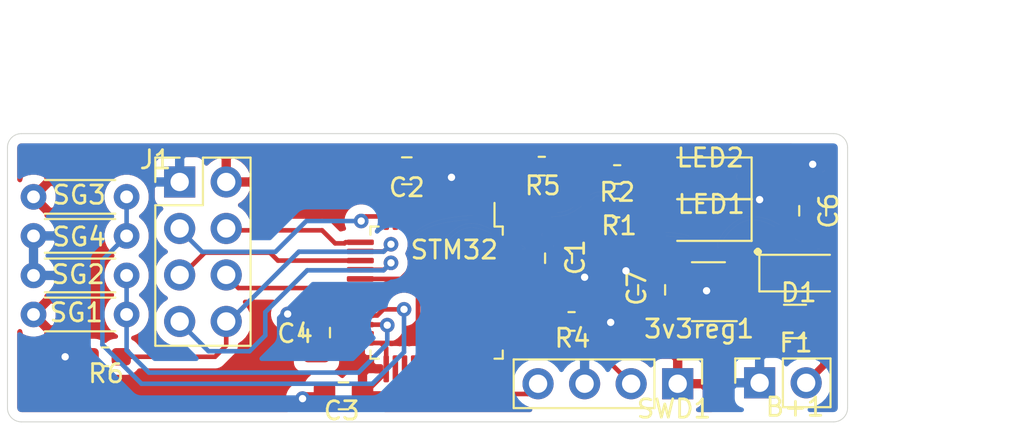
<source format=kicad_pcb>
(kicad_pcb (version 20171130) (host pcbnew "(5.1.8)-1")

  (general
    (thickness 1.6)
    (drawings 197)
    (tracks 186)
    (zones 0)
    (modules 24)
    (nets 48)
  )

  (page A4)
  (layers
    (0 F.Cu signal)
    (31 B.Cu signal)
    (32 B.Adhes user hide)
    (33 F.Adhes user hide)
    (34 B.Paste user)
    (35 F.Paste user)
    (36 B.SilkS user)
    (37 F.SilkS user)
    (38 B.Mask user)
    (39 F.Mask user)
    (40 Dwgs.User user)
    (41 Cmts.User user hide)
    (42 Eco1.User user)
    (43 Eco2.User user hide)
    (44 Edge.Cuts user)
    (45 Margin user hide)
    (46 B.CrtYd user)
    (47 F.CrtYd user)
    (48 B.Fab user hide)
    (49 F.Fab user hide)
  )

  (setup
    (last_trace_width 0.25)
    (user_trace_width 0.4)
    (trace_clearance 0.2)
    (zone_clearance 0.508)
    (zone_45_only no)
    (trace_min 0.2)
    (via_size 0.8)
    (via_drill 0.4)
    (via_min_size 0.4)
    (via_min_drill 0.3)
    (uvia_size 0.3)
    (uvia_drill 0.1)
    (uvias_allowed no)
    (uvia_min_size 0.2)
    (uvia_min_drill 0.1)
    (edge_width 0.05)
    (segment_width 0.2)
    (pcb_text_width 0.3)
    (pcb_text_size 1.5 1.5)
    (mod_edge_width 0.12)
    (mod_text_size 1 1)
    (mod_text_width 0.15)
    (pad_size 1.524 1.524)
    (pad_drill 0.762)
    (pad_to_mask_clearance 0)
    (aux_axis_origin 27.7368 55.9816)
    (visible_elements 7FFFFFFF)
    (pcbplotparams
      (layerselection 0x0d0ff_ffffffff)
      (usegerberextensions false)
      (usegerberattributes true)
      (usegerberadvancedattributes true)
      (creategerberjobfile true)
      (excludeedgelayer false)
      (linewidth 0.100000)
      (plotframeref false)
      (viasonmask false)
      (mode 1)
      (useauxorigin false)
      (hpglpennumber 1)
      (hpglpenspeed 20)
      (hpglpendiameter 15.000000)
      (psnegative false)
      (psa4output false)
      (plotreference true)
      (plotvalue true)
      (plotinvisibletext false)
      (padsonsilk false)
      (subtractmaskfromsilk false)
      (outputformat 1)
      (mirror false)
      (drillshape 0)
      (scaleselection 1)
      (outputdirectory "TxGerber/"))
  )

  (net 0 "")
  (net 1 PA14-SWCLK)
  (net 2 PA13-SWDIO)
  (net 3 "Net-(STM32-Pad46)")
  (net 4 "Net-(STM32-Pad45)")
  (net 5 "Net-(STM32-Pad43)")
  (net 6 "Net-(STM32-Pad42)")
  (net 7 "Net-(STM32-Pad41)")
  (net 8 "Net-(STM32-Pad40)")
  (net 9 "Net-(STM32-Pad39)")
  (net 10 "Net-(STM32-Pad38)")
  (net 11 "Net-(STM32-Pad36)")
  (net 12 "Net-(STM32-Pad35)")
  (net 13 "Net-(STM32-Pad33)")
  (net 14 "Net-(STM32-Pad32)")
  (net 15 "Net-(STM32-Pad31)")
  (net 16 "Net-(STM32-Pad30)")
  (net 17 "Net-(STM32-Pad29)")
  (net 18 "Net-(STM32-Pad28)")
  (net 19 "Net-(STM32-Pad27)")
  (net 20 "Net-(STM32-Pad26)")
  (net 21 "Net-(STM32-Pad20)")
  (net 22 "Net-(STM32-Pad19)")
  (net 23 "Net-(STM32-Pad11)")
  (net 24 "Net-(STM32-Pad10)")
  (net 25 "Net-(STM32-Pad6)")
  (net 26 "Net-(STM32-Pad5)")
  (net 27 "Net-(STM32-Pad4)")
  (net 28 "Net-(D1-Pad2)")
  (net 29 SDADC1-AIN8p)
  (net 30 SPI1-IRQ)
  (net 31 SPI1-MOSI)
  (net 32 SPI1-CSn)
  (net 33 SPI1-MISO)
  (net 34 SPI1-SCK)
  (net 35 SPI1-CE)
  (net 36 SDADC-AIN8m)
  (net 37 "Net-(R4-Pad1)")
  (net 38 +3V3)
  (net 39 GND)
  (net 40 "Net-(R1-Pad1)")
  (net 41 "Net-(R2-Pad1)")
  (net 42 "Net-(LED1-Pad2)")
  (net 43 "Net-(LED2-Pad2)")
  (net 44 "Net-(3v3reg1-Pad4)")
  (net 45 "Net-(3v3reg1-Pad1)")
  (net 46 "Net-(B+1-Pad2)")
  (net 47 "Net-(R5-Pad2)")

  (net_class Default "This is the default net class."
    (clearance 0.2)
    (trace_width 0.25)
    (via_dia 0.8)
    (via_drill 0.4)
    (uvia_dia 0.3)
    (uvia_drill 0.1)
    (add_net +3V3)
    (add_net GND)
    (add_net "Net-(3v3reg1-Pad1)")
    (add_net "Net-(3v3reg1-Pad4)")
    (add_net "Net-(B+1-Pad2)")
    (add_net "Net-(D1-Pad2)")
    (add_net "Net-(LED1-Pad2)")
    (add_net "Net-(LED2-Pad2)")
    (add_net "Net-(R1-Pad1)")
    (add_net "Net-(R2-Pad1)")
    (add_net "Net-(R4-Pad1)")
    (add_net "Net-(R5-Pad2)")
    (add_net "Net-(STM32-Pad10)")
    (add_net "Net-(STM32-Pad11)")
    (add_net "Net-(STM32-Pad19)")
    (add_net "Net-(STM32-Pad20)")
    (add_net "Net-(STM32-Pad26)")
    (add_net "Net-(STM32-Pad27)")
    (add_net "Net-(STM32-Pad28)")
    (add_net "Net-(STM32-Pad29)")
    (add_net "Net-(STM32-Pad30)")
    (add_net "Net-(STM32-Pad31)")
    (add_net "Net-(STM32-Pad32)")
    (add_net "Net-(STM32-Pad33)")
    (add_net "Net-(STM32-Pad35)")
    (add_net "Net-(STM32-Pad36)")
    (add_net "Net-(STM32-Pad38)")
    (add_net "Net-(STM32-Pad39)")
    (add_net "Net-(STM32-Pad4)")
    (add_net "Net-(STM32-Pad40)")
    (add_net "Net-(STM32-Pad41)")
    (add_net "Net-(STM32-Pad42)")
    (add_net "Net-(STM32-Pad43)")
    (add_net "Net-(STM32-Pad45)")
    (add_net "Net-(STM32-Pad46)")
    (add_net "Net-(STM32-Pad5)")
    (add_net "Net-(STM32-Pad6)")
    (add_net PA13-SWDIO)
    (add_net PA14-SWCLK)
    (add_net SDADC-AIN8m)
    (add_net SDADC1-AIN8p)
    (add_net SPI1-CE)
    (add_net SPI1-CSn)
    (add_net SPI1-IRQ)
    (add_net SPI1-MISO)
    (add_net SPI1-MOSI)
    (add_net SPI1-SCK)
  )

  (module Connector_PinHeader_2.54mm:PinHeader_2x04_P2.54mm_Vertical (layer F.Cu) (tedit 59FED5CC) (tstamp 60162357)
    (at 32.258 38.9636)
    (descr "Through hole straight pin header, 2x04, 2.54mm pitch, double rows")
    (tags "Through hole pin header THT 2x04 2.54mm double row")
    (path /60162C4D)
    (fp_text reference J1 (at -1.3208 -1.2192) (layer F.SilkS)
      (effects (font (size 1 1) (thickness 0.15)))
    )
    (fp_text value nRF24 (at 1.27 9.95) (layer F.Fab)
      (effects (font (size 1 1) (thickness 0.15)))
    )
    (fp_line (start 0 -1.27) (end 3.81 -1.27) (layer F.Fab) (width 0.1))
    (fp_line (start 3.81 -1.27) (end 3.81 8.89) (layer F.Fab) (width 0.1))
    (fp_line (start 3.81 8.89) (end -1.27 8.89) (layer F.Fab) (width 0.1))
    (fp_line (start -1.27 8.89) (end -1.27 0) (layer F.Fab) (width 0.1))
    (fp_line (start -1.27 0) (end 0 -1.27) (layer F.Fab) (width 0.1))
    (fp_line (start -1.33 8.95) (end 3.87 8.95) (layer F.SilkS) (width 0.12))
    (fp_line (start -1.33 1.27) (end -1.33 8.95) (layer F.SilkS) (width 0.12))
    (fp_line (start 3.87 -1.33) (end 3.87 8.95) (layer F.SilkS) (width 0.12))
    (fp_line (start -1.33 1.27) (end 1.27 1.27) (layer F.SilkS) (width 0.12))
    (fp_line (start 1.27 1.27) (end 1.27 -1.33) (layer F.SilkS) (width 0.12))
    (fp_line (start 1.27 -1.33) (end 3.87 -1.33) (layer F.SilkS) (width 0.12))
    (fp_line (start -1.33 0) (end -1.33 -1.33) (layer F.SilkS) (width 0.12))
    (fp_line (start -1.33 -1.33) (end 0 -1.33) (layer F.SilkS) (width 0.12))
    (fp_line (start -1.8 -1.8) (end -1.8 9.4) (layer F.CrtYd) (width 0.05))
    (fp_line (start -1.8 9.4) (end 4.35 9.4) (layer F.CrtYd) (width 0.05))
    (fp_line (start 4.35 9.4) (end 4.35 -1.8) (layer F.CrtYd) (width 0.05))
    (fp_line (start 4.35 -1.8) (end -1.8 -1.8) (layer F.CrtYd) (width 0.05))
    (fp_text user %R (at 1.27 3.81 90) (layer F.Fab)
      (effects (font (size 1 1) (thickness 0.15)))
    )
    (pad 8 thru_hole oval (at 2.54 7.62) (size 1.7 1.7) (drill 1) (layers *.Cu *.Mask)
      (net 30 SPI1-IRQ))
    (pad 7 thru_hole oval (at 0 7.62) (size 1.7 1.7) (drill 1) (layers *.Cu *.Mask)
      (net 33 SPI1-MISO))
    (pad 6 thru_hole oval (at 2.54 5.08) (size 1.7 1.7) (drill 1) (layers *.Cu *.Mask)
      (net 31 SPI1-MOSI))
    (pad 5 thru_hole oval (at 0 5.08) (size 1.7 1.7) (drill 1) (layers *.Cu *.Mask)
      (net 34 SPI1-SCK))
    (pad 4 thru_hole oval (at 2.54 2.54) (size 1.7 1.7) (drill 1) (layers *.Cu *.Mask)
      (net 32 SPI1-CSn))
    (pad 3 thru_hole oval (at 0 2.54) (size 1.7 1.7) (drill 1) (layers *.Cu *.Mask)
      (net 35 SPI1-CE))
    (pad 2 thru_hole oval (at 2.54 0) (size 1.7 1.7) (drill 1) (layers *.Cu *.Mask)
      (net 38 +3V3))
    (pad 1 thru_hole rect (at 0 0) (size 1.7 1.7) (drill 1) (layers *.Cu *.Mask)
      (net 39 GND))
    (model ${KISYS3DMOD}/Connector_PinHeader_2.54mm.3dshapes/PinHeader_2x04_P2.54mm_Vertical.wrl
      (at (xyz 0 0 0))
      (scale (xyz 1 1 1))
      (rotate (xyz 0 0 0))
    )
  )

  (module Package_QFP:LQFP-48_7x7mm_P0.5mm (layer F.Cu) (tedit 5D9F72AF) (tstamp 600F731E)
    (at 46.2788 45.0088 270)
    (descr "LQFP, 48 Pin (https://www.analog.com/media/en/technical-documentation/data-sheets/ltc2358-16.pdf), generated with kicad-footprint-generator ipc_gullwing_generator.py")
    (tags "LQFP QFP")
    (path /5FDC894B)
    (attr smd)
    (fp_text reference STM32 (at -2.3368 -0.9652) (layer F.SilkS)
      (effects (font (size 1 1) (thickness 0.15)))
    )
    (fp_text value STM32F373CCTx (at 0 5.85 90) (layer F.Fab)
      (effects (font (size 1 1) (thickness 0.15)))
    )
    (fp_line (start 5.15 3.15) (end 5.15 0) (layer F.CrtYd) (width 0.05))
    (fp_line (start 3.75 3.15) (end 5.15 3.15) (layer F.CrtYd) (width 0.05))
    (fp_line (start 3.75 3.75) (end 3.75 3.15) (layer F.CrtYd) (width 0.05))
    (fp_line (start 3.15 3.75) (end 3.75 3.75) (layer F.CrtYd) (width 0.05))
    (fp_line (start 3.15 5.15) (end 3.15 3.75) (layer F.CrtYd) (width 0.05))
    (fp_line (start 0 5.15) (end 3.15 5.15) (layer F.CrtYd) (width 0.05))
    (fp_line (start -5.15 3.15) (end -5.15 0) (layer F.CrtYd) (width 0.05))
    (fp_line (start -3.75 3.15) (end -5.15 3.15) (layer F.CrtYd) (width 0.05))
    (fp_line (start -3.75 3.75) (end -3.75 3.15) (layer F.CrtYd) (width 0.05))
    (fp_line (start -3.15 3.75) (end -3.75 3.75) (layer F.CrtYd) (width 0.05))
    (fp_line (start -3.15 5.15) (end -3.15 3.75) (layer F.CrtYd) (width 0.05))
    (fp_line (start 0 5.15) (end -3.15 5.15) (layer F.CrtYd) (width 0.05))
    (fp_line (start 5.15 -3.15) (end 5.15 0) (layer F.CrtYd) (width 0.05))
    (fp_line (start 3.75 -3.15) (end 5.15 -3.15) (layer F.CrtYd) (width 0.05))
    (fp_line (start 3.75 -3.75) (end 3.75 -3.15) (layer F.CrtYd) (width 0.05))
    (fp_line (start 3.15 -3.75) (end 3.75 -3.75) (layer F.CrtYd) (width 0.05))
    (fp_line (start 3.15 -5.15) (end 3.15 -3.75) (layer F.CrtYd) (width 0.05))
    (fp_line (start 0 -5.15) (end 3.15 -5.15) (layer F.CrtYd) (width 0.05))
    (fp_line (start -5.15 -3.15) (end -5.15 0) (layer F.CrtYd) (width 0.05))
    (fp_line (start -3.75 -3.15) (end -5.15 -3.15) (layer F.CrtYd) (width 0.05))
    (fp_line (start -3.75 -3.75) (end -3.75 -3.15) (layer F.CrtYd) (width 0.05))
    (fp_line (start -3.15 -3.75) (end -3.75 -3.75) (layer F.CrtYd) (width 0.05))
    (fp_line (start -3.15 -5.15) (end -3.15 -3.75) (layer F.CrtYd) (width 0.05))
    (fp_line (start 0 -5.15) (end -3.15 -5.15) (layer F.CrtYd) (width 0.05))
    (fp_line (start -3.5 -2.5) (end -2.5 -3.5) (layer F.Fab) (width 0.1))
    (fp_line (start -3.5 3.5) (end -3.5 -2.5) (layer F.Fab) (width 0.1))
    (fp_line (start 3.5 3.5) (end -3.5 3.5) (layer F.Fab) (width 0.1))
    (fp_line (start 3.5 -3.5) (end 3.5 3.5) (layer F.Fab) (width 0.1))
    (fp_line (start -2.5 -3.5) (end 3.5 -3.5) (layer F.Fab) (width 0.1))
    (fp_line (start -3.61 -3.16) (end -4.9 -3.16) (layer F.SilkS) (width 0.12))
    (fp_line (start -3.61 -3.61) (end -3.61 -3.16) (layer F.SilkS) (width 0.12))
    (fp_line (start -3.16 -3.61) (end -3.61 -3.61) (layer F.SilkS) (width 0.12))
    (fp_line (start 3.61 -3.61) (end 3.61 -3.16) (layer F.SilkS) (width 0.12))
    (fp_line (start 3.16 -3.61) (end 3.61 -3.61) (layer F.SilkS) (width 0.12))
    (fp_line (start -3.61 3.61) (end -3.61 3.16) (layer F.SilkS) (width 0.12))
    (fp_line (start -3.16 3.61) (end -3.61 3.61) (layer F.SilkS) (width 0.12))
    (fp_line (start 3.61 3.61) (end 3.61 3.16) (layer F.SilkS) (width 0.12))
    (fp_line (start 3.16 3.61) (end 3.61 3.61) (layer F.SilkS) (width 0.12))
    (fp_text user %R (at 0 0 90) (layer F.Fab)
      (effects (font (size 1 1) (thickness 0.15)))
    )
    (pad 48 smd roundrect (at -2.75 -4.1625 270) (size 0.3 1.475) (layers F.Cu F.Paste F.Mask) (roundrect_rratio 0.25)
      (net 38 +3V3))
    (pad 47 smd roundrect (at -2.25 -4.1625 270) (size 0.3 1.475) (layers F.Cu F.Paste F.Mask) (roundrect_rratio 0.25)
      (net 39 GND))
    (pad 46 smd roundrect (at -1.75 -4.1625 270) (size 0.3 1.475) (layers F.Cu F.Paste F.Mask) (roundrect_rratio 0.25)
      (net 3 "Net-(STM32-Pad46)"))
    (pad 45 smd roundrect (at -1.25 -4.1625 270) (size 0.3 1.475) (layers F.Cu F.Paste F.Mask) (roundrect_rratio 0.25)
      (net 4 "Net-(STM32-Pad45)"))
    (pad 44 smd roundrect (at -0.75 -4.1625 270) (size 0.3 1.475) (layers F.Cu F.Paste F.Mask) (roundrect_rratio 0.25)
      (net 37 "Net-(R4-Pad1)"))
    (pad 43 smd roundrect (at -0.25 -4.1625 270) (size 0.3 1.475) (layers F.Cu F.Paste F.Mask) (roundrect_rratio 0.25)
      (net 5 "Net-(STM32-Pad43)"))
    (pad 42 smd roundrect (at 0.25 -4.1625 270) (size 0.3 1.475) (layers F.Cu F.Paste F.Mask) (roundrect_rratio 0.25)
      (net 6 "Net-(STM32-Pad42)"))
    (pad 41 smd roundrect (at 0.75 -4.1625 270) (size 0.3 1.475) (layers F.Cu F.Paste F.Mask) (roundrect_rratio 0.25)
      (net 7 "Net-(STM32-Pad41)"))
    (pad 40 smd roundrect (at 1.25 -4.1625 270) (size 0.3 1.475) (layers F.Cu F.Paste F.Mask) (roundrect_rratio 0.25)
      (net 8 "Net-(STM32-Pad40)"))
    (pad 39 smd roundrect (at 1.75 -4.1625 270) (size 0.3 1.475) (layers F.Cu F.Paste F.Mask) (roundrect_rratio 0.25)
      (net 9 "Net-(STM32-Pad39)"))
    (pad 38 smd roundrect (at 2.25 -4.1625 270) (size 0.3 1.475) (layers F.Cu F.Paste F.Mask) (roundrect_rratio 0.25)
      (net 10 "Net-(STM32-Pad38)"))
    (pad 37 smd roundrect (at 2.75 -4.1625 270) (size 0.3 1.475) (layers F.Cu F.Paste F.Mask) (roundrect_rratio 0.25)
      (net 1 PA14-SWCLK))
    (pad 36 smd roundrect (at 4.1625 -2.75 270) (size 1.475 0.3) (layers F.Cu F.Paste F.Mask) (roundrect_rratio 0.25)
      (net 11 "Net-(STM32-Pad36)"))
    (pad 35 smd roundrect (at 4.1625 -2.25 270) (size 1.475 0.3) (layers F.Cu F.Paste F.Mask) (roundrect_rratio 0.25)
      (net 12 "Net-(STM32-Pad35)"))
    (pad 34 smd roundrect (at 4.1625 -1.75 270) (size 1.475 0.3) (layers F.Cu F.Paste F.Mask) (roundrect_rratio 0.25)
      (net 2 PA13-SWDIO))
    (pad 33 smd roundrect (at 4.1625 -1.25 270) (size 1.475 0.3) (layers F.Cu F.Paste F.Mask) (roundrect_rratio 0.25)
      (net 13 "Net-(STM32-Pad33)"))
    (pad 32 smd roundrect (at 4.1625 -0.75 270) (size 1.475 0.3) (layers F.Cu F.Paste F.Mask) (roundrect_rratio 0.25)
      (net 14 "Net-(STM32-Pad32)"))
    (pad 31 smd roundrect (at 4.1625 -0.25 270) (size 1.475 0.3) (layers F.Cu F.Paste F.Mask) (roundrect_rratio 0.25)
      (net 15 "Net-(STM32-Pad31)"))
    (pad 30 smd roundrect (at 4.1625 0.25 270) (size 1.475 0.3) (layers F.Cu F.Paste F.Mask) (roundrect_rratio 0.25)
      (net 16 "Net-(STM32-Pad30)"))
    (pad 29 smd roundrect (at 4.1625 0.75 270) (size 1.475 0.3) (layers F.Cu F.Paste F.Mask) (roundrect_rratio 0.25)
      (net 17 "Net-(STM32-Pad29)"))
    (pad 28 smd roundrect (at 4.1625 1.25 270) (size 1.475 0.3) (layers F.Cu F.Paste F.Mask) (roundrect_rratio 0.25)
      (net 18 "Net-(STM32-Pad28)"))
    (pad 27 smd roundrect (at 4.1625 1.75 270) (size 1.475 0.3) (layers F.Cu F.Paste F.Mask) (roundrect_rratio 0.25)
      (net 19 "Net-(STM32-Pad27)"))
    (pad 26 smd roundrect (at 4.1625 2.25 270) (size 1.475 0.3) (layers F.Cu F.Paste F.Mask) (roundrect_rratio 0.25)
      (net 20 "Net-(STM32-Pad26)"))
    (pad 25 smd roundrect (at 4.1625 2.75 270) (size 1.475 0.3) (layers F.Cu F.Paste F.Mask) (roundrect_rratio 0.25)
      (net 38 +3V3))
    (pad 24 smd roundrect (at 2.75 4.1625 270) (size 0.3 1.475) (layers F.Cu F.Paste F.Mask) (roundrect_rratio 0.25)
      (net 38 +3V3))
    (pad 23 smd roundrect (at 2.25 4.1625 270) (size 0.3 1.475) (layers F.Cu F.Paste F.Mask) (roundrect_rratio 0.25)
      (net 39 GND))
    (pad 22 smd roundrect (at 1.75 4.1625 270) (size 0.3 1.475) (layers F.Cu F.Paste F.Mask) (roundrect_rratio 0.25)
      (net 36 SDADC-AIN8m))
    (pad 21 smd roundrect (at 1.25 4.1625 270) (size 0.3 1.475) (layers F.Cu F.Paste F.Mask) (roundrect_rratio 0.25)
      (net 29 SDADC1-AIN8p))
    (pad 20 smd roundrect (at 0.75 4.1625 270) (size 0.3 1.475) (layers F.Cu F.Paste F.Mask) (roundrect_rratio 0.25)
      (net 21 "Net-(STM32-Pad20)"))
    (pad 19 smd roundrect (at 0.25 4.1625 270) (size 0.3 1.475) (layers F.Cu F.Paste F.Mask) (roundrect_rratio 0.25)
      (net 22 "Net-(STM32-Pad19)"))
    (pad 18 smd roundrect (at -0.25 4.1625 270) (size 0.3 1.475) (layers F.Cu F.Paste F.Mask) (roundrect_rratio 0.25)
      (net 31 SPI1-MOSI))
    (pad 17 smd roundrect (at -0.75 4.1625 270) (size 0.3 1.475) (layers F.Cu F.Paste F.Mask) (roundrect_rratio 0.25)
      (net 38 +3V3))
    (pad 16 smd roundrect (at -1.25 4.1625 270) (size 0.3 1.475) (layers F.Cu F.Paste F.Mask) (roundrect_rratio 0.25)
      (net 33 SPI1-MISO))
    (pad 15 smd roundrect (at -1.75 4.1625 270) (size 0.3 1.475) (layers F.Cu F.Paste F.Mask) (roundrect_rratio 0.25)
      (net 34 SPI1-SCK))
    (pad 14 smd roundrect (at -2.25 4.1625 270) (size 0.3 1.475) (layers F.Cu F.Paste F.Mask) (roundrect_rratio 0.25)
      (net 30 SPI1-IRQ))
    (pad 13 smd roundrect (at -2.75 4.1625 270) (size 0.3 1.475) (layers F.Cu F.Paste F.Mask) (roundrect_rratio 0.25)
      (net 32 SPI1-CSn))
    (pad 12 smd roundrect (at -4.1625 2.75 270) (size 1.475 0.3) (layers F.Cu F.Paste F.Mask) (roundrect_rratio 0.25)
      (net 35 SPI1-CE))
    (pad 11 smd roundrect (at -4.1625 2.25 270) (size 1.475 0.3) (layers F.Cu F.Paste F.Mask) (roundrect_rratio 0.25)
      (net 23 "Net-(STM32-Pad11)"))
    (pad 10 smd roundrect (at -4.1625 1.75 270) (size 1.475 0.3) (layers F.Cu F.Paste F.Mask) (roundrect_rratio 0.25)
      (net 24 "Net-(STM32-Pad10)"))
    (pad 9 smd roundrect (at -4.1625 1.25 270) (size 1.475 0.3) (layers F.Cu F.Paste F.Mask) (roundrect_rratio 0.25)
      (net 38 +3V3))
    (pad 8 smd roundrect (at -4.1625 0.75 270) (size 1.475 0.3) (layers F.Cu F.Paste F.Mask) (roundrect_rratio 0.25)
      (net 39 GND))
    (pad 7 smd roundrect (at -4.1625 0.25 270) (size 1.475 0.3) (layers F.Cu F.Paste F.Mask) (roundrect_rratio 0.25)
      (net 47 "Net-(R5-Pad2)"))
    (pad 6 smd roundrect (at -4.1625 -0.25 270) (size 1.475 0.3) (layers F.Cu F.Paste F.Mask) (roundrect_rratio 0.25)
      (net 25 "Net-(STM32-Pad6)"))
    (pad 5 smd roundrect (at -4.1625 -0.75 270) (size 1.475 0.3) (layers F.Cu F.Paste F.Mask) (roundrect_rratio 0.25)
      (net 26 "Net-(STM32-Pad5)"))
    (pad 4 smd roundrect (at -4.1625 -1.25 270) (size 1.475 0.3) (layers F.Cu F.Paste F.Mask) (roundrect_rratio 0.25)
      (net 27 "Net-(STM32-Pad4)"))
    (pad 3 smd roundrect (at -4.1625 -1.75 270) (size 1.475 0.3) (layers F.Cu F.Paste F.Mask) (roundrect_rratio 0.25)
      (net 41 "Net-(R2-Pad1)"))
    (pad 2 smd roundrect (at -4.1625 -2.25 270) (size 1.475 0.3) (layers F.Cu F.Paste F.Mask) (roundrect_rratio 0.25)
      (net 40 "Net-(R1-Pad1)"))
    (pad 1 smd roundrect (at -4.1625 -2.75 270) (size 1.475 0.3) (layers F.Cu F.Paste F.Mask) (roundrect_rratio 0.25)
      (net 38 +3V3))
    (model ${KISYS3DMOD}/Package_QFP.3dshapes/LQFP-48_7x7mm_P0.5mm.wrl
      (at (xyz 0 0 0))
      (scale (xyz 1 1 1))
      (rotate (xyz 0 0 0))
    )
  )

  (module Connector_PinHeader_2.54mm:PinHeader_1x04_P2.54mm_Vertical (layer F.Cu) (tedit 59FED5CC) (tstamp 600F7336)
    (at 59.436 49.9872 270)
    (descr "Through hole straight pin header, 1x04, 2.54mm pitch, single row")
    (tags "Through hole pin header THT 1x04 2.54mm single row")
    (path /60119A3D)
    (fp_text reference SWD1 (at 1.3716 0.2032 180) (layer F.SilkS)
      (effects (font (size 1 1) (thickness 0.15)))
    )
    (fp_text value SWDConnector (at 0 9.95 90) (layer F.Fab)
      (effects (font (size 1 1) (thickness 0.15)))
    )
    (fp_line (start 1.8 -1.8) (end -1.8 -1.8) (layer F.CrtYd) (width 0.05))
    (fp_line (start 1.8 9.4) (end 1.8 -1.8) (layer F.CrtYd) (width 0.05))
    (fp_line (start -1.8 9.4) (end 1.8 9.4) (layer F.CrtYd) (width 0.05))
    (fp_line (start -1.8 -1.8) (end -1.8 9.4) (layer F.CrtYd) (width 0.05))
    (fp_line (start -1.33 -1.33) (end 0 -1.33) (layer F.SilkS) (width 0.12))
    (fp_line (start -1.33 0) (end -1.33 -1.33) (layer F.SilkS) (width 0.12))
    (fp_line (start -1.33 1.27) (end 1.33 1.27) (layer F.SilkS) (width 0.12))
    (fp_line (start 1.33 1.27) (end 1.33 8.95) (layer F.SilkS) (width 0.12))
    (fp_line (start -1.33 1.27) (end -1.33 8.95) (layer F.SilkS) (width 0.12))
    (fp_line (start -1.33 8.95) (end 1.33 8.95) (layer F.SilkS) (width 0.12))
    (fp_line (start -1.27 -0.635) (end -0.635 -1.27) (layer F.Fab) (width 0.1))
    (fp_line (start -1.27 8.89) (end -1.27 -0.635) (layer F.Fab) (width 0.1))
    (fp_line (start 1.27 8.89) (end -1.27 8.89) (layer F.Fab) (width 0.1))
    (fp_line (start 1.27 -1.27) (end 1.27 8.89) (layer F.Fab) (width 0.1))
    (fp_line (start -0.635 -1.27) (end 1.27 -1.27) (layer F.Fab) (width 0.1))
    (fp_text user %R (at 0 3.81) (layer F.Fab)
      (effects (font (size 1 1) (thickness 0.15)))
    )
    (pad 4 thru_hole oval (at 0 7.62 270) (size 1.7 1.7) (drill 1) (layers *.Cu *.Mask)
      (net 2 PA13-SWDIO))
    (pad 3 thru_hole oval (at 0 5.08 270) (size 1.7 1.7) (drill 1) (layers *.Cu *.Mask)
      (net 39 GND))
    (pad 2 thru_hole oval (at 0 2.54 270) (size 1.7 1.7) (drill 1) (layers *.Cu *.Mask)
      (net 1 PA14-SWCLK))
    (pad 1 thru_hole rect (at 0 0 270) (size 1.7 1.7) (drill 1) (layers *.Cu *.Mask)
      (net 38 +3V3))
    (model ${KISYS3DMOD}/Connector_PinHeader_2.54mm.3dshapes/PinHeader_1x04_P2.54mm_Vertical.wrl
      (at (xyz 0 0 0))
      (scale (xyz 1 1 1))
      (rotate (xyz 0 0 0))
    )
  )

  (module Resistor_THT:R_Axial_DIN0204_L3.6mm_D1.6mm_P5.08mm_Horizontal (layer F.Cu) (tedit 5AE5139B) (tstamp 600F72C3)
    (at 29.3624 41.91 180)
    (descr "Resistor, Axial_DIN0204 series, Axial, Horizontal, pin pitch=5.08mm, 0.167W, length*diameter=3.6*1.6mm^2, http://cdn-reichelt.de/documents/datenblatt/B400/1_4W%23YAG.pdf")
    (tags "Resistor Axial_DIN0204 series Axial Horizontal pin pitch 5.08mm 0.167W length 3.6mm diameter 1.6mm")
    (path /5FE858E2)
    (fp_text reference SG4 (at 2.5908 -0.0508) (layer F.SilkS)
      (effects (font (size 1 1) (thickness 0.15)))
    )
    (fp_text value gauge (at 2.54 1.92) (layer F.Fab)
      (effects (font (size 1 1) (thickness 0.15)))
    )
    (fp_line (start 6.03 -1.05) (end -0.95 -1.05) (layer F.CrtYd) (width 0.05))
    (fp_line (start 6.03 1.05) (end 6.03 -1.05) (layer F.CrtYd) (width 0.05))
    (fp_line (start -0.95 1.05) (end 6.03 1.05) (layer F.CrtYd) (width 0.05))
    (fp_line (start -0.95 -1.05) (end -0.95 1.05) (layer F.CrtYd) (width 0.05))
    (fp_line (start 0.62 0.92) (end 4.46 0.92) (layer F.SilkS) (width 0.12))
    (fp_line (start 0.62 -0.92) (end 4.46 -0.92) (layer F.SilkS) (width 0.12))
    (fp_line (start 5.08 0) (end 4.34 0) (layer F.Fab) (width 0.1))
    (fp_line (start 0 0) (end 0.74 0) (layer F.Fab) (width 0.1))
    (fp_line (start 4.34 -0.8) (end 0.74 -0.8) (layer F.Fab) (width 0.1))
    (fp_line (start 4.34 0.8) (end 4.34 -0.8) (layer F.Fab) (width 0.1))
    (fp_line (start 0.74 0.8) (end 4.34 0.8) (layer F.Fab) (width 0.1))
    (fp_line (start 0.74 -0.8) (end 0.74 0.8) (layer F.Fab) (width 0.1))
    (fp_text user %R (at 2.54 0) (layer F.Fab)
      (effects (font (size 0.72 0.72) (thickness 0.108)))
    )
    (pad 2 thru_hole oval (at 5.08 0 180) (size 1.4 1.4) (drill 0.7) (layers *.Cu *.Mask)
      (net 39 GND))
    (pad 1 thru_hole circle (at 0 0 180) (size 1.4 1.4) (drill 0.7) (layers *.Cu *.Mask)
      (net 29 SDADC1-AIN8p))
    (model ${KISYS3DMOD}/Resistor_THT.3dshapes/R_Axial_DIN0204_L3.6mm_D1.6mm_P5.08mm_Horizontal.wrl
      (at (xyz 0 0 0))
      (scale (xyz 1 1 1))
      (rotate (xyz 0 0 0))
    )
  )

  (module Resistor_THT:R_Axial_DIN0204_L3.6mm_D1.6mm_P5.08mm_Horizontal (layer F.Cu) (tedit 5AE5139B) (tstamp 600F72B0)
    (at 24.2824 39.7764)
    (descr "Resistor, Axial_DIN0204 series, Axial, Horizontal, pin pitch=5.08mm, 0.167W, length*diameter=3.6*1.6mm^2, http://cdn-reichelt.de/documents/datenblatt/B400/1_4W%23YAG.pdf")
    (tags "Resistor Axial_DIN0204 series Axial Horizontal pin pitch 5.08mm 0.167W length 3.6mm diameter 1.6mm")
    (path /5FE77322)
    (fp_text reference SG3 (at 2.4892 -0.1016) (layer F.SilkS)
      (effects (font (size 1 1) (thickness 0.15)))
    )
    (fp_text value gauge (at 2.54 1.92) (layer F.Fab)
      (effects (font (size 1 1) (thickness 0.15)))
    )
    (fp_line (start 6.03 -1.05) (end -0.95 -1.05) (layer F.CrtYd) (width 0.05))
    (fp_line (start 6.03 1.05) (end 6.03 -1.05) (layer F.CrtYd) (width 0.05))
    (fp_line (start -0.95 1.05) (end 6.03 1.05) (layer F.CrtYd) (width 0.05))
    (fp_line (start -0.95 -1.05) (end -0.95 1.05) (layer F.CrtYd) (width 0.05))
    (fp_line (start 0.62 0.92) (end 4.46 0.92) (layer F.SilkS) (width 0.12))
    (fp_line (start 0.62 -0.92) (end 4.46 -0.92) (layer F.SilkS) (width 0.12))
    (fp_line (start 5.08 0) (end 4.34 0) (layer F.Fab) (width 0.1))
    (fp_line (start 0 0) (end 0.74 0) (layer F.Fab) (width 0.1))
    (fp_line (start 4.34 -0.8) (end 0.74 -0.8) (layer F.Fab) (width 0.1))
    (fp_line (start 4.34 0.8) (end 4.34 -0.8) (layer F.Fab) (width 0.1))
    (fp_line (start 0.74 0.8) (end 4.34 0.8) (layer F.Fab) (width 0.1))
    (fp_line (start 0.74 -0.8) (end 0.74 0.8) (layer F.Fab) (width 0.1))
    (fp_text user %R (at 2.54 0) (layer F.Fab)
      (effects (font (size 0.72 0.72) (thickness 0.108)))
    )
    (pad 2 thru_hole oval (at 5.08 0) (size 1.4 1.4) (drill 0.7) (layers *.Cu *.Mask)
      (net 29 SDADC1-AIN8p))
    (pad 1 thru_hole circle (at 0 0) (size 1.4 1.4) (drill 0.7) (layers *.Cu *.Mask)
      (net 38 +3V3))
    (model ${KISYS3DMOD}/Resistor_THT.3dshapes/R_Axial_DIN0204_L3.6mm_D1.6mm_P5.08mm_Horizontal.wrl
      (at (xyz 0 0 0))
      (scale (xyz 1 1 1))
      (rotate (xyz 0 0 0))
    )
  )

  (module Resistor_THT:R_Axial_DIN0204_L3.6mm_D1.6mm_P5.08mm_Horizontal (layer F.Cu) (tedit 5AE5139B) (tstamp 600F729D)
    (at 29.3624 44.069 180)
    (descr "Resistor, Axial_DIN0204 series, Axial, Horizontal, pin pitch=5.08mm, 0.167W, length*diameter=3.6*1.6mm^2, http://cdn-reichelt.de/documents/datenblatt/B400/1_4W%23YAG.pdf")
    (tags "Resistor Axial_DIN0204 series Axial Horizontal pin pitch 5.08mm 0.167W length 3.6mm diameter 1.6mm")
    (path /5FE76CC5)
    (fp_text reference SG2 (at 2.6416 0.0508) (layer F.SilkS)
      (effects (font (size 1 1) (thickness 0.15)))
    )
    (fp_text value gauge (at 2.54 1.92) (layer F.Fab)
      (effects (font (size 1 1) (thickness 0.15)))
    )
    (fp_line (start 6.03 -1.05) (end -0.95 -1.05) (layer F.CrtYd) (width 0.05))
    (fp_line (start 6.03 1.05) (end 6.03 -1.05) (layer F.CrtYd) (width 0.05))
    (fp_line (start -0.95 1.05) (end 6.03 1.05) (layer F.CrtYd) (width 0.05))
    (fp_line (start -0.95 -1.05) (end -0.95 1.05) (layer F.CrtYd) (width 0.05))
    (fp_line (start 0.62 0.92) (end 4.46 0.92) (layer F.SilkS) (width 0.12))
    (fp_line (start 0.62 -0.92) (end 4.46 -0.92) (layer F.SilkS) (width 0.12))
    (fp_line (start 5.08 0) (end 4.34 0) (layer F.Fab) (width 0.1))
    (fp_line (start 0 0) (end 0.74 0) (layer F.Fab) (width 0.1))
    (fp_line (start 4.34 -0.8) (end 0.74 -0.8) (layer F.Fab) (width 0.1))
    (fp_line (start 4.34 0.8) (end 4.34 -0.8) (layer F.Fab) (width 0.1))
    (fp_line (start 0.74 0.8) (end 4.34 0.8) (layer F.Fab) (width 0.1))
    (fp_line (start 0.74 -0.8) (end 0.74 0.8) (layer F.Fab) (width 0.1))
    (fp_text user %R (at 2.54 0) (layer F.Fab)
      (effects (font (size 0.72 0.72) (thickness 0.108)))
    )
    (pad 2 thru_hole oval (at 5.08 0 180) (size 1.4 1.4) (drill 0.7) (layers *.Cu *.Mask)
      (net 39 GND))
    (pad 1 thru_hole circle (at 0 0 180) (size 1.4 1.4) (drill 0.7) (layers *.Cu *.Mask)
      (net 36 SDADC-AIN8m))
    (model ${KISYS3DMOD}/Resistor_THT.3dshapes/R_Axial_DIN0204_L3.6mm_D1.6mm_P5.08mm_Horizontal.wrl
      (at (xyz 0 0 0))
      (scale (xyz 1 1 1))
      (rotate (xyz 0 0 0))
    )
  )

  (module Resistor_THT:R_Axial_DIN0204_L3.6mm_D1.6mm_P5.08mm_Horizontal (layer F.Cu) (tedit 5AE5139B) (tstamp 600F728A)
    (at 24.2824 46.2026)
    (descr "Resistor, Axial_DIN0204 series, Axial, Horizontal, pin pitch=5.08mm, 0.167W, length*diameter=3.6*1.6mm^2, http://cdn-reichelt.de/documents/datenblatt/B400/1_4W%23YAG.pdf")
    (tags "Resistor Axial_DIN0204 series Axial Horizontal pin pitch 5.08mm 0.167W length 3.6mm diameter 1.6mm")
    (path /5FE76A25)
    (fp_text reference SG1 (at 2.3368 -0.1016) (layer F.SilkS)
      (effects (font (size 1 1) (thickness 0.15)))
    )
    (fp_text value gauge (at 2.54 1.92) (layer F.Fab)
      (effects (font (size 1 1) (thickness 0.15)))
    )
    (fp_line (start 6.03 -1.05) (end -0.95 -1.05) (layer F.CrtYd) (width 0.05))
    (fp_line (start 6.03 1.05) (end 6.03 -1.05) (layer F.CrtYd) (width 0.05))
    (fp_line (start -0.95 1.05) (end 6.03 1.05) (layer F.CrtYd) (width 0.05))
    (fp_line (start -0.95 -1.05) (end -0.95 1.05) (layer F.CrtYd) (width 0.05))
    (fp_line (start 0.62 0.92) (end 4.46 0.92) (layer F.SilkS) (width 0.12))
    (fp_line (start 0.62 -0.92) (end 4.46 -0.92) (layer F.SilkS) (width 0.12))
    (fp_line (start 5.08 0) (end 4.34 0) (layer F.Fab) (width 0.1))
    (fp_line (start 0 0) (end 0.74 0) (layer F.Fab) (width 0.1))
    (fp_line (start 4.34 -0.8) (end 0.74 -0.8) (layer F.Fab) (width 0.1))
    (fp_line (start 4.34 0.8) (end 4.34 -0.8) (layer F.Fab) (width 0.1))
    (fp_line (start 0.74 0.8) (end 4.34 0.8) (layer F.Fab) (width 0.1))
    (fp_line (start 0.74 -0.8) (end 0.74 0.8) (layer F.Fab) (width 0.1))
    (fp_text user %R (at 2.54 0) (layer F.Fab)
      (effects (font (size 0.72 0.72) (thickness 0.108)))
    )
    (pad 2 thru_hole oval (at 5.08 0) (size 1.4 1.4) (drill 0.7) (layers *.Cu *.Mask)
      (net 36 SDADC-AIN8m))
    (pad 1 thru_hole circle (at 0 0) (size 1.4 1.4) (drill 0.7) (layers *.Cu *.Mask)
      (net 38 +3V3))
    (model ${KISYS3DMOD}/Resistor_THT.3dshapes/R_Axial_DIN0204_L3.6mm_D1.6mm_P5.08mm_Horizontal.wrl
      (at (xyz 0 0 0))
      (scale (xyz 1 1 1))
      (rotate (xyz 0 0 0))
    )
  )

  (module Resistor_SMD:R_0603_1608Metric_Pad1.05x0.95mm_HandSolder (layer F.Cu) (tedit 5B301BBD) (tstamp 600F7277)
    (at 28.194 48.514)
    (descr "Resistor SMD 0603 (1608 Metric), square (rectangular) end terminal, IPC_7351 nominal with elongated pad for handsoldering. (Body size source: http://www.tortai-tech.com/upload/download/2011102023233369053.pdf), generated with kicad-footprint-generator")
    (tags "resistor handsolder")
    (path /5FE25EC5)
    (attr smd)
    (fp_text reference R6 (at 0.0508 0.9144) (layer F.SilkS)
      (effects (font (size 1 1) (thickness 0.15)))
    )
    (fp_text value 10k (at 0 1.43) (layer F.Fab)
      (effects (font (size 1 1) (thickness 0.15)))
    )
    (fp_line (start 1.65 0.73) (end -1.65 0.73) (layer F.CrtYd) (width 0.05))
    (fp_line (start 1.65 -0.73) (end 1.65 0.73) (layer F.CrtYd) (width 0.05))
    (fp_line (start -1.65 -0.73) (end 1.65 -0.73) (layer F.CrtYd) (width 0.05))
    (fp_line (start -1.65 0.73) (end -1.65 -0.73) (layer F.CrtYd) (width 0.05))
    (fp_line (start -0.171267 0.51) (end 0.171267 0.51) (layer F.SilkS) (width 0.12))
    (fp_line (start -0.171267 -0.51) (end 0.171267 -0.51) (layer F.SilkS) (width 0.12))
    (fp_line (start 0.8 0.4) (end -0.8 0.4) (layer F.Fab) (width 0.1))
    (fp_line (start 0.8 -0.4) (end 0.8 0.4) (layer F.Fab) (width 0.1))
    (fp_line (start -0.8 -0.4) (end 0.8 -0.4) (layer F.Fab) (width 0.1))
    (fp_line (start -0.8 0.4) (end -0.8 -0.4) (layer F.Fab) (width 0.1))
    (fp_text user %R (at 0 0) (layer F.Fab)
      (effects (font (size 0.4 0.4) (thickness 0.06)))
    )
    (pad 2 smd roundrect (at 0.875 0) (size 1.05 0.95) (layers F.Cu F.Paste F.Mask) (roundrect_rratio 0.25)
      (net 30 SPI1-IRQ))
    (pad 1 smd roundrect (at -0.875 0) (size 1.05 0.95) (layers F.Cu F.Paste F.Mask) (roundrect_rratio 0.25)
      (net 39 GND))
    (model ${KISYS3DMOD}/Resistor_SMD.3dshapes/R_0603_1608Metric.wrl
      (at (xyz 0 0 0))
      (scale (xyz 1 1 1))
      (rotate (xyz 0 0 0))
    )
  )

  (module Resistor_SMD:R_0603_1608Metric_Pad1.05x0.95mm_HandSolder (layer F.Cu) (tedit 5B301BBD) (tstamp 600F7266)
    (at 52.0192 38.1 180)
    (descr "Resistor SMD 0603 (1608 Metric), square (rectangular) end terminal, IPC_7351 nominal with elongated pad for handsoldering. (Body size source: http://www.tortai-tech.com/upload/download/2011102023233369053.pdf), generated with kicad-footprint-generator")
    (tags "resistor handsolder")
    (path /5FEC329D)
    (attr smd)
    (fp_text reference R5 (at -0.0508 -1.0668) (layer F.SilkS)
      (effects (font (size 1 1) (thickness 0.15)))
    )
    (fp_text value 10k (at 0 1.43) (layer F.Fab)
      (effects (font (size 1 1) (thickness 0.15)))
    )
    (fp_line (start 1.65 0.73) (end -1.65 0.73) (layer F.CrtYd) (width 0.05))
    (fp_line (start 1.65 -0.73) (end 1.65 0.73) (layer F.CrtYd) (width 0.05))
    (fp_line (start -1.65 -0.73) (end 1.65 -0.73) (layer F.CrtYd) (width 0.05))
    (fp_line (start -1.65 0.73) (end -1.65 -0.73) (layer F.CrtYd) (width 0.05))
    (fp_line (start -0.171267 0.51) (end 0.171267 0.51) (layer F.SilkS) (width 0.12))
    (fp_line (start -0.171267 -0.51) (end 0.171267 -0.51) (layer F.SilkS) (width 0.12))
    (fp_line (start 0.8 0.4) (end -0.8 0.4) (layer F.Fab) (width 0.1))
    (fp_line (start 0.8 -0.4) (end 0.8 0.4) (layer F.Fab) (width 0.1))
    (fp_line (start -0.8 -0.4) (end 0.8 -0.4) (layer F.Fab) (width 0.1))
    (fp_line (start -0.8 0.4) (end -0.8 -0.4) (layer F.Fab) (width 0.1))
    (fp_text user %R (at 0 0) (layer F.Fab)
      (effects (font (size 0.4 0.4) (thickness 0.06)))
    )
    (pad 2 smd roundrect (at 0.875 0 180) (size 1.05 0.95) (layers F.Cu F.Paste F.Mask) (roundrect_rratio 0.25)
      (net 47 "Net-(R5-Pad2)"))
    (pad 1 smd roundrect (at -0.875 0 180) (size 1.05 0.95) (layers F.Cu F.Paste F.Mask) (roundrect_rratio 0.25)
      (net 38 +3V3))
    (model ${KISYS3DMOD}/Resistor_SMD.3dshapes/R_0603_1608Metric.wrl
      (at (xyz 0 0 0))
      (scale (xyz 1 1 1))
      (rotate (xyz 0 0 0))
    )
  )

  (module Resistor_SMD:R_0603_1608Metric_Pad1.05x0.95mm_HandSolder (layer F.Cu) (tedit 5B301BBD) (tstamp 600F7255)
    (at 53.6448 46.5836)
    (descr "Resistor SMD 0603 (1608 Metric), square (rectangular) end terminal, IPC_7351 nominal with elongated pad for handsoldering. (Body size source: http://www.tortai-tech.com/upload/download/2011102023233369053.pdf), generated with kicad-footprint-generator")
    (tags "resistor handsolder")
    (path /5FEC242B)
    (attr smd)
    (fp_text reference R4 (at 0.0508 0.9144) (layer F.SilkS)
      (effects (font (size 1 1) (thickness 0.15)))
    )
    (fp_text value 10k (at 0 1.43) (layer F.Fab)
      (effects (font (size 1 1) (thickness 0.15)))
    )
    (fp_line (start 1.65 0.73) (end -1.65 0.73) (layer F.CrtYd) (width 0.05))
    (fp_line (start 1.65 -0.73) (end 1.65 0.73) (layer F.CrtYd) (width 0.05))
    (fp_line (start -1.65 -0.73) (end 1.65 -0.73) (layer F.CrtYd) (width 0.05))
    (fp_line (start -1.65 0.73) (end -1.65 -0.73) (layer F.CrtYd) (width 0.05))
    (fp_line (start -0.171267 0.51) (end 0.171267 0.51) (layer F.SilkS) (width 0.12))
    (fp_line (start -0.171267 -0.51) (end 0.171267 -0.51) (layer F.SilkS) (width 0.12))
    (fp_line (start 0.8 0.4) (end -0.8 0.4) (layer F.Fab) (width 0.1))
    (fp_line (start 0.8 -0.4) (end 0.8 0.4) (layer F.Fab) (width 0.1))
    (fp_line (start -0.8 -0.4) (end 0.8 -0.4) (layer F.Fab) (width 0.1))
    (fp_line (start -0.8 0.4) (end -0.8 -0.4) (layer F.Fab) (width 0.1))
    (fp_text user %R (at 0 0) (layer F.Fab)
      (effects (font (size 0.4 0.4) (thickness 0.06)))
    )
    (pad 2 smd roundrect (at 0.875 0) (size 1.05 0.95) (layers F.Cu F.Paste F.Mask) (roundrect_rratio 0.25)
      (net 39 GND))
    (pad 1 smd roundrect (at -0.875 0) (size 1.05 0.95) (layers F.Cu F.Paste F.Mask) (roundrect_rratio 0.25)
      (net 37 "Net-(R4-Pad1)"))
    (model ${KISYS3DMOD}/Resistor_SMD.3dshapes/R_0603_1608Metric.wrl
      (at (xyz 0 0 0))
      (scale (xyz 1 1 1))
      (rotate (xyz 0 0 0))
    )
  )

  (module Resistor_SMD:R_0603_1608Metric_Pad1.05x0.95mm_HandSolder (layer F.Cu) (tedit 5B301BBD) (tstamp 600F7244)
    (at 56.134 38.5572)
    (descr "Resistor SMD 0603 (1608 Metric), square (rectangular) end terminal, IPC_7351 nominal with elongated pad for handsoldering. (Body size source: http://www.tortai-tech.com/upload/download/2011102023233369053.pdf), generated with kicad-footprint-generator")
    (tags "resistor handsolder")
    (path /600FBF9F)
    (attr smd)
    (fp_text reference R2 (at 0 0.9652) (layer F.SilkS)
      (effects (font (size 1 1) (thickness 0.15)))
    )
    (fp_text value 2k2 (at 0 1.43) (layer F.Fab)
      (effects (font (size 1 1) (thickness 0.15)))
    )
    (fp_line (start 1.65 0.73) (end -1.65 0.73) (layer F.CrtYd) (width 0.05))
    (fp_line (start 1.65 -0.73) (end 1.65 0.73) (layer F.CrtYd) (width 0.05))
    (fp_line (start -1.65 -0.73) (end 1.65 -0.73) (layer F.CrtYd) (width 0.05))
    (fp_line (start -1.65 0.73) (end -1.65 -0.73) (layer F.CrtYd) (width 0.05))
    (fp_line (start -0.171267 0.51) (end 0.171267 0.51) (layer F.SilkS) (width 0.12))
    (fp_line (start -0.171267 -0.51) (end 0.171267 -0.51) (layer F.SilkS) (width 0.12))
    (fp_line (start 0.8 0.4) (end -0.8 0.4) (layer F.Fab) (width 0.1))
    (fp_line (start 0.8 -0.4) (end 0.8 0.4) (layer F.Fab) (width 0.1))
    (fp_line (start -0.8 -0.4) (end 0.8 -0.4) (layer F.Fab) (width 0.1))
    (fp_line (start -0.8 0.4) (end -0.8 -0.4) (layer F.Fab) (width 0.1))
    (fp_text user %R (at 0 0) (layer F.Fab)
      (effects (font (size 0.4 0.4) (thickness 0.06)))
    )
    (pad 2 smd roundrect (at 0.875 0) (size 1.05 0.95) (layers F.Cu F.Paste F.Mask) (roundrect_rratio 0.25)
      (net 43 "Net-(LED2-Pad2)"))
    (pad 1 smd roundrect (at -0.875 0) (size 1.05 0.95) (layers F.Cu F.Paste F.Mask) (roundrect_rratio 0.25)
      (net 41 "Net-(R2-Pad1)"))
    (model ${KISYS3DMOD}/Resistor_SMD.3dshapes/R_0603_1608Metric.wrl
      (at (xyz 0 0 0))
      (scale (xyz 1 1 1))
      (rotate (xyz 0 0 0))
    )
  )

  (module Resistor_SMD:R_0603_1608Metric_Pad1.05x0.95mm_HandSolder (layer F.Cu) (tedit 5B301BBD) (tstamp 600F7233)
    (at 56.0832 40.386)
    (descr "Resistor SMD 0603 (1608 Metric), square (rectangular) end terminal, IPC_7351 nominal with elongated pad for handsoldering. (Body size source: http://www.tortai-tech.com/upload/download/2011102023233369053.pdf), generated with kicad-footprint-generator")
    (tags "resistor handsolder")
    (path /600FB96B)
    (attr smd)
    (fp_text reference R1 (at 0.1524 0.9652) (layer F.SilkS)
      (effects (font (size 1 1) (thickness 0.15)))
    )
    (fp_text value 2k2 (at 0 1.43) (layer F.Fab)
      (effects (font (size 1 1) (thickness 0.15)))
    )
    (fp_line (start 1.65 0.73) (end -1.65 0.73) (layer F.CrtYd) (width 0.05))
    (fp_line (start 1.65 -0.73) (end 1.65 0.73) (layer F.CrtYd) (width 0.05))
    (fp_line (start -1.65 -0.73) (end 1.65 -0.73) (layer F.CrtYd) (width 0.05))
    (fp_line (start -1.65 0.73) (end -1.65 -0.73) (layer F.CrtYd) (width 0.05))
    (fp_line (start -0.171267 0.51) (end 0.171267 0.51) (layer F.SilkS) (width 0.12))
    (fp_line (start -0.171267 -0.51) (end 0.171267 -0.51) (layer F.SilkS) (width 0.12))
    (fp_line (start 0.8 0.4) (end -0.8 0.4) (layer F.Fab) (width 0.1))
    (fp_line (start 0.8 -0.4) (end 0.8 0.4) (layer F.Fab) (width 0.1))
    (fp_line (start -0.8 -0.4) (end 0.8 -0.4) (layer F.Fab) (width 0.1))
    (fp_line (start -0.8 0.4) (end -0.8 -0.4) (layer F.Fab) (width 0.1))
    (fp_text user %R (at 0 0) (layer F.Fab)
      (effects (font (size 0.4 0.4) (thickness 0.06)))
    )
    (pad 2 smd roundrect (at 0.875 0) (size 1.05 0.95) (layers F.Cu F.Paste F.Mask) (roundrect_rratio 0.25)
      (net 42 "Net-(LED1-Pad2)"))
    (pad 1 smd roundrect (at -0.875 0) (size 1.05 0.95) (layers F.Cu F.Paste F.Mask) (roundrect_rratio 0.25)
      (net 40 "Net-(R1-Pad1)"))
    (model ${KISYS3DMOD}/Resistor_SMD.3dshapes/R_0603_1608Metric.wrl
      (at (xyz 0 0 0))
      (scale (xyz 1 1 1))
      (rotate (xyz 0 0 0))
    )
  )

  (module Fuse:Fuse_1206_3216Metric_Pad1.42x1.75mm_HandSolder (layer F.Cu) (tedit 5F68FEF1) (tstamp 600F7204)
    (at 65.8368 46.5836)
    (descr "Fuse SMD 1206 (3216 Metric), square (rectangular) end terminal, IPC_7351 nominal with elongated pad for handsoldering. (Body size source: http://www.tortai-tech.com/upload/download/2011102023233369053.pdf), generated with kicad-footprint-generator")
    (tags "fuse handsolder")
    (path /5FE1ED0D)
    (attr smd)
    (fp_text reference F1 (at 0.0508 1.1684 180) (layer F.SilkS)
      (effects (font (size 1 1) (thickness 0.15)))
    )
    (fp_text value "Fuse(160mA)" (at 0 1.82) (layer F.Fab)
      (effects (font (size 1 1) (thickness 0.15)))
    )
    (fp_line (start 2.45 1.12) (end -2.45 1.12) (layer F.CrtYd) (width 0.05))
    (fp_line (start 2.45 -1.12) (end 2.45 1.12) (layer F.CrtYd) (width 0.05))
    (fp_line (start -2.45 -1.12) (end 2.45 -1.12) (layer F.CrtYd) (width 0.05))
    (fp_line (start -2.45 1.12) (end -2.45 -1.12) (layer F.CrtYd) (width 0.05))
    (fp_line (start -0.602064 0.91) (end 0.602064 0.91) (layer F.SilkS) (width 0.12))
    (fp_line (start -0.602064 -0.91) (end 0.602064 -0.91) (layer F.SilkS) (width 0.12))
    (fp_line (start 1.6 0.8) (end -1.6 0.8) (layer F.Fab) (width 0.1))
    (fp_line (start 1.6 -0.8) (end 1.6 0.8) (layer F.Fab) (width 0.1))
    (fp_line (start -1.6 -0.8) (end 1.6 -0.8) (layer F.Fab) (width 0.1))
    (fp_line (start -1.6 0.8) (end -1.6 -0.8) (layer F.Fab) (width 0.1))
    (fp_text user %R (at 0 0) (layer F.Fab)
      (effects (font (size 0.8 0.8) (thickness 0.12)))
    )
    (pad 2 smd roundrect (at 1.4875 0) (size 1.425 1.75) (layers F.Cu F.Paste F.Mask) (roundrect_rratio 0.1754385964912281)
      (net 46 "Net-(B+1-Pad2)"))
    (pad 1 smd roundrect (at -1.4875 0) (size 1.425 1.75) (layers F.Cu F.Paste F.Mask) (roundrect_rratio 0.1754385964912281)
      (net 28 "Net-(D1-Pad2)"))
    (model ${KISYS3DMOD}/Fuse.3dshapes/Fuse_1206_3216Metric.wrl
      (at (xyz 0 0 0))
      (scale (xyz 1 1 1))
      (rotate (xyz 0 0 0))
    )
  )

  (module LED_SMD:LED_1206_3216Metric_Pad1.42x1.75mm_HandSolder (layer F.Cu) (tedit 5F68FEF1) (tstamp 600F71F3)
    (at 61.0108 38.7604 180)
    (descr "LED SMD 1206 (3216 Metric), square (rectangular) end terminal, IPC_7351 nominal, (Body size source: http://www.tortai-tech.com/upload/download/2011102023233369053.pdf), generated with kicad-footprint-generator")
    (tags "LED handsolder")
    (path /600F79E5)
    (attr smd)
    (fp_text reference LED2 (at -0.2032 1.1176) (layer F.SilkS)
      (effects (font (size 1 1) (thickness 0.15)))
    )
    (fp_text value LED (at 0 1.82) (layer F.Fab)
      (effects (font (size 1 1) (thickness 0.15)))
    )
    (fp_line (start 2.45 1.12) (end -2.45 1.12) (layer F.CrtYd) (width 0.05))
    (fp_line (start 2.45 -1.12) (end 2.45 1.12) (layer F.CrtYd) (width 0.05))
    (fp_line (start -2.45 -1.12) (end 2.45 -1.12) (layer F.CrtYd) (width 0.05))
    (fp_line (start -2.45 1.12) (end -2.45 -1.12) (layer F.CrtYd) (width 0.05))
    (fp_line (start -2.46 1.135) (end 1.6 1.135) (layer F.SilkS) (width 0.12))
    (fp_line (start -2.46 -1.135) (end -2.46 1.135) (layer F.SilkS) (width 0.12))
    (fp_line (start 1.6 -1.135) (end -2.46 -1.135) (layer F.SilkS) (width 0.12))
    (fp_line (start 1.6 0.8) (end 1.6 -0.8) (layer F.Fab) (width 0.1))
    (fp_line (start -1.6 0.8) (end 1.6 0.8) (layer F.Fab) (width 0.1))
    (fp_line (start -1.6 -0.4) (end -1.6 0.8) (layer F.Fab) (width 0.1))
    (fp_line (start -1.2 -0.8) (end -1.6 -0.4) (layer F.Fab) (width 0.1))
    (fp_line (start 1.6 -0.8) (end -1.2 -0.8) (layer F.Fab) (width 0.1))
    (fp_text user %R (at 0 0) (layer F.Fab)
      (effects (font (size 0.8 0.8) (thickness 0.12)))
    )
    (pad 2 smd roundrect (at 1.4875 0 180) (size 1.425 1.75) (layers F.Cu F.Paste F.Mask) (roundrect_rratio 0.1754385964912281)
      (net 43 "Net-(LED2-Pad2)"))
    (pad 1 smd roundrect (at -1.4875 0 180) (size 1.425 1.75) (layers F.Cu F.Paste F.Mask) (roundrect_rratio 0.1754385964912281)
      (net 39 GND))
    (model ${KISYS3DMOD}/LED_SMD.3dshapes/LED_1206_3216Metric.wrl
      (at (xyz 0 0 0))
      (scale (xyz 1 1 1))
      (rotate (xyz 0 0 0))
    )
  )

  (module LED_SMD:LED_1206_3216Metric_Pad1.42x1.75mm_HandSolder (layer F.Cu) (tedit 5F68FEF1) (tstamp 600F71E0)
    (at 61.0108 41.0464 180)
    (descr "LED SMD 1206 (3216 Metric), square (rectangular) end terminal, IPC_7351 nominal, (Body size source: http://www.tortai-tech.com/upload/download/2011102023233369053.pdf), generated with kicad-footprint-generator")
    (tags "LED handsolder")
    (path /600F6FDD)
    (attr smd)
    (fp_text reference LED1 (at -0.254 0.8636) (layer F.SilkS)
      (effects (font (size 1 1) (thickness 0.15)))
    )
    (fp_text value LED (at 0 1.82) (layer F.Fab)
      (effects (font (size 1 1) (thickness 0.15)))
    )
    (fp_line (start 2.45 1.12) (end -2.45 1.12) (layer F.CrtYd) (width 0.05))
    (fp_line (start 2.45 -1.12) (end 2.45 1.12) (layer F.CrtYd) (width 0.05))
    (fp_line (start -2.45 -1.12) (end 2.45 -1.12) (layer F.CrtYd) (width 0.05))
    (fp_line (start -2.45 1.12) (end -2.45 -1.12) (layer F.CrtYd) (width 0.05))
    (fp_line (start -2.46 1.135) (end 1.6 1.135) (layer F.SilkS) (width 0.12))
    (fp_line (start -2.46 -1.135) (end -2.46 1.135) (layer F.SilkS) (width 0.12))
    (fp_line (start 1.6 -1.135) (end -2.46 -1.135) (layer F.SilkS) (width 0.12))
    (fp_line (start 1.6 0.8) (end 1.6 -0.8) (layer F.Fab) (width 0.1))
    (fp_line (start -1.6 0.8) (end 1.6 0.8) (layer F.Fab) (width 0.1))
    (fp_line (start -1.6 -0.4) (end -1.6 0.8) (layer F.Fab) (width 0.1))
    (fp_line (start -1.2 -0.8) (end -1.6 -0.4) (layer F.Fab) (width 0.1))
    (fp_line (start 1.6 -0.8) (end -1.2 -0.8) (layer F.Fab) (width 0.1))
    (fp_text user %R (at 0 0) (layer F.Fab)
      (effects (font (size 0.8 0.8) (thickness 0.12)))
    )
    (pad 2 smd roundrect (at 1.4875 0 180) (size 1.425 1.75) (layers F.Cu F.Paste F.Mask) (roundrect_rratio 0.1754385964912281)
      (net 42 "Net-(LED1-Pad2)"))
    (pad 1 smd roundrect (at -1.4875 0 180) (size 1.425 1.75) (layers F.Cu F.Paste F.Mask) (roundrect_rratio 0.1754385964912281)
      (net 39 GND))
    (model ${KISYS3DMOD}/LED_SMD.3dshapes/LED_1206_3216Metric.wrl
      (at (xyz 0 0 0))
      (scale (xyz 1 1 1))
      (rotate (xyz 0 0 0))
    )
  )

  (module Diode_SMD:D_SOD-123F (layer F.Cu) (tedit 587F7769) (tstamp 600F71CD)
    (at 66.0908 43.942)
    (descr D_SOD-123F)
    (tags D_SOD-123F)
    (path /5FE28DE2)
    (attr smd)
    (fp_text reference D1 (at -0.0508 1.0668 180) (layer F.SilkS)
      (effects (font (size 1 1) (thickness 0.15)))
    )
    (fp_text value D (at 0 2.1) (layer F.Fab)
      (effects (font (size 1 1) (thickness 0.15)))
    )
    (fp_line (start -2.2 -1) (end 1.65 -1) (layer F.SilkS) (width 0.12))
    (fp_line (start -2.2 1) (end 1.65 1) (layer F.SilkS) (width 0.12))
    (fp_line (start -2.2 -1.15) (end -2.2 1.15) (layer F.CrtYd) (width 0.05))
    (fp_line (start 2.2 1.15) (end -2.2 1.15) (layer F.CrtYd) (width 0.05))
    (fp_line (start 2.2 -1.15) (end 2.2 1.15) (layer F.CrtYd) (width 0.05))
    (fp_line (start -2.2 -1.15) (end 2.2 -1.15) (layer F.CrtYd) (width 0.05))
    (fp_line (start -1.4 -0.9) (end 1.4 -0.9) (layer F.Fab) (width 0.1))
    (fp_line (start 1.4 -0.9) (end 1.4 0.9) (layer F.Fab) (width 0.1))
    (fp_line (start 1.4 0.9) (end -1.4 0.9) (layer F.Fab) (width 0.1))
    (fp_line (start -1.4 0.9) (end -1.4 -0.9) (layer F.Fab) (width 0.1))
    (fp_line (start -0.75 0) (end -0.35 0) (layer F.Fab) (width 0.1))
    (fp_line (start -0.35 0) (end -0.35 -0.55) (layer F.Fab) (width 0.1))
    (fp_line (start -0.35 0) (end -0.35 0.55) (layer F.Fab) (width 0.1))
    (fp_line (start -0.35 0) (end 0.25 -0.4) (layer F.Fab) (width 0.1))
    (fp_line (start 0.25 -0.4) (end 0.25 0.4) (layer F.Fab) (width 0.1))
    (fp_line (start 0.25 0.4) (end -0.35 0) (layer F.Fab) (width 0.1))
    (fp_line (start 0.25 0) (end 0.75 0) (layer F.Fab) (width 0.1))
    (fp_line (start -2.2 -1) (end -2.2 1) (layer F.SilkS) (width 0.12))
    (fp_text user %R (at -0.127 -1.905) (layer F.Fab)
      (effects (font (size 1 1) (thickness 0.15)))
    )
    (pad 2 smd rect (at 1.4 0) (size 1.1 1.1) (layers F.Cu F.Paste F.Mask)
      (net 28 "Net-(D1-Pad2)"))
    (pad 1 smd rect (at -1.4 0) (size 1.1 1.1) (layers F.Cu F.Paste F.Mask)
      (net 45 "Net-(3v3reg1-Pad1)"))
    (model ${KISYS3DMOD}/Diode_SMD.3dshapes/D_SOD-123F.wrl
      (at (xyz 0 0 0))
      (scale (xyz 1 1 1))
      (rotate (xyz 0 0 0))
    )
  )

  (module Capacitor_SMD:C_0805_2012Metric_Pad1.18x1.45mm_HandSolder (layer F.Cu) (tedit 5F68FEEF) (tstamp 600F71B4)
    (at 58.0136 44.8564 90)
    (descr "Capacitor SMD 0805 (2012 Metric), square (rectangular) end terminal, IPC_7351 nominal with elongated pad for handsoldering. (Body size source: IPC-SM-782 page 76, https://www.pcb-3d.com/wordpress/wp-content/uploads/ipc-sm-782a_amendment_1_and_2.pdf, https://docs.google.com/spreadsheets/d/1BsfQQcO9C6DZCsRaXUlFlo91Tg2WpOkGARC1WS5S8t0/edit?usp=sharing), generated with kicad-footprint-generator")
    (tags "capacitor handsolder")
    (path /5FEE8DAA)
    (attr smd)
    (fp_text reference C7 (at 0.1016 -0.8128 270) (layer F.SilkS)
      (effects (font (size 1 1) (thickness 0.15)))
    )
    (fp_text value 1uF (at 0 1.68 90) (layer F.Fab)
      (effects (font (size 1 1) (thickness 0.15)))
    )
    (fp_line (start 1.88 0.98) (end -1.88 0.98) (layer F.CrtYd) (width 0.05))
    (fp_line (start 1.88 -0.98) (end 1.88 0.98) (layer F.CrtYd) (width 0.05))
    (fp_line (start -1.88 -0.98) (end 1.88 -0.98) (layer F.CrtYd) (width 0.05))
    (fp_line (start -1.88 0.98) (end -1.88 -0.98) (layer F.CrtYd) (width 0.05))
    (fp_line (start -0.261252 0.735) (end 0.261252 0.735) (layer F.SilkS) (width 0.12))
    (fp_line (start -0.261252 -0.735) (end 0.261252 -0.735) (layer F.SilkS) (width 0.12))
    (fp_line (start 1 0.625) (end -1 0.625) (layer F.Fab) (width 0.1))
    (fp_line (start 1 -0.625) (end 1 0.625) (layer F.Fab) (width 0.1))
    (fp_line (start -1 -0.625) (end 1 -0.625) (layer F.Fab) (width 0.1))
    (fp_line (start -1 0.625) (end -1 -0.625) (layer F.Fab) (width 0.1))
    (fp_text user %R (at 0 0 90) (layer F.Fab)
      (effects (font (size 0.5 0.5) (thickness 0.08)))
    )
    (pad 2 smd roundrect (at 1.0375 0 90) (size 1.175 1.45) (layers F.Cu F.Paste F.Mask) (roundrect_rratio 0.2127659574468085)
      (net 39 GND))
    (pad 1 smd roundrect (at -1.0375 0 90) (size 1.175 1.45) (layers F.Cu F.Paste F.Mask) (roundrect_rratio 0.2127659574468085)
      (net 38 +3V3))
    (model ${KISYS3DMOD}/Capacitor_SMD.3dshapes/C_0805_2012Metric.wrl
      (at (xyz 0 0 0))
      (scale (xyz 1 1 1))
      (rotate (xyz 0 0 0))
    )
  )

  (module Capacitor_SMD:C_0805_2012Metric_Pad1.18x1.45mm_HandSolder (layer F.Cu) (tedit 5F68FEEF) (tstamp 600F71A3)
    (at 66.802 40.5384 90)
    (descr "Capacitor SMD 0805 (2012 Metric), square (rectangular) end terminal, IPC_7351 nominal with elongated pad for handsoldering. (Body size source: IPC-SM-782 page 76, https://www.pcb-3d.com/wordpress/wp-content/uploads/ipc-sm-782a_amendment_1_and_2.pdf, https://docs.google.com/spreadsheets/d/1BsfQQcO9C6DZCsRaXUlFlo91Tg2WpOkGARC1WS5S8t0/edit?usp=sharing), generated with kicad-footprint-generator")
    (tags "capacitor handsolder")
    (path /5FEDFD55)
    (attr smd)
    (fp_text reference C6 (at 0 0.8636 270) (layer F.SilkS)
      (effects (font (size 1 1) (thickness 0.15)))
    )
    (fp_text value 1uF (at 0 1.68 90) (layer F.Fab)
      (effects (font (size 1 1) (thickness 0.15)))
    )
    (fp_line (start 1.88 0.98) (end -1.88 0.98) (layer F.CrtYd) (width 0.05))
    (fp_line (start 1.88 -0.98) (end 1.88 0.98) (layer F.CrtYd) (width 0.05))
    (fp_line (start -1.88 -0.98) (end 1.88 -0.98) (layer F.CrtYd) (width 0.05))
    (fp_line (start -1.88 0.98) (end -1.88 -0.98) (layer F.CrtYd) (width 0.05))
    (fp_line (start -0.261252 0.735) (end 0.261252 0.735) (layer F.SilkS) (width 0.12))
    (fp_line (start -0.261252 -0.735) (end 0.261252 -0.735) (layer F.SilkS) (width 0.12))
    (fp_line (start 1 0.625) (end -1 0.625) (layer F.Fab) (width 0.1))
    (fp_line (start 1 -0.625) (end 1 0.625) (layer F.Fab) (width 0.1))
    (fp_line (start -1 -0.625) (end 1 -0.625) (layer F.Fab) (width 0.1))
    (fp_line (start -1 0.625) (end -1 -0.625) (layer F.Fab) (width 0.1))
    (fp_text user %R (at 0 0 90) (layer F.Fab)
      (effects (font (size 0.5 0.5) (thickness 0.08)))
    )
    (pad 2 smd roundrect (at 1.0375 0 90) (size 1.175 1.45) (layers F.Cu F.Paste F.Mask) (roundrect_rratio 0.2127659574468085)
      (net 39 GND))
    (pad 1 smd roundrect (at -1.0375 0 90) (size 1.175 1.45) (layers F.Cu F.Paste F.Mask) (roundrect_rratio 0.2127659574468085)
      (net 45 "Net-(3v3reg1-Pad1)"))
    (model ${KISYS3DMOD}/Capacitor_SMD.3dshapes/C_0805_2012Metric.wrl
      (at (xyz 0 0 0))
      (scale (xyz 1 1 1))
      (rotate (xyz 0 0 0))
    )
  )

  (module Capacitor_SMD:C_0805_2012Metric_Pad1.18x1.45mm_HandSolder (layer F.Cu) (tedit 5F68FEEF) (tstamp 600F7192)
    (at 39.7256 47.1932 90)
    (descr "Capacitor SMD 0805 (2012 Metric), square (rectangular) end terminal, IPC_7351 nominal with elongated pad for handsoldering. (Body size source: IPC-SM-782 page 76, https://www.pcb-3d.com/wordpress/wp-content/uploads/ipc-sm-782a_amendment_1_and_2.pdf, https://docs.google.com/spreadsheets/d/1BsfQQcO9C6DZCsRaXUlFlo91Tg2WpOkGARC1WS5S8t0/edit?usp=sharing), generated with kicad-footprint-generator")
    (tags "capacitor handsolder")
    (path /5FE82AD1)
    (attr smd)
    (fp_text reference C4 (at -0.0508 -1.1684 180) (layer F.SilkS)
      (effects (font (size 1 1) (thickness 0.15)))
    )
    (fp_text value 10nF (at 0 1.68 90) (layer F.Fab)
      (effects (font (size 1 1) (thickness 0.15)))
    )
    (fp_line (start 1.88 0.98) (end -1.88 0.98) (layer F.CrtYd) (width 0.05))
    (fp_line (start 1.88 -0.98) (end 1.88 0.98) (layer F.CrtYd) (width 0.05))
    (fp_line (start -1.88 -0.98) (end 1.88 -0.98) (layer F.CrtYd) (width 0.05))
    (fp_line (start -1.88 0.98) (end -1.88 -0.98) (layer F.CrtYd) (width 0.05))
    (fp_line (start -0.261252 0.735) (end 0.261252 0.735) (layer F.SilkS) (width 0.12))
    (fp_line (start -0.261252 -0.735) (end 0.261252 -0.735) (layer F.SilkS) (width 0.12))
    (fp_line (start 1 0.625) (end -1 0.625) (layer F.Fab) (width 0.1))
    (fp_line (start 1 -0.625) (end 1 0.625) (layer F.Fab) (width 0.1))
    (fp_line (start -1 -0.625) (end 1 -0.625) (layer F.Fab) (width 0.1))
    (fp_line (start -1 0.625) (end -1 -0.625) (layer F.Fab) (width 0.1))
    (fp_text user %R (at 0 0 90) (layer F.Fab)
      (effects (font (size 0.5 0.5) (thickness 0.08)))
    )
    (pad 2 smd roundrect (at 1.0375 0 90) (size 1.175 1.45) (layers F.Cu F.Paste F.Mask) (roundrect_rratio 0.2127659574468085)
      (net 39 GND))
    (pad 1 smd roundrect (at -1.0375 0 90) (size 1.175 1.45) (layers F.Cu F.Paste F.Mask) (roundrect_rratio 0.2127659574468085)
      (net 38 +3V3))
    (model ${KISYS3DMOD}/Capacitor_SMD.3dshapes/C_0805_2012Metric.wrl
      (at (xyz 0 0 0))
      (scale (xyz 1 1 1))
      (rotate (xyz 0 0 0))
    )
  )

  (module Capacitor_SMD:C_0805_2012Metric_Pad1.18x1.45mm_HandSolder (layer F.Cu) (tedit 5F68FEEF) (tstamp 600F7181)
    (at 41.1988 50.6476 180)
    (descr "Capacitor SMD 0805 (2012 Metric), square (rectangular) end terminal, IPC_7351 nominal with elongated pad for handsoldering. (Body size source: IPC-SM-782 page 76, https://www.pcb-3d.com/wordpress/wp-content/uploads/ipc-sm-782a_amendment_1_and_2.pdf, https://docs.google.com/spreadsheets/d/1BsfQQcO9C6DZCsRaXUlFlo91Tg2WpOkGARC1WS5S8t0/edit?usp=sharing), generated with kicad-footprint-generator")
    (tags "capacitor handsolder")
    (path /5FE69A0E)
    (attr smd)
    (fp_text reference C3 (at 0.1016 -0.8128) (layer F.SilkS)
      (effects (font (size 1 1) (thickness 0.15)))
    )
    (fp_text value 10nF (at 0 1.68) (layer F.Fab)
      (effects (font (size 1 1) (thickness 0.15)))
    )
    (fp_line (start 1.88 0.98) (end -1.88 0.98) (layer F.CrtYd) (width 0.05))
    (fp_line (start 1.88 -0.98) (end 1.88 0.98) (layer F.CrtYd) (width 0.05))
    (fp_line (start -1.88 -0.98) (end 1.88 -0.98) (layer F.CrtYd) (width 0.05))
    (fp_line (start -1.88 0.98) (end -1.88 -0.98) (layer F.CrtYd) (width 0.05))
    (fp_line (start -0.261252 0.735) (end 0.261252 0.735) (layer F.SilkS) (width 0.12))
    (fp_line (start -0.261252 -0.735) (end 0.261252 -0.735) (layer F.SilkS) (width 0.12))
    (fp_line (start 1 0.625) (end -1 0.625) (layer F.Fab) (width 0.1))
    (fp_line (start 1 -0.625) (end 1 0.625) (layer F.Fab) (width 0.1))
    (fp_line (start -1 -0.625) (end 1 -0.625) (layer F.Fab) (width 0.1))
    (fp_line (start -1 0.625) (end -1 -0.625) (layer F.Fab) (width 0.1))
    (fp_text user %R (at 0 0) (layer F.Fab)
      (effects (font (size 0.5 0.5) (thickness 0.08)))
    )
    (pad 2 smd roundrect (at 1.0375 0 180) (size 1.175 1.45) (layers F.Cu F.Paste F.Mask) (roundrect_rratio 0.2127659574468085)
      (net 39 GND))
    (pad 1 smd roundrect (at -1.0375 0 180) (size 1.175 1.45) (layers F.Cu F.Paste F.Mask) (roundrect_rratio 0.2127659574468085)
      (net 38 +3V3))
    (model ${KISYS3DMOD}/Capacitor_SMD.3dshapes/C_0805_2012Metric.wrl
      (at (xyz 0 0 0))
      (scale (xyz 1 1 1))
      (rotate (xyz 0 0 0))
    )
  )

  (module Capacitor_SMD:C_0805_2012Metric_Pad1.18x1.45mm_HandSolder (layer F.Cu) (tedit 5F68FEEF) (tstamp 600F7170)
    (at 44.6532 38.354)
    (descr "Capacitor SMD 0805 (2012 Metric), square (rectangular) end terminal, IPC_7351 nominal with elongated pad for handsoldering. (Body size source: IPC-SM-782 page 76, https://www.pcb-3d.com/wordpress/wp-content/uploads/ipc-sm-782a_amendment_1_and_2.pdf, https://docs.google.com/spreadsheets/d/1BsfQQcO9C6DZCsRaXUlFlo91Tg2WpOkGARC1WS5S8t0/edit?usp=sharing), generated with kicad-footprint-generator")
    (tags "capacitor handsolder")
    (path /5FE69631)
    (attr smd)
    (fp_text reference C2 (at 0 0.9144) (layer F.SilkS)
      (effects (font (size 1 1) (thickness 0.15)))
    )
    (fp_text value 10nF (at 0 1.68) (layer F.Fab)
      (effects (font (size 1 1) (thickness 0.15)))
    )
    (fp_line (start 1.88 0.98) (end -1.88 0.98) (layer F.CrtYd) (width 0.05))
    (fp_line (start 1.88 -0.98) (end 1.88 0.98) (layer F.CrtYd) (width 0.05))
    (fp_line (start -1.88 -0.98) (end 1.88 -0.98) (layer F.CrtYd) (width 0.05))
    (fp_line (start -1.88 0.98) (end -1.88 -0.98) (layer F.CrtYd) (width 0.05))
    (fp_line (start -0.261252 0.735) (end 0.261252 0.735) (layer F.SilkS) (width 0.12))
    (fp_line (start -0.261252 -0.735) (end 0.261252 -0.735) (layer F.SilkS) (width 0.12))
    (fp_line (start 1 0.625) (end -1 0.625) (layer F.Fab) (width 0.1))
    (fp_line (start 1 -0.625) (end 1 0.625) (layer F.Fab) (width 0.1))
    (fp_line (start -1 -0.625) (end 1 -0.625) (layer F.Fab) (width 0.1))
    (fp_line (start -1 0.625) (end -1 -0.625) (layer F.Fab) (width 0.1))
    (fp_text user %R (at 0 0) (layer F.Fab)
      (effects (font (size 0.5 0.5) (thickness 0.08)))
    )
    (pad 2 smd roundrect (at 1.0375 0) (size 1.175 1.45) (layers F.Cu F.Paste F.Mask) (roundrect_rratio 0.2127659574468085)
      (net 39 GND))
    (pad 1 smd roundrect (at -1.0375 0) (size 1.175 1.45) (layers F.Cu F.Paste F.Mask) (roundrect_rratio 0.2127659574468085)
      (net 38 +3V3))
    (model ${KISYS3DMOD}/Capacitor_SMD.3dshapes/C_0805_2012Metric.wrl
      (at (xyz 0 0 0))
      (scale (xyz 1 1 1))
      (rotate (xyz 0 0 0))
    )
  )

  (module Capacitor_SMD:C_0805_2012Metric_Pad1.18x1.45mm_HandSolder (layer F.Cu) (tedit 5F68FEEF) (tstamp 600F715F)
    (at 52.9336 43.1292 270)
    (descr "Capacitor SMD 0805 (2012 Metric), square (rectangular) end terminal, IPC_7351 nominal with elongated pad for handsoldering. (Body size source: IPC-SM-782 page 76, https://www.pcb-3d.com/wordpress/wp-content/uploads/ipc-sm-782a_amendment_1_and_2.pdf, https://docs.google.com/spreadsheets/d/1BsfQQcO9C6DZCsRaXUlFlo91Tg2WpOkGARC1WS5S8t0/edit?usp=sharing), generated with kicad-footprint-generator")
    (tags "capacitor handsolder")
    (path /5FE68894)
    (attr smd)
    (fp_text reference C1 (at -0.0508 -0.9144 270) (layer F.SilkS)
      (effects (font (size 1 1) (thickness 0.15)))
    )
    (fp_text value 4.7uF (at 0 1.68 90) (layer F.Fab)
      (effects (font (size 1 1) (thickness 0.15)))
    )
    (fp_line (start 1.88 0.98) (end -1.88 0.98) (layer F.CrtYd) (width 0.05))
    (fp_line (start 1.88 -0.98) (end 1.88 0.98) (layer F.CrtYd) (width 0.05))
    (fp_line (start -1.88 -0.98) (end 1.88 -0.98) (layer F.CrtYd) (width 0.05))
    (fp_line (start -1.88 0.98) (end -1.88 -0.98) (layer F.CrtYd) (width 0.05))
    (fp_line (start -0.261252 0.735) (end 0.261252 0.735) (layer F.SilkS) (width 0.12))
    (fp_line (start -0.261252 -0.735) (end 0.261252 -0.735) (layer F.SilkS) (width 0.12))
    (fp_line (start 1 0.625) (end -1 0.625) (layer F.Fab) (width 0.1))
    (fp_line (start 1 -0.625) (end 1 0.625) (layer F.Fab) (width 0.1))
    (fp_line (start -1 -0.625) (end 1 -0.625) (layer F.Fab) (width 0.1))
    (fp_line (start -1 0.625) (end -1 -0.625) (layer F.Fab) (width 0.1))
    (fp_text user %R (at 0 0 90) (layer F.Fab)
      (effects (font (size 0.5 0.5) (thickness 0.08)))
    )
    (pad 2 smd roundrect (at 1.0375 0 270) (size 1.175 1.45) (layers F.Cu F.Paste F.Mask) (roundrect_rratio 0.2127659574468085)
      (net 39 GND))
    (pad 1 smd roundrect (at -1.0375 0 270) (size 1.175 1.45) (layers F.Cu F.Paste F.Mask) (roundrect_rratio 0.2127659574468085)
      (net 38 +3V3))
    (model ${KISYS3DMOD}/Capacitor_SMD.3dshapes/C_0805_2012Metric.wrl
      (at (xyz 0 0 0))
      (scale (xyz 1 1 1))
      (rotate (xyz 0 0 0))
    )
  )

  (module Connector_PinSocket_2.54mm:PinSocket_1x02_P2.54mm_Vertical (layer F.Cu) (tedit 5A19A420) (tstamp 600F714E)
    (at 63.9064 49.9364 90)
    (descr "Through hole straight socket strip, 1x02, 2.54mm pitch, single row (from Kicad 4.0.7), script generated")
    (tags "Through hole socket strip THT 1x02 2.54mm single row")
    (path /5FDD17C1)
    (fp_text reference B+1 (at -1.3208 1.9304 180) (layer F.SilkS)
      (effects (font (size 1 1) (thickness 0.15)))
    )
    (fp_text value 4P2C (at 0 5.31 90) (layer F.Fab)
      (effects (font (size 1 1) (thickness 0.15)))
    )
    (fp_line (start -1.8 4.3) (end -1.8 -1.8) (layer F.CrtYd) (width 0.05))
    (fp_line (start 1.75 4.3) (end -1.8 4.3) (layer F.CrtYd) (width 0.05))
    (fp_line (start 1.75 -1.8) (end 1.75 4.3) (layer F.CrtYd) (width 0.05))
    (fp_line (start -1.8 -1.8) (end 1.75 -1.8) (layer F.CrtYd) (width 0.05))
    (fp_line (start 0 -1.33) (end 1.33 -1.33) (layer F.SilkS) (width 0.12))
    (fp_line (start 1.33 -1.33) (end 1.33 0) (layer F.SilkS) (width 0.12))
    (fp_line (start 1.33 1.27) (end 1.33 3.87) (layer F.SilkS) (width 0.12))
    (fp_line (start -1.33 3.87) (end 1.33 3.87) (layer F.SilkS) (width 0.12))
    (fp_line (start -1.33 1.27) (end -1.33 3.87) (layer F.SilkS) (width 0.12))
    (fp_line (start -1.33 1.27) (end 1.33 1.27) (layer F.SilkS) (width 0.12))
    (fp_line (start -1.27 3.81) (end -1.27 -1.27) (layer F.Fab) (width 0.1))
    (fp_line (start 1.27 3.81) (end -1.27 3.81) (layer F.Fab) (width 0.1))
    (fp_line (start 1.27 -0.635) (end 1.27 3.81) (layer F.Fab) (width 0.1))
    (fp_line (start 0.635 -1.27) (end 1.27 -0.635) (layer F.Fab) (width 0.1))
    (fp_line (start -1.27 -1.27) (end 0.635 -1.27) (layer F.Fab) (width 0.1))
    (fp_text user %R (at 0 1.27) (layer F.Fab)
      (effects (font (size 1 1) (thickness 0.15)))
    )
    (pad 2 thru_hole oval (at 0 2.54 90) (size 1.7 1.7) (drill 1) (layers *.Cu *.Mask)
      (net 46 "Net-(B+1-Pad2)"))
    (pad 1 thru_hole rect (at 0 0 90) (size 1.7 1.7) (drill 1) (layers *.Cu *.Mask)
      (net 39 GND))
    (model ${KISYS3DMOD}/Connector_PinSocket_2.54mm.3dshapes/PinSocket_1x02_P2.54mm_Vertical.wrl
      (at (xyz 0 0 0))
      (scale (xyz 1 1 1))
      (rotate (xyz 0 0 0))
    )
  )

  (module Package_TO_SOT_SMD:SOT-23-5 (layer F.Cu) (tedit 5A02FF57) (tstamp 600F7138)
    (at 61.1124 44.958 180)
    (descr "5-pin SOT23 package")
    (tags SOT-23-5)
    (path /5FDD62D1)
    (attr smd)
    (fp_text reference 3v3reg1 (at 0.508 -2.032) (layer F.SilkS)
      (effects (font (size 1 1) (thickness 0.15)))
    )
    (fp_text value LD39015M33R (at 0 2.9) (layer F.Fab)
      (effects (font (size 1 1) (thickness 0.15)))
    )
    (fp_line (start 0.9 -1.55) (end 0.9 1.55) (layer F.Fab) (width 0.1))
    (fp_line (start 0.9 1.55) (end -0.9 1.55) (layer F.Fab) (width 0.1))
    (fp_line (start -0.9 -0.9) (end -0.9 1.55) (layer F.Fab) (width 0.1))
    (fp_line (start 0.9 -1.55) (end -0.25 -1.55) (layer F.Fab) (width 0.1))
    (fp_line (start -0.9 -0.9) (end -0.25 -1.55) (layer F.Fab) (width 0.1))
    (fp_line (start -1.9 1.8) (end -1.9 -1.8) (layer F.CrtYd) (width 0.05))
    (fp_line (start 1.9 1.8) (end -1.9 1.8) (layer F.CrtYd) (width 0.05))
    (fp_line (start 1.9 -1.8) (end 1.9 1.8) (layer F.CrtYd) (width 0.05))
    (fp_line (start -1.9 -1.8) (end 1.9 -1.8) (layer F.CrtYd) (width 0.05))
    (fp_line (start 0.9 -1.61) (end -1.55 -1.61) (layer F.SilkS) (width 0.12))
    (fp_line (start -0.9 1.61) (end 0.9 1.61) (layer F.SilkS) (width 0.12))
    (fp_text user %R (at 0 0 90) (layer F.Fab)
      (effects (font (size 0.5 0.5) (thickness 0.075)))
    )
    (pad 5 smd rect (at 1.1 -0.95 180) (size 1.06 0.65) (layers F.Cu F.Paste F.Mask)
      (net 38 +3V3))
    (pad 4 smd rect (at 1.1 0.95 180) (size 1.06 0.65) (layers F.Cu F.Paste F.Mask)
      (net 44 "Net-(3v3reg1-Pad4)"))
    (pad 3 smd rect (at -1.1 0.95 180) (size 1.06 0.65) (layers F.Cu F.Paste F.Mask)
      (net 45 "Net-(3v3reg1-Pad1)"))
    (pad 2 smd rect (at -1.1 0 180) (size 1.06 0.65) (layers F.Cu F.Paste F.Mask)
      (net 39 GND))
    (pad 1 smd rect (at -1.1 -0.95 180) (size 1.06 0.65) (layers F.Cu F.Paste F.Mask)
      (net 45 "Net-(3v3reg1-Pad1)"))
    (model ${KISYS3DMOD}/Package_TO_SOT_SMD.3dshapes/SOT-23-5.wrl
      (at (xyz 0 0 0))
      (scale (xyz 1 1 1))
      (rotate (xyz 0 0 0))
    )
  )

  (gr_arc (start 60.732295 42.216937) (end 60.742549 42.233898) (angle -104.3336484) (layer B.SilkS) (width 0.001125))
  (gr_arc (start 58.603427 47.809867) (end 59.302124 41.959207) (angle -5.085426142) (layer B.SilkS) (width 0.001125))
  (gr_line (start 57.572607 41.695722) (end 54.57744 41.718417) (layer B.SilkS) (width 0.001125))
  (gr_line (start 58.776517 41.714627) (end 57.572607 41.695722) (layer B.SilkS) (width 0.001125))
  (gr_arc (start 58.533345 48.278212) (end 59.490135 41.780187) (angle -6.254458428) (layer B.SilkS) (width 0.001125))
  (gr_line (start 59.78649 42.043444) (end 60.495681 42.205277) (layer B.SilkS) (width 0.001125))
  (gr_arc (start 60.703722 42.169675) (end 60.691429 42.243709) (angle -40.58342835) (layer B.SilkS) (width 0.001125))
  (gr_line (start 60.306472 42.006658) (end 60.07119 41.921948) (layer B.SilkS) (width 0.001125))
  (gr_line (start 60.516971 42.089888) (end 60.306472 42.006658) (layer B.SilkS) (width 0.001125))
  (gr_line (start 60.495681 42.205277) (end 60.691429 42.243709) (layer B.SilkS) (width 0.001125))
  (gr_line (start 60.690114 42.164565) (end 60.516971 42.089888) (layer B.SilkS) (width 0.001125))
  (gr_arc (start 60.612111 42.33919) (end 60.74619 42.202803) (angle -20.44123955) (layer B.SilkS) (width 0.001125))
  (gr_line (start 57.967749 41.911781) (end 58.780765 41.920304) (layer B.SilkS) (width 0.001125))
  (gr_arc (start 59.021549 44.96255) (end 60.07119 41.921948) (angle -10.66878235) (layer B.SilkS) (width 0.001125))
  (gr_arc (start 58.755306 46.538124) (end 59.78649 42.043444) (angle -6.11132321) (layer B.SilkS) (width 0.001125))
  (gr_line (start 62.979688 39.780088) (end 62.812565 39.819908) (layer B.SilkS) (width 0.001125))
  (gr_arc (start 55.47667 40.957602) (end 54.779953 39.604808) (angle -5.780605551) (layer B.SilkS) (width 0.001125))
  (gr_line (start 44.589831 42.205571) (end 44.411703 42.453419) (layer B.SilkS) (width 0.001125))
  (gr_arc (start 45.542092 42.889958) (end 44.684776 42.089835) (angle -7.318994774) (layer B.SilkS) (width 0.001125))
  (gr_line (start 54.227009 39.972912) (end 54.013753 40.134427) (layer B.SilkS) (width 0.001125))
  (gr_line (start 62.812565 39.819908) (end 62.613521 39.862636) (layer B.SilkS) (width 0.001125))
  (gr_line (start 52.856022 40.636949) (end 52.164552 40.669492) (layer B.SilkS) (width 0.001125))
  (gr_arc (start 55.148686 40.320766) (end 55.026465 39.524762) (angle -18.52020488) (layer B.SilkS) (width 0.001125))
  (gr_line (start 57.07119 39.672266) (end 55.86652 39.540643) (layer B.SilkS) (width 0.001125))
  (gr_line (start 62.268799 38.562432) (end 62.41734 38.788947) (layer B.SilkS) (width 0.001125))
  (gr_line (start 44.828662 41.943327) (end 44.684776 42.089835) (layer B.SilkS) (width 0.001125))
  (gr_line (start 44.992361 41.792684) (end 44.828662 41.943327) (layer B.SilkS) (width 0.001125))
  (gr_arc (start 47.144832 44.242991) (end 45.929942 41.216468) (angle -15.77880215) (layer B.SilkS) (width 0.001125))
  (gr_line (start 51.338439 40.697944) (end 50.43369 40.71752) (layer B.SilkS) (width 0.001125))
  (gr_arc (start 48.770233 51.518388) (end 48.23968 40.789408) (angle -7.297015558) (layer B.SilkS) (width 0.001125))
  (gr_line (start 50.43369 40.71752) (end 48.23968 40.789408) (layer B.SilkS) (width 0.001125))
  (gr_line (start 52.164552 40.669492) (end 51.338439 40.697944) (layer B.SilkS) (width 0.001125))
  (gr_line (start 54.013753 40.134427) (end 53.749502 40.328699) (layer B.SilkS) (width 0.001125))
  (gr_arc (start 62.994286 39.741502) (end 63.013697 39.760912) (angle -74.56461656) (layer B.SilkS) (width 0.001125))
  (gr_arc (start 55.290365 41.243487) (end 55.341537 39.505373) (angle -10.41561311) (layer B.SilkS) (width 0.001125))
  (gr_arc (start 52.756234 38.733353) (end 52.856022 40.636949) (angle -7.809370257) (layer B.SilkS) (width 0.001125))
  (gr_arc (start 52.838695 39.137629) (end 53.328562 40.548256) (angle -8.489412228) (layer B.SilkS) (width 0.001125))
  (gr_arc (start 61.040161 30.133372) (end 60.60641 40.005164) (angle -5.420544868) (layer B.SilkS) (width 0.001125))
  (gr_arc (start 62.962317 39.709533) (end 62.979688 39.780088) (angle -31.1685136) (layer B.SilkS) (width 0.001125))
  (gr_arc (start 52.565103 38.61518) (end 53.531441 40.460482) (angle -7.012647492) (layer B.SilkS) (width 0.001125))
  (gr_line (start 62.142593 38.365044) (end 62.268799 38.562432) (layer B.SilkS) (width 0.001125))
  (gr_line (start 54.448142 39.815357) (end 54.227009 39.972912) (layer B.SilkS) (width 0.001125))
  (gr_line (start 55.86652 39.540643) (end 55.341537 39.505373) (layer B.SilkS) (width 0.001125))
  (gr_line (start 60.60641 40.005164) (end 59.298247 39.910651) (layer B.SilkS) (width 0.001125))
  (gr_line (start 62.767101 39.309821) (end 62.906756 39.535479) (layer B.SilkS) (width 0.001125))
  (gr_line (start 62.593635 39.049489) (end 62.767101 39.309821) (layer B.SilkS) (width 0.001125))
  (gr_line (start 62.41734 38.788947) (end 62.593635 39.049489) (layer B.SilkS) (width 0.001125))
  (gr_arc (start 62.190756 38.334435) (end 62.13369 38.334435) (angle -32.43749585) (layer B.SilkS) (width 0.001125))
  (gr_line (start 54.647243 39.68186) (end 54.448142 39.815357) (layer B.SilkS) (width 0.001125))
  (gr_arc (start 61.198121 33.246512) (end 61.540891 40.001993) (angle -7.201083872) (layer B.SilkS) (width 0.001125))
  (gr_arc (start 47.557368 45.361419) (end 45.556774 41.589222) (angle -14.6742189) (layer B.SilkS) (width 0.001125))
  (gr_line (start 44.411703 42.453419) (end 44.666446 42.21906) (layer B.SilkS) (width 0.001125))
  (gr_line (start 45.152735 41.660869) (end 44.992361 41.792684) (layer B.SilkS) (width 0.001125))
  (gr_line (start 62.613521 39.862636) (end 62.385001 39.905741) (layer B.SilkS) (width 0.001125))
  (gr_arc (start 47.73185 45.705366) (end 46.881257 40.943689) (angle -11.74313923) (layer B.SilkS) (width 0.001125))
  (gr_line (start 62.906756 39.535479) (end 63.018163 39.727958) (layer B.SilkS) (width 0.001125))
  (gr_line (start 59.298247 39.910651) (end 57.07119 39.672266) (layer B.SilkS) (width 0.001125))
  (gr_arc (start 52.826992 39.103933) (end 53.113753 40.605735) (angle -8.340415072) (layer B.SilkS) (width 0.001125))
  (gr_arc (start 67.107848 42.404773) (end 67.030766 42.61961) (angle -38.17284381) (layer B.SilkS) (width 0.001125))
  (gr_line (start 52.986426 41.96975) (end 53.875785 41.960415) (layer B.SilkS) (width 0.001125))
  (gr_line (start 52.734832 41.969699) (end 52.986426 41.96975) (layer B.SilkS) (width 0.001125))
  (gr_line (start 52.676305 42.421484) (end 52.638127 42.352248) (layer B.SilkS) (width 0.001125))
  (gr_arc (start 48.961718 43.865099) (end 47.157768 41.913092) (angle -7.991354402) (layer B.SilkS) (width 0.001125))
  (gr_line (start 66.451621 42.172863) (end 66.159545 42.007132) (layer B.SilkS) (width 0.001125))
  (gr_line (start 52.373475 41.965919) (end 52.734832 41.969699) (layer B.SilkS) (width 0.001125))
  (gr_arc (start 48.112965 43.171243) (end 46.903911 42.182839) (angle -11.90108374) (layer B.SilkS) (width 0.001125))
  (gr_line (start 66.700955 42.307135) (end 66.451621 42.172863) (layer B.SilkS) (width 0.001125))
  (gr_arc (start 63.536416 43.307636) (end 64.096432 40.924956) (angle -10.07000872) (layer B.SilkS) (width 0.001125))
  (gr_line (start 52.551474 41.757305) (end 52.057737 41.784604) (layer B.SilkS) (width 0.001125))
  (gr_arc (start 49.834833 44.202874) (end 51.11701 42.567839) (angle -7.666980812) (layer B.SilkS) (width 0.001125))
  (gr_arc (start 51.095779 42.594913) (end 51.101011 42.62892) (angle -133.1496853) (layer B.SilkS) (width 0.001125))
  (gr_arc (start 47.322805 45.426157) (end 49.263763 41.783766) (angle -6.915563549) (layer B.SilkS) (width 0.001125))
  (gr_arc (start 48.127396 43.344981) (end 48.811075 41.576561) (angle -12.37164957) (layer B.SilkS) (width 0.001125))
  (gr_arc (start 48.193977 42.811664) (end 48.056342 41.461901) (angle -15.07976353) (layer B.SilkS) (width 0.001125))
  (gr_line (start 67.183796 42.597826) (end 67.070523 42.518611) (layer B.SilkS) (width 0.001125))
  (gr_arc (start 52.619076 42.45148) (end 52.68369 42.45148) (angle -27.66091735) (layer B.SilkS) (width 0.001125))
  (gr_line (start 56.11149 41.932786) (end 57.967749 41.911781) (layer B.SilkS) (width 0.001125))
  (gr_line (start 54.57744 41.718417) (end 53.286508 41.734732) (layer B.SilkS) (width 0.001125))
  (gr_arc (start 48.11196 43.202007) (end 48.792666 41.346682) (angle -12.87203961) (layer B.SilkS) (width 0.001125))
  (gr_arc (start 47.288574 42.504124) (end 46.679984 42.202071) (angle -26.5494893) (layer B.SilkS) (width 0.001125))
  (gr_arc (start 48.181652 42.656145) (end 48.362241 41.241663) (angle -15.48521361) (layer B.SilkS) (width 0.001125))
  (gr_line (start 52.055018 41.93601) (end 52.348355 42.213282) (layer B.SilkS) (width 0.001125))
  (gr_line (start 53.286508 41.734732) (end 52.551474 41.757305) (layer B.SilkS) (width 0.001125))
  (gr_arc (start 48.158433 42.495205) (end 47.978033 41.244794) (angle -16.95695889) (layer B.SilkS) (width 0.001125))
  (gr_arc (start 63.436655 42.260548) (end 63.015004 40.910772) (angle -7.791285756) (layer B.SilkS) (width 0.001125))
  (gr_line (start 46.6524 42.593027) (end 46.726068 42.453419) (layer B.SilkS) (width 0.001125))
  (gr_arc (start 63.343377 41.961955) (end 63.191054 40.871262) (angle -9.397654319) (layer B.SilkS) (width 0.001125))
  (gr_line (start 65.871949 41.83755) (end 65.636891 41.691597) (layer B.SilkS) (width 0.001125))
  (gr_line (start 50.118048 42.233441) (end 50.613982 42.476253) (layer B.SilkS) (width 0.001125))
  (gr_arc (start 52.657303 42.45148) (end 52.640152 42.471533) (angle -130.5403701) (layer B.SilkS) (width 0.001125))
  (gr_arc (start 48.003898 42.859151) (end 46.892604 41.884713) (angle -14.84995875) (layer B.SilkS) (width 0.001125))
  (gr_line (start 54.930055 41.948101) (end 56.11149 41.932786) (layer B.SilkS) (width 0.001125))
  (gr_line (start 53.875785 41.960415) (end 54.930055 41.948101) (layer B.SilkS) (width 0.001125))
  (gr_line (start 50.613982 42.476253) (end 50.937341 42.611707) (layer B.SilkS) (width 0.001125))
  (gr_arc (start 48.696785 43.64099) (end 47.62119 41.351771) (angle -10.63539385) (layer B.SilkS) (width 0.001125))
  (gr_line (start 52.528582 42.183747) (end 52.373475 41.965919) (layer B.SilkS) (width 0.001125))
  (gr_line (start 52.587989 42.270818) (end 52.528582 42.183747) (layer B.SilkS) (width 0.001125))
  (gr_arc (start 48.200207 42.872739) (end 48.416311 41.471147) (angle -14.58748376) (layer B.SilkS) (width 0.001125))
  (gr_line (start 52.638127 42.352248) (end 52.587989 42.270818) (layer B.SilkS) (width 0.001125))
  (gr_line (start 52.348355 42.213282) (end 52.640152 42.471533) (layer B.SilkS) (width 0.001125))
  (gr_line (start 66.159545 42.007132) (end 65.871949 41.83755) (layer B.SilkS) (width 0.001125))
  (gr_line (start 50.88741 42.411394) (end 50.383601 42.13196) (layer B.SilkS) (width 0.001125))
  (gr_arc (start 51.051864 42.309498) (end 50.937341 42.611707) (angle -29.50142989) (layer B.SilkS) (width 0.001125))
  (gr_arc (start 63.401658 42.379273) (end 63.396568 40.856635) (angle -7.758779194) (layer B.SilkS) (width 0.001125))
  (gr_line (start 66.908502 42.419823) (end 66.700955 42.307135) (layer B.SilkS) (width 0.001125))
  (gr_arc (start 48.354787 43.166829) (end 47.217171 41.589607) (angle -12.95199936) (layer B.SilkS) (width 0.001125))
  (gr_line (start 67.070523 42.518611) (end 66.908502 42.419823) (layer B.SilkS) (width 0.001125))
  (gr_line (start 63.67119 40.863742) (end 63.396568 40.856635) (layer B.SilkS) (width 0.001125))
  (gr_line (start 46.609152 42.505945) (end 46.612029 42.606229) (layer B.SilkS) (width 0.001125))
  (gr_arc (start 47.277706 45.47585) (end 49.289912 41.56482) (angle -7.077902975) (layer B.SilkS) (width 0.001125))
  (gr_line (start 50.383601 42.13196) (end 49.289912 41.56482) (layer B.SilkS) (width 0.001125))
  (gr_arc (start 46.623258 42.605614) (end 46.612029 42.606229) (angle -111.058786) (layer B.SilkS) (width 0.001125))
  (gr_line (start 49.263763 41.783766) (end 50.118048 42.233441) (layer B.SilkS) (width 0.001125))
  (gr_arc (start 48.160979 42.72526) (end 47.709923 41.544188) (angle -13.77676777) (layer B.SilkS) (width 0.001125))
  (gr_arc (start 63.500536 43.460278) (end 64.511394 41.060046) (angle -9.611800959) (layer B.SilkS) (width 0.001125))
  (gr_arc (start 67.175785 42.608583) (end 67.180027 42.621307) (angle -124.8895999) (layer B.SilkS) (width 0.001125))
  (gr_arc (start 48.913545 43.812966) (end 47.441639 41.685581) (angle -8.06391635) (layer B.SilkS) (width 0.001125))
  (gr_arc (start 46.606516 42.568348) (end 46.627866 42.615872) (angle -37.5330923) (layer B.SilkS) (width 0.001125))
  (gr_arc (start 62.8464 45.013493) (end 64.991845 41.29879) (angle -7.170403515) (layer B.SilkS) (width 0.001125))
  (gr_line (start 65.636891 41.691597) (end 64.991845 41.29879) (layer B.SilkS) (width 0.001125))
  (gr_arc (start 52.156701 41.831795) (end 52.011149 41.835654) (angle -44.18584883) (layer B.SilkS) (width 0.001125))
  (gr_arc (start 52.060965 41.834333) (end 52.057737 41.784604) (angle -87.80503398) (layer B.SilkS) (width 0.001125))
  (gr_arc (start 47.369964 45.008052) (end 46.555995 41.224732) (angle -15.79750612) (layer B.SilkS) (width 0.001125))
  (gr_arc (start 68.400026 37.913275) (end 65.841671 42.06637) (angle -5.060915562) (layer B.SilkS) (width 0.001125))
  (gr_arc (start 64.461628 43.787753) (end 62.382213 41.564305) (angle -9.110040597) (layer B.SilkS) (width 0.001125))
  (gr_arc (start 61.82521 42.491774) (end 61.612182 42.495849) (angle -18.72169592) (layer B.SilkS) (width 0.001125))
  (gr_arc (start 54.511224 39.53178) (end 54.773873 39.90508) (angle -7.869346006) (layer B.SilkS) (width 0.001125))
  (gr_arc (start 54.479112 39.497343) (end 54.822509 39.865604) (angle -7.310752584) (layer B.SilkS) (width 0.001125))
  (gr_arc (start 63.857902 43.18597) (end 61.98133 41.670633) (angle -12.4365471) (layer B.SilkS) (width 0.001125))
  (gr_arc (start 64.149427 43.421378) (end 62.383243 41.265839) (angle -11.74885377) (layer B.SilkS) (width 0.001125))
  (gr_line (start 60.704381 40.198514) (end 61.894491 40.176889) (layer B.SilkS) (width 0.001125))
  (gr_line (start 56.282217 39.801768) (end 57.82119 39.983956) (layer B.SilkS) (width 0.001125))
  (gr_arc (start 55.052439 39.973163) (end 55.043216 39.731809) (angle -48.12156139) (layer B.SilkS) (width 0.001125))
  (gr_line (start 55.505256 39.735877) (end 56.282217 39.801768) (layer B.SilkS) (width 0.001125))
  (gr_arc (start 54.562714 39.604962) (end 54.727796 39.932692) (angle -8.394659099) (layer B.SilkS) (width 0.001125))
  (gr_line (start 54.196105 40.274555) (end 54.364141 40.146735) (layer B.SilkS) (width 0.001125))
  (gr_arc (start 63.573067 42.55397) (end 63.588511 41.031068) (angle -18.95479737) (layer B.SilkS) (width 0.001125))
  (gr_line (start 54.517397 40.038925) (end 54.647885 39.954008) (layer B.SilkS) (width 0.001125))
  (gr_arc (start 62.151465 38.334435) (end 62.151254 38.31666) (angle -89.31692271) (layer B.SilkS) (width 0.001125))
  (gr_arc (start 62.779992 44.864618) (end 64.738096 41.41366) (angle -10.36072209) (layer B.SilkS) (width 0.001125))
  (gr_arc (start 63.572707 42.589558) (end 64.085532 41.117773) (angle -18.62926407) (layer B.SilkS) (width 0.001125))
  (gr_line (start 50.687284 40.923695) (end 52.523268 40.868999) (layer B.SilkS) (width 0.001125))
  (gr_arc (start 64.092214 43.501132) (end 62.056401 41.921587) (angle -10.32344126) (layer B.SilkS) (width 0.001125))
  (gr_arc (start 63.557489 42.507071) (end 63.093001 41.10863) (angle -15.22785403) (layer B.SilkS) (width 0.001125))
  (gr_line (start 62.881062 39.0912) (end 62.730843 38.879686) (layer B.SilkS) (width 0.001125))
  (gr_arc (start 62.44097 42.479996) (end 61.699023 42.110326) (angle -27.58028161) (layer B.SilkS) (width 0.001125))
  (gr_arc (start 67.310254 38.234432) (end 67.315173 38.422664) (angle -43.65068208) (layer B.SilkS) (width 0.001125))
  (gr_arc (start 55.230986 44.645811) (end 55.505256 39.735877) (angle -5.385499336) (layer B.SilkS) (width 0.001125))
  (gr_line (start 63.337871 38.539401) (end 64.041181 38.509583) (layer B.SilkS) (width 0.001125))
  (gr_line (start 63.163905 39.458203) (end 63.018679 39.273126) (layer B.SilkS) (width 0.001125))
  (gr_line (start 66.21801 42.275864) (end 66.640052 42.468616) (layer B.SilkS) (width 0.001125))
  (gr_line (start 64.738096 41.41366) (end 65.841671 42.06637) (layer B.SilkS) (width 0.001125))
  (gr_arc (start 62.679016 38.641687) (end 62.650694 38.595861) (angle -64.99420792) (layer B.SilkS) (width 0.001125))
  (gr_arc (start 64.277879 43.591274) (end 62.741998 41.279733) (angle -9.48116433) (layer B.SilkS) (width 0.001125))
  (gr_line (start 61.70248 42.505839) (end 61.806295 42.311984) (layer B.SilkS) (width 0.001125))
  (gr_line (start 59.330446 40.134701) (end 60.704381 40.198514) (layer B.SilkS) (width 0.001125))
  (gr_arc (start 52.357474 36.205044) (end 52.523268 40.868999) (angle -8.445469107) (layer B.SilkS) (width 0.001125))
  (gr_arc (start 61.640745 42.558249) (end 61.624761 42.564009) (angle -113.6292617) (layer B.SilkS) (width 0.001125))
  (gr_arc (start 63.756182 42.941446) (end 62.835914 40.980394) (angle -14.19073167) (layer B.SilkS) (width 0.001125))
  (gr_line (start 67.421543 38.313428) (end 65.03994 38.302356) (layer B.SilkS) (width 0.001125))
  (gr_arc (start 67.421374 38.344981) (end 67.443743 38.367234) (angle -134.5450383) (layer B.SilkS) (width 0.001125))
  (gr_arc (start 62.737896 38.736955) (end 62.728824 38.571337) (angle -28.58242658) (layer B.SilkS) (width 0.001125))
  (gr_arc (start 63.554698 38.319992) (end 62.651597 38.739996) (angle -9.248931691) (layer B.SilkS) (width 0.001125))
  (gr_line (start 63.018679 39.273126) (end 62.881062 39.0912) (layer B.SilkS) (width 0.001125))
  (gr_arc (start 61.469492 42.37745) (end 61.652429 42.570584) (angle -17.69595919) (layer B.SilkS) (width 0.001125))
  (gr_line (start 62.9874 38.307062) (end 62.151254 38.31666) (layer B.SilkS) (width 0.001125))
  (gr_line (start 63.925537 38.301098) (end 62.9874 38.307062) (layer B.SilkS) (width 0.001125))
  (gr_line (start 64.857962 38.485274) (end 67.315173 38.422664) (layer B.SilkS) (width 0.001125))
  (gr_line (start 57.82119 39.983956) (end 59.330446 40.134701) (layer B.SilkS) (width 0.001125))
  (gr_arc (start 54.693172 40.025813) (end 54.693172 39.940919) (angle -32.23935432) (layer B.SilkS) (width 0.001125))
  (gr_arc (start 51.652 37.034405) (end 53.667377 40.627357) (angle -8.849172751) (layer B.SilkS) (width 0.001125))
  (gr_line (start 64.041181 38.509583) (end 64.857962 38.485274) (layer B.SilkS) (width 0.001125))
  (gr_line (start 54.364141 40.146735) (end 54.517397 40.038925) (layer B.SilkS) (width 0.001125))
  (gr_line (start 65.03994 38.302356) (end 63.925537 38.301098) (layer B.SilkS) (width 0.001125))
  (gr_arc (start 62.925302 38.612704) (end 62.625514 38.647983) (angle -18.23009855) (layer B.SilkS) (width 0.001125))
  (gr_line (start 63.296488 39.621409) (end 63.163905 39.458203) (layer B.SilkS) (width 0.001125))
  (gr_line (start 63.388382 39.726602) (end 63.296488 39.621409) (layer B.SilkS) (width 0.001125))
  (gr_arc (start 48.531807 50.408254) (end 48.019633 41.028564) (angle -9.016451218) (layer B.SilkS) (width 0.001125))
  (gr_arc (start 61.525981 33.140736) (end 61.894491 40.176889) (angle -7.698572554) (layer B.SilkS) (width 0.001125))
  (gr_arc (start 54.693172 39.863955) (end 54.693172 39.940919) (angle -26.73489124) (layer B.SilkS) (width 0.001125))
  (gr_line (start 66.640052 42.468616) (end 67.030766 42.61961) (layer B.SilkS) (width 0.001125))
  (gr_line (start 62.728824 38.571337) (end 63.337871 38.539401) (layer B.SilkS) (width 0.001125))
  (gr_line (start 48.019633 41.028564) (end 50.687284 40.923695) (layer B.SilkS) (width 0.001125))
  (gr_line (start 63.571295 39.924785) (end 63.388382 39.726602) (layer B.SilkS) (width 0.001125))
  (gr_line (start 62.833743 40.064102) (end 63.571295 39.924785) (layer B.SilkS) (width 0.001125))
  (gr_arc (start 52.9336 39.3192) (end 53.206456 40.794074) (angle -18.80774768) (layer B.SilkS) (width 0.001125))
  (gr_arc (start 67.945 37.084) (end 68.707 37.084) (angle -90) (layer Edge.Cuts) (width 0.05))
  (gr_arc (start 67.945 51.308) (end 67.945 52.07) (angle -90) (layer Edge.Cuts) (width 0.05))
  (gr_arc (start 23.622 51.308) (end 22.86 51.308) (angle -90) (layer Edge.Cuts) (width 0.05))
  (gr_arc (start 23.622 37.084) (end 23.622 36.322) (angle -90) (layer Edge.Cuts) (width 0.05))
  (gr_line (start 22.86 51.308) (end 22.86 37.084) (layer Edge.Cuts) (width 0.05) (tstamp 60120BD9))
  (gr_line (start 67.945 52.07) (end 23.622 52.07) (layer Edge.Cuts) (width 0.05))
  (gr_line (start 68.707 37.084) (end 68.707 51.308) (layer Edge.Cuts) (width 0.05))
  (gr_line (start 23.622 36.322) (end 67.945 36.322) (layer Edge.Cuts) (width 0.05))
  (dimension 15.747892 (width 0.15) (layer Dwgs.User)
    (gr_text "15.748 mm" (at 76.991848 44.196074 89.99889395) (layer Dwgs.User)
      (effects (font (size 1 1) (thickness 0.15)))
    )
    (feature1 (pts (xy 70.358274 36.322) (xy 76.278421 36.322114)))
    (feature2 (pts (xy 70.35797 52.069892) (xy 76.278117 52.070006)))
    (crossbar (pts (xy 75.691696 52.069995) (xy 75.692 36.322103)))
    (arrow1a (pts (xy 75.692 36.322103) (xy 76.278399 37.448618)))
    (arrow1b (pts (xy 75.692 36.322103) (xy 75.105558 37.448595)))
    (arrow2a (pts (xy 75.691696 52.069995) (xy 76.278138 50.943503)))
    (arrow2b (pts (xy 75.691696 52.069995) (xy 75.105297 50.94348)))
  )
  (gr_text . (at 64.4144 42.7736 270) (layer F.SilkS)
    (effects (font (size 1.5 1.5) (thickness 0.3)))
  )
  (dimension 45.847 (width 0.15) (layer Dwgs.User)
    (gr_text "45.847 mm" (at 45.7835 29.720076) (layer Dwgs.User)
      (effects (font (size 1 1) (thickness 0.15)))
    )
    (feature1 (pts (xy 22.86 36.068) (xy 22.86 30.433655)))
    (feature2 (pts (xy 68.707 36.068) (xy 68.707 30.433655)))
    (crossbar (pts (xy 68.707 31.020076) (xy 22.86 31.020076)))
    (arrow1a (pts (xy 22.86 31.020076) (xy 23.986504 30.433655)))
    (arrow1b (pts (xy 22.86 31.020076) (xy 23.986504 31.606497)))
    (arrow2a (pts (xy 68.707 31.020076) (xy 67.580496 30.433655)))
    (arrow2b (pts (xy 68.707 31.020076) (xy 67.580496 31.606497)))
  )

  (segment (start 54.6676 47.7588) (end 56.896 49.9872) (width 0.25) (layer F.Cu) (net 1))
  (segment (start 50.4413 47.7588) (end 54.6676 47.7588) (width 0.25) (layer F.Cu) (net 1))
  (segment (start 48.05379 49.17139) (end 48.05379 49.999492) (width 0.25) (layer F.Cu) (net 2))
  (segment (start 48.0537 49.1713) (end 48.05379 49.17139) (width 0.25) (layer F.Cu) (net 2))
  (segment (start 48.05379 49.999492) (end 48.600298 50.546) (width 0.25) (layer F.Cu) (net 2))
  (segment (start 48.0288 49.1713) (end 48.0537 49.1713) (width 0.25) (layer F.Cu) (net 2))
  (segment (start 51.2572 50.546) (end 51.816 49.9872) (width 0.25) (layer F.Cu) (net 2))
  (segment (start 48.600298 50.546) (end 51.2572 50.546) (width 0.25) (layer F.Cu) (net 2))
  (segment (start 64.3493 46.5836) (end 64.3493 46.0391) (width 0.25) (layer F.Cu) (net 28))
  (segment (start 64.3493 46.5836) (end 64.3493 46.3947) (width 0.4) (layer F.Cu) (net 28))
  (segment (start 64.3493 46.3947) (end 65.4812 45.2628) (width 0.4) (layer F.Cu) (net 28))
  (segment (start 66.17 45.2628) (end 67.4908 43.942) (width 0.4) (layer F.Cu) (net 28))
  (segment (start 65.4812 45.2628) (end 66.17 45.2628) (width 0.4) (layer F.Cu) (net 28))
  (via (at 44.5008 45.9232) (size 0.8) (drill 0.4) (layers F.Cu B.Cu) (net 29))
  (segment (start 29.3624 41.91) (end 29.3624 39.7764) (width 0.25) (layer B.Cu) (net 29))
  (segment (start 43.041398 46.2588) (end 43.376998 45.9232) (width 0.25) (layer F.Cu) (net 29))
  (segment (start 43.376998 45.9232) (end 44.5008 45.9232) (width 0.25) (layer F.Cu) (net 29))
  (segment (start 42.1163 46.2588) (end 43.041398 46.2588) (width 0.25) (layer F.Cu) (net 29))
  (segment (start 44.5008 48.26) (end 44.5008 45.9232) (width 0.25) (layer B.Cu) (net 29))
  (segment (start 42.7736 49.9872) (end 44.5008 48.26) (width 0.25) (layer B.Cu) (net 29))
  (segment (start 28.0416 47.8536) (end 30.1752 49.9872) (width 0.25) (layer B.Cu) (net 29))
  (segment (start 28.0416 43.2308) (end 28.0416 47.8536) (width 0.25) (layer B.Cu) (net 29))
  (segment (start 30.1752 49.9872) (end 42.7736 49.9872) (width 0.25) (layer B.Cu) (net 29))
  (segment (start 29.3624 41.91) (end 28.0416 43.2308) (width 0.25) (layer B.Cu) (net 29))
  (segment (start 42.2508 42.7588) (end 42.27579 42.78379) (width 0.25) (layer F.Cu) (net 30))
  (segment (start 42.1163 42.7588) (end 42.2508 42.7588) (width 0.25) (layer F.Cu) (net 30))
  (via (at 43.7896 42.3672) (size 0.8) (drill 0.4) (layers F.Cu B.Cu) (net 30))
  (segment (start 43.398 42.7588) (end 43.7896 42.3672) (width 0.25) (layer F.Cu) (net 30))
  (segment (start 42.1163 42.7588) (end 43.398 42.7588) (width 0.25) (layer F.Cu) (net 30))
  (segment (start 38.6842 42.8498) (end 34.8488 46.6852) (width 0.25) (layer B.Cu) (net 30))
  (segment (start 38.7604 42.7736) (end 38.6842 42.8498) (width 0.25) (layer B.Cu) (net 30))
  (segment (start 43.3832 42.7736) (end 38.7604 42.7736) (width 0.25) (layer B.Cu) (net 30))
  (segment (start 43.7896 42.3672) (end 43.3832 42.7736) (width 0.25) (layer B.Cu) (net 30))
  (segment (start 34.798 46.5836) (end 34.798 47.9044) (width 0.25) (layer F.Cu) (net 30))
  (segment (start 34.1884 48.514) (end 29.069 48.514) (width 0.25) (layer F.Cu) (net 30))
  (segment (start 34.798 47.9044) (end 34.1884 48.514) (width 0.25) (layer F.Cu) (net 30))
  (segment (start 35.4624 44.7588) (end 42.1163 44.7588) (width 0.25) (layer F.Cu) (net 31))
  (segment (start 34.8488 44.1452) (end 35.4624 44.7588) (width 0.25) (layer F.Cu) (net 31))
  (segment (start 34.8488 41.6052) (end 40.0304 41.6052) (width 0.25) (layer F.Cu) (net 32))
  (segment (start 41.313098 42.2588) (end 42.1163 42.2588) (width 0.25) (layer F.Cu) (net 32))
  (segment (start 40.7416 42.3164) (end 41.255498 42.3164) (width 0.25) (layer F.Cu) (net 32))
  (segment (start 41.255498 42.3164) (end 41.313098 42.2588) (width 0.25) (layer F.Cu) (net 32))
  (segment (start 40.0304 41.6052) (end 40.7416 42.3164) (width 0.25) (layer F.Cu) (net 32))
  (segment (start 42.1332 43.7588) (end 42.15819 43.78379) (width 0.25) (layer F.Cu) (net 33))
  (segment (start 42.1163 43.7588) (end 42.1332 43.7588) (width 0.25) (layer F.Cu) (net 33))
  (via (at 43.7896 43.3832) (size 0.8) (drill 0.4) (layers F.Cu B.Cu) (net 33))
  (segment (start 32.3088 46.6852) (end 33.8328 48.2092) (width 0.25) (layer B.Cu) (net 33))
  (segment (start 33.8328 48.2092) (end 36.068 48.2092) (width 0.25) (layer B.Cu) (net 33))
  (segment (start 39.2176 43.7896) (end 36.9316 46.0756) (width 0.25) (layer B.Cu) (net 33))
  (segment (start 36.9316 47.3456) (end 36.068 48.2092) (width 0.25) (layer B.Cu) (net 33))
  (segment (start 36.9316 46.0756) (end 36.9316 47.3456) (width 0.25) (layer B.Cu) (net 33))
  (segment (start 43.414 43.7588) (end 43.7896 43.3832) (width 0.25) (layer F.Cu) (net 33))
  (segment (start 42.1163 43.7588) (end 43.414 43.7588) (width 0.25) (layer F.Cu) (net 33))
  (segment (start 43.3832 43.7896) (end 43.7896 43.3832) (width 0.25) (layer B.Cu) (net 33))
  (segment (start 39.2176 43.7896) (end 43.3832 43.7896) (width 0.25) (layer B.Cu) (net 33))
  (segment (start 33.6296 42.8244) (end 33.483801 42.970199) (width 0.25) (layer F.Cu) (net 34))
  (segment (start 33.483801 42.970199) (end 32.3088 44.1452) (width 0.25) (layer F.Cu) (net 34))
  (segment (start 37.1856 42.8244) (end 33.6296 42.8244) (width 0.25) (layer F.Cu) (net 34))
  (segment (start 37.62 43.2588) (end 37.1856 42.8244) (width 0.25) (layer F.Cu) (net 34))
  (segment (start 42.1163 43.2588) (end 37.62 43.2588) (width 0.25) (layer F.Cu) (net 34))
  (via (at 42.164 41.0972) (size 0.8) (drill 0.4) (layers F.Cu B.Cu) (net 35))
  (segment (start 43.5288 40.8463) (end 43.5288 40.6332) (width 0.25) (layer F.Cu) (net 35))
  (segment (start 42.4149 40.8463) (end 42.164 41.0972) (width 0.25) (layer F.Cu) (net 35))
  (segment (start 43.5288 40.8463) (end 42.4149 40.8463) (width 0.25) (layer F.Cu) (net 35))
  (segment (start 33.483801 42.780201) (end 37.483799 42.780201) (width 0.25) (layer B.Cu) (net 35))
  (segment (start 32.3088 41.6052) (end 33.483801 42.780201) (width 0.25) (layer B.Cu) (net 35))
  (segment (start 39.1668 41.0972) (end 42.164 41.0972) (width 0.25) (layer B.Cu) (net 35))
  (segment (start 37.483799 42.780201) (end 39.1668 41.0972) (width 0.25) (layer B.Cu) (net 35))
  (via (at 43.5864 46.7868) (size 0.8) (drill 0.4) (layers F.Cu B.Cu) (net 36))
  (segment (start 29.3624 44.069) (end 29.3624 46.2026) (width 0.25) (layer B.Cu) (net 36))
  (segment (start 43.5584 46.7588) (end 43.5864 46.7868) (width 0.25) (layer F.Cu) (net 36))
  (segment (start 42.1163 46.7588) (end 43.5584 46.7588) (width 0.25) (layer F.Cu) (net 36))
  (segment (start 43.5864 47.8028) (end 43.5864 46.7868) (width 0.25) (layer B.Cu) (net 36))
  (segment (start 42.0116 49.3776) (end 43.5864 47.8028) (width 0.25) (layer B.Cu) (net 36))
  (segment (start 30.5816 49.3776) (end 42.0116 49.3776) (width 0.25) (layer B.Cu) (net 36))
  (segment (start 29.3624 48.1584) (end 30.5816 49.3776) (width 0.25) (layer B.Cu) (net 36))
  (segment (start 29.3624 46.2026) (end 29.3624 48.1584) (width 0.25) (layer B.Cu) (net 36))
  (segment (start 51.244502 44.2588) (end 51.562 44.576298) (width 0.25) (layer F.Cu) (net 37))
  (segment (start 50.4413 44.2588) (end 51.244502 44.2588) (width 0.25) (layer F.Cu) (net 37))
  (segment (start 51.562 45.3758) (end 52.7698 46.5836) (width 0.25) (layer F.Cu) (net 37))
  (segment (start 51.562 44.576298) (end 51.562 45.3758) (width 0.25) (layer F.Cu) (net 37))
  (segment (start 52.7665 42.2588) (end 52.9336 42.0917) (width 0.25) (layer F.Cu) (net 38))
  (segment (start 50.4413 42.2588) (end 52.7665 42.2588) (width 0.25) (layer F.Cu) (net 38))
  (segment (start 40.1975 47.7588) (end 39.7256 48.2307) (width 0.25) (layer F.Cu) (net 38))
  (segment (start 42.1163 47.7588) (end 40.1975 47.7588) (width 0.25) (layer F.Cu) (net 38))
  (segment (start 43.5288 49.3551) (end 42.2363 50.6476) (width 0.25) (layer F.Cu) (net 38))
  (segment (start 43.5288 49.1713) (end 43.5288 49.3551) (width 0.25) (layer F.Cu) (net 38))
  (segment (start 43.3109 38.325198) (end 43.3109 38.1) (width 0.25) (layer F.Cu) (net 38))
  (segment (start 45.0288 40.8463) (end 45.0288 40.043098) (width 0.25) (layer F.Cu) (net 38))
  (segment (start 43.6157 38.629998) (end 45.0288 40.043098) (width 0.25) (layer F.Cu) (net 38))
  (segment (start 43.6157 38.354) (end 43.6157 38.629998) (width 0.25) (layer F.Cu) (net 38))
  (segment (start 45.0596 42.0624) (end 45.0288 42.0316) (width 0.25) (layer F.Cu) (net 38))
  (segment (start 45.0288 42.0316) (end 45.0288 40.8463) (width 0.25) (layer F.Cu) (net 38))
  (segment (start 45.0596 43.5356) (end 45.0596 42.0624) (width 0.25) (layer F.Cu) (net 38))
  (segment (start 44.3364 44.2588) (end 45.0596 43.5356) (width 0.25) (layer F.Cu) (net 38))
  (segment (start 42.1163 44.2588) (end 44.3364 44.2588) (width 0.25) (layer F.Cu) (net 38))
  (segment (start 49.0288 40.8463) (end 49.0288 41.866) (width 0.25) (layer F.Cu) (net 38))
  (segment (start 49.4216 42.2588) (end 50.4413 42.2588) (width 0.25) (layer F.Cu) (net 38))
  (segment (start 49.0288 41.866) (end 49.4216 42.2588) (width 0.25) (layer F.Cu) (net 38))
  (segment (start 42.1163 47.7588) (end 44.0876 47.7588) (width 0.25) (layer F.Cu) (net 38))
  (segment (start 45.2628 46.5836) (end 45.2628 45.1612) (width 0.25) (layer F.Cu) (net 38))
  (segment (start 44.0876 47.7588) (end 45.2628 46.5836) (width 0.25) (layer F.Cu) (net 38))
  (segment (start 44.3604 44.2588) (end 45.2628 45.1612) (width 0.25) (layer F.Cu) (net 38))
  (segment (start 44.3364 44.2588) (end 44.3604 44.2588) (width 0.25) (layer F.Cu) (net 38))
  (segment (start 42.1163 47.7588) (end 43.2376 47.7588) (width 0.25) (layer F.Cu) (net 38))
  (segment (start 43.5288 48.05) (end 43.5288 49.1713) (width 0.25) (layer F.Cu) (net 38))
  (segment (start 43.2376 47.7588) (end 43.5288 48.05) (width 0.25) (layer F.Cu) (net 38))
  (via (at 26.0096 48.514) (size 0.8) (drill 0.4) (layers F.Cu B.Cu) (net 39))
  (via (at 63.9064 39.9288) (size 0.8) (drill 0.4) (layers F.Cu B.Cu) (net 39))
  (via (at 38.9636 50.8) (size 0.8) (drill 0.4) (layers F.Cu B.Cu) (net 39))
  (segment (start 51.55069 42.78379) (end 52.9336 44.1667) (width 0.25) (layer F.Cu) (net 39))
  (segment (start 50.45459 42.78379) (end 51.55069 42.78379) (width 0.25) (layer F.Cu) (net 39))
  (segment (start 50.4413 42.7705) (end 50.45459 42.78379) (width 0.25) (layer F.Cu) (net 39))
  (segment (start 50.4413 42.7588) (end 50.4413 42.7705) (width 0.25) (layer F.Cu) (net 39))
  (via (at 55.7784 46.6344) (size 0.8) (drill 0.4) (layers F.Cu B.Cu) (net 39))
  (segment (start 55.9816 46.5836) (end 56.0324 46.6344) (width 0.25) (layer F.Cu) (net 39))
  (segment (start 40.80371 47.23381) (end 39.7256 46.1557) (width 0.25) (layer F.Cu) (net 39))
  (segment (start 42.07341 47.23381) (end 40.80371 47.23381) (width 0.25) (layer F.Cu) (net 39))
  (segment (start 42.0984 47.2588) (end 42.07341 47.23381) (width 0.25) (layer F.Cu) (net 39))
  (segment (start 42.1163 47.2588) (end 42.0984 47.2588) (width 0.25) (layer F.Cu) (net 39))
  (segment (start 54.3267 44.1667) (end 54.3267 44.1667) (width 0.25) (layer F.Cu) (net 39) (tstamp 6014B5F6))
  (via (at 54.356 44.1667) (size 0.8) (drill 0.4) (layers F.Cu B.Cu) (net 39))
  (segment (start 56.6127 43.8189) (end 56.6127 43.8189) (width 0.25) (layer F.Cu) (net 39) (tstamp 6014B646))
  (via (at 56.6127 43.8189) (size 0.8) (drill 0.4) (layers F.Cu B.Cu) (net 39))
  (via (at 61.0108 44.9072) (size 0.8) (drill 0.4) (layers F.Cu B.Cu) (net 39))
  (via (at 66.802 37.9984) (size 0.8) (drill 0.4) (layers F.Cu B.Cu) (net 39))
  (via (at 38.1508 46.1772) (size 0.8) (drill 0.4) (layers F.Cu B.Cu) (net 39))
  (segment (start 45.5288 38.2429) (end 45.3859 38.1) (width 0.25) (layer F.Cu) (net 39))
  (via (at 47.0916 38.7096) (size 0.8) (drill 0.4) (layers F.Cu B.Cu) (net 39))
  (segment (start 45.5288 38.5159) (end 45.5288 40.8463) (width 0.25) (layer F.Cu) (net 39))
  (segment (start 45.6907 38.354) (end 45.5288 38.5159) (width 0.25) (layer F.Cu) (net 39))
  (segment (start 66.802 39.5009) (end 66.802 37.9984) (width 0.4) (layer F.Cu) (net 39))
  (segment (start 62.738 38.7604) (end 63.9064 39.9288) (width 0.4) (layer F.Cu) (net 39))
  (segment (start 62.4983 38.7604) (end 62.738 38.7604) (width 0.4) (layer F.Cu) (net 39))
  (segment (start 62.7888 41.0464) (end 63.9064 39.9288) (width 0.4) (layer F.Cu) (net 39))
  (segment (start 62.4983 41.0464) (end 62.7888 41.0464) (width 0.4) (layer F.Cu) (net 39))
  (segment (start 52.9336 44.1667) (end 54.356 44.1667) (width 0.4) (layer F.Cu) (net 39))
  (segment (start 56.6127 43.8189) (end 58.0136 43.8189) (width 0.4) (layer F.Cu) (net 39))
  (segment (start 55.7276 46.5836) (end 55.7784 46.6344) (width 0.4) (layer F.Cu) (net 39))
  (segment (start 54.5198 46.5836) (end 55.7276 46.5836) (width 0.4) (layer F.Cu) (net 39))
  (segment (start 61.0616 44.958) (end 61.0108 44.9072) (width 0.4) (layer F.Cu) (net 39))
  (segment (start 62.2124 44.958) (end 61.0616 44.958) (width 0.4) (layer F.Cu) (net 39))
  (segment (start 39.116 50.6476) (end 38.9636 50.8) (width 0.4) (layer F.Cu) (net 39))
  (segment (start 40.1613 50.6476) (end 39.116 50.6476) (width 0.4) (layer F.Cu) (net 39))
  (segment (start 46.736 38.354) (end 47.0916 38.7096) (width 0.4) (layer F.Cu) (net 39))
  (segment (start 45.6907 38.354) (end 46.736 38.354) (width 0.4) (layer F.Cu) (net 39))
  (segment (start 39.7256 46.1557) (end 39.3407 46.1557) (width 0.4) (layer F.Cu) (net 39))
  (segment (start 38.1723 46.1557) (end 38.1508 46.1772) (width 0.4) (layer F.Cu) (net 39))
  (segment (start 39.7256 46.1557) (end 38.1723 46.1557) (width 0.4) (layer F.Cu) (net 39))
  (segment (start 26.0096 48.514) (end 27.319 48.514) (width 0.4) (layer F.Cu) (net 39))
  (segment (start 48.5288 40.043098) (end 48.5288 40.8463) (width 0.25) (layer F.Cu) (net 40))
  (segment (start 48.947898 39.624) (end 48.5288 40.043098) (width 0.25) (layer F.Cu) (net 40))
  (segment (start 54.4462 39.624) (end 55.2082 40.386) (width 0.25) (layer F.Cu) (net 40))
  (segment (start 48.947898 39.624) (end 54.4462 39.624) (width 0.25) (layer F.Cu) (net 40))
  (segment (start 54.64221 39.17399) (end 55.259 38.5572) (width 0.25) (layer F.Cu) (net 41))
  (segment (start 48.761498 39.17399) (end 54.64221 39.17399) (width 0.25) (layer F.Cu) (net 41))
  (segment (start 48.0288 39.906688) (end 48.761498 39.17399) (width 0.25) (layer F.Cu) (net 41))
  (segment (start 48.0288 40.8463) (end 48.0288 39.906688) (width 0.25) (layer F.Cu) (net 41))
  (segment (start 58.8629 40.386) (end 59.5233 41.0464) (width 0.25) (layer F.Cu) (net 42))
  (segment (start 56.9582 40.386) (end 58.8629 40.386) (width 0.25) (layer F.Cu) (net 42))
  (segment (start 58.9137 38.1508) (end 59.5233 38.7604) (width 0.25) (layer F.Cu) (net 43))
  (segment (start 57.2122 38.7604) (end 57.009 38.5572) (width 0.25) (layer F.Cu) (net 43))
  (segment (start 59.5233 38.7604) (end 57.2122 38.7604) (width 0.25) (layer F.Cu) (net 43))
  (segment (start 62.2784 43.942) (end 62.2124 44.008) (width 0.25) (layer F.Cu) (net 45))
  (segment (start 64.6908 43.942) (end 64.4652 43.942) (width 0.25) (layer F.Cu) (net 45))
  (segment (start 64.6908 43.6871) (end 66.802 41.5759) (width 0.4) (layer F.Cu) (net 45))
  (segment (start 64.6908 43.942) (end 64.6908 43.6871) (width 0.4) (layer F.Cu) (net 45))
  (segment (start 64.6248 44.008) (end 64.6908 43.942) (width 0.4) (layer F.Cu) (net 45))
  (segment (start 63.3476 44.704) (end 64.0436 44.008) (width 0.4) (layer F.Cu) (net 45))
  (segment (start 64.0436 44.008) (end 64.196 44.008) (width 0.4) (layer F.Cu) (net 45))
  (segment (start 63.3476 45.397802) (end 63.3476 44.704) (width 0.4) (layer F.Cu) (net 45))
  (segment (start 62.837402 45.908) (end 63.3476 45.397802) (width 0.4) (layer F.Cu) (net 45))
  (segment (start 62.2124 45.908) (end 62.837402 45.908) (width 0.4) (layer F.Cu) (net 45))
  (segment (start 64.196 44.008) (end 64.6248 44.008) (width 0.4) (layer F.Cu) (net 45))
  (segment (start 62.2124 44.008) (end 64.196 44.008) (width 0.4) (layer F.Cu) (net 45))
  (segment (start 66.4464 49.9364) (end 67.4116 48.9712) (width 0.4) (layer F.Cu) (net 46))
  (segment (start 67.4116 46.6709) (end 67.3243 46.5836) (width 0.4) (layer F.Cu) (net 46))
  (segment (start 67.4116 48.9712) (end 67.4116 46.6709) (width 0.4) (layer F.Cu) (net 46))
  (segment (start 46.0288 40.8392) (end 46.00381 40.81421) (width 0.25) (layer F.Cu) (net 47))
  (segment (start 46.0288 40.8463) (end 46.0288 40.8392) (width 0.25) (layer F.Cu) (net 47))
  (segment (start 50.5854 38.6588) (end 51.1442 38.1) (width 0.25) (layer F.Cu) (net 47))
  (segment (start 50.5854 38.6588) (end 48.640278 38.6588) (width 0.25) (layer F.Cu) (net 47))
  (segment (start 48.640278 38.6588) (end 47.675078 39.624) (width 0.25) (layer F.Cu) (net 47))
  (segment (start 46.0288 40.043098) (end 46.0288 40.8463) (width 0.25) (layer F.Cu) (net 47))
  (segment (start 46.447898 39.624) (end 46.0288 40.043098) (width 0.25) (layer F.Cu) (net 47))
  (segment (start 47.675078 39.624) (end 46.447898 39.624) (width 0.25) (layer F.Cu) (net 47))

  (zone (net 38) (net_name +3V3) (layer F.Cu) (tstamp 60173DDE) (hatch edge 0.508)
    (connect_pads (clearance 0.508))
    (min_thickness 0.254)
    (fill yes (arc_segments 32) (thermal_gap 0.508) (thermal_bridge_width 0.508))
    (polygon
      (pts
        (xy 69.0372 36.83) (xy 69.0372 51.6128) (xy 68.326 52.3748) (xy 23.114 52.2732) (xy 22.4536 51.4096)
        (xy 22.5044 37.0332) (xy 23.4696 36.068) (xy 68.326 36.068)
      )
    )
    (filled_polygon
      (pts
        (xy 65.594597 36.994197) (xy 65.578803 37.013443) (xy 65.567067 37.035399) (xy 65.55984 37.059224) (xy 65.5574 37.084)
        (xy 65.5574 38.728376) (xy 65.506528 38.82355) (xy 65.455992 38.990146) (xy 65.438928 39.1634) (xy 65.438928 39.8384)
        (xy 65.455992 40.011654) (xy 65.506528 40.17825) (xy 65.5574 40.273424) (xy 65.5574 40.803376) (xy 65.506528 40.89855)
        (xy 65.455992 41.065146) (xy 65.438928 41.2384) (xy 65.438928 41.758104) (xy 64.515269 42.681764) (xy 64.36438 42.753928)
        (xy 64.1408 42.753928) (xy 64.016318 42.766188) (xy 63.89662 42.802498) (xy 63.786306 42.861463) (xy 63.689615 42.940815)
        (xy 63.610263 43.037506) (xy 63.554907 43.141067) (xy 63.488139 43.173) (xy 63.121918 43.173) (xy 63.096894 43.152463)
        (xy 62.98658 43.093498) (xy 62.866882 43.057188) (xy 62.7424 43.044928) (xy 61.6824 43.044928) (xy 61.557918 43.057188)
        (xy 61.43822 43.093498) (xy 61.378073 43.125648) (xy 60.812481 43.103894) (xy 60.806861 43.104339) (xy 60.78658 43.093498)
        (xy 60.666882 43.057188) (xy 60.5424 43.044928) (xy 59.4824 43.044928) (xy 59.357918 43.057188) (xy 59.277086 43.081708)
        (xy 59.227005 42.988014) (xy 59.116562 42.853438) (xy 58.981986 42.742995) (xy 58.82845 42.660928) (xy 58.661854 42.610392)
        (xy 58.4886 42.593328) (xy 57.5386 42.593328) (xy 57.365346 42.610392) (xy 57.19875 42.660928) (xy 57.045214 42.742995)
        (xy 56.936069 42.832568) (xy 56.914598 42.823674) (xy 56.714639 42.7839) (xy 56.510761 42.7839) (xy 56.310802 42.823674)
        (xy 56.122444 42.901695) (xy 55.952926 43.014963) (xy 55.808763 43.159126) (xy 55.695495 43.328644) (xy 55.617474 43.517002)
        (xy 55.5777 43.716961) (xy 55.5777 43.920839) (xy 55.617474 44.120798) (xy 55.695495 44.309156) (xy 55.808763 44.478674)
        (xy 55.952926 44.622837) (xy 56.122444 44.736105) (xy 56.310802 44.814126) (xy 56.510761 44.8539) (xy 56.714639 44.8539)
        (xy 56.878808 44.821245) (xy 56.837415 44.855215) (xy 56.758063 44.951906) (xy 56.699098 45.06222) (xy 56.662788 45.181918)
        (xy 56.650528 45.3064) (xy 56.6536 45.60815) (xy 56.81235 45.7669) (xy 57.8866 45.7669) (xy 57.8866 45.7469)
        (xy 58.1406 45.7469) (xy 58.1406 45.7669) (xy 58.99205 45.7669) (xy 59.00615 45.781) (xy 59.8854 45.781)
        (xy 59.8854 45.761) (xy 60.1394 45.761) (xy 60.1394 45.781) (xy 60.1594 45.781) (xy 60.1594 46.035)
        (xy 60.1394 46.035) (xy 60.1394 46.70925) (xy 60.29815 46.868) (xy 60.5424 46.871072) (xy 60.666882 46.858812)
        (xy 60.6806 46.854651) (xy 60.6806 47.3456) (xy 60.683031 47.370332) (xy 60.69025 47.394159) (xy 61.2902 48.844038)
        (xy 61.2902 51.41) (xy 60.561427 51.41) (xy 60.640494 51.367737) (xy 60.737185 51.288385) (xy 60.816537 51.191694)
        (xy 60.875502 51.08138) (xy 60.911812 50.961682) (xy 60.924072 50.8372) (xy 60.921 50.27295) (xy 60.76225 50.1142)
        (xy 59.563 50.1142) (xy 59.563 50.1342) (xy 59.309 50.1342) (xy 59.309 50.1142) (xy 59.289 50.1142)
        (xy 59.289 49.8602) (xy 59.309 49.8602) (xy 59.309 48.66095) (xy 59.563 48.66095) (xy 59.563 49.8602)
        (xy 60.76225 49.8602) (xy 60.921 49.70145) (xy 60.924072 49.1372) (xy 60.911812 49.012718) (xy 60.875502 48.89302)
        (xy 60.816537 48.782706) (xy 60.737185 48.686015) (xy 60.640494 48.606663) (xy 60.53018 48.547698) (xy 60.410482 48.511388)
        (xy 60.286 48.499128) (xy 59.72175 48.5022) (xy 59.563 48.66095) (xy 59.309 48.66095) (xy 59.15025 48.5022)
        (xy 58.586 48.499128) (xy 58.461518 48.511388) (xy 58.34182 48.547698) (xy 58.231506 48.606663) (xy 58.134815 48.686015)
        (xy 58.055463 48.782706) (xy 57.996498 48.89302) (xy 57.974487 48.96558) (xy 57.842632 48.833725) (xy 57.599411 48.67121)
        (xy 57.329158 48.559268) (xy 57.04226 48.5022) (xy 56.74974 48.5022) (xy 56.529592 48.54599) (xy 55.647176 47.663575)
        (xy 55.676461 47.6694) (xy 55.880339 47.6694) (xy 56.080298 47.629626) (xy 56.268656 47.551605) (xy 56.438174 47.438337)
        (xy 56.582337 47.294174) (xy 56.695605 47.124656) (xy 56.773626 46.936298) (xy 56.786665 46.870746) (xy 56.837415 46.932585)
        (xy 56.934106 47.011937) (xy 57.04442 47.070902) (xy 57.164118 47.107212) (xy 57.2886 47.119472) (xy 57.72785 47.1164)
        (xy 57.8866 46.95765) (xy 57.8866 46.0209) (xy 58.1406 46.0209) (xy 58.1406 46.95765) (xy 58.29935 47.1164)
        (xy 58.7386 47.119472) (xy 58.863082 47.107212) (xy 58.98278 47.070902) (xy 59.093094 47.011937) (xy 59.189785 46.932585)
        (xy 59.269137 46.835894) (xy 59.270983 46.832441) (xy 59.357918 46.858812) (xy 59.4824 46.871072) (xy 59.72665 46.868)
        (xy 59.8854 46.70925) (xy 59.8854 46.035) (xy 59.22895 46.035) (xy 59.21485 46.0209) (xy 58.1406 46.0209)
        (xy 57.8866 46.0209) (xy 56.81235 46.0209) (xy 56.693002 46.140248) (xy 56.582337 45.974626) (xy 56.438174 45.830463)
        (xy 56.268656 45.717195) (xy 56.080298 45.639174) (xy 55.880339 45.5994) (xy 55.676461 45.5994) (xy 55.476502 45.639174)
        (xy 55.372119 45.682411) (xy 55.293742 45.618088) (xy 55.142367 45.537177) (xy 54.978116 45.487352) (xy 54.8073 45.470528)
        (xy 54.2323 45.470528) (xy 54.061484 45.487352) (xy 53.897233 45.537177) (xy 53.745858 45.618088) (xy 53.6448 45.701025)
        (xy 53.543742 45.618088) (xy 53.392367 45.537177) (xy 53.228116 45.487352) (xy 53.0573 45.470528) (xy 52.73153 45.470528)
        (xy 52.653273 45.392272) (xy 53.4086 45.392272) (xy 53.581854 45.375208) (xy 53.74845 45.324672) (xy 53.901986 45.242605)
        (xy 54.018343 45.147114) (xy 54.054102 45.161926) (xy 54.254061 45.2017) (xy 54.457939 45.2017) (xy 54.657898 45.161926)
        (xy 54.846256 45.083905) (xy 55.015774 44.970637) (xy 55.159937 44.826474) (xy 55.273205 44.656956) (xy 55.351226 44.468598)
        (xy 55.391 44.268639) (xy 55.391 44.064761) (xy 55.351226 43.864802) (xy 55.273205 43.676444) (xy 55.159937 43.506926)
        (xy 55.015774 43.362763) (xy 54.846256 43.249495) (xy 54.657898 43.171474) (xy 54.457939 43.1317) (xy 54.254061 43.1317)
        (xy 54.061514 43.17) (xy 54.109785 43.130385) (xy 54.189137 43.033694) (xy 54.248102 42.92338) (xy 54.284412 42.803682)
        (xy 54.296672 42.6792) (xy 54.2936 42.37745) (xy 54.13485 42.2187) (xy 53.0606 42.2187) (xy 53.0606 42.2387)
        (xy 52.8066 42.2387) (xy 52.8066 42.2187) (xy 52.7866 42.2187) (xy 52.7866 41.9647) (xy 52.8066 41.9647)
        (xy 52.8066 41.02795) (xy 53.0606 41.02795) (xy 53.0606 41.9647) (xy 54.13485 41.9647) (xy 54.2936 41.80595)
        (xy 54.296672 41.5042) (xy 54.284412 41.379718) (xy 54.248102 41.26002) (xy 54.189137 41.149706) (xy 54.109785 41.053015)
        (xy 54.013094 40.973663) (xy 53.90278 40.914698) (xy 53.783082 40.878388) (xy 53.6586 40.866128) (xy 53.21935 40.8692)
        (xy 53.0606 41.02795) (xy 52.8066 41.02795) (xy 52.64785 40.8692) (xy 52.2086 40.866128) (xy 52.084118 40.878388)
        (xy 51.96442 40.914698) (xy 51.854106 40.973663) (xy 51.757415 41.053015) (xy 51.678063 41.149706) (xy 51.619098 41.26002)
        (xy 51.582788 41.379718) (xy 51.570528 41.5042) (xy 51.571604 41.609861) (xy 51.525271 41.572989) (xy 51.414082 41.515691)
        (xy 51.293852 41.481186) (xy 51.1692 41.4708) (xy 50.72705 41.4738) (xy 50.5683 41.63255) (xy 50.5683 41.970728)
        (xy 50.3143 41.970728) (xy 50.3143 41.63255) (xy 50.15555 41.4738) (xy 49.816103 41.471497) (xy 49.8138 41.13205)
        (xy 49.65505 40.9733) (xy 49.316872 40.9733) (xy 49.316872 40.7193) (xy 49.65505 40.7193) (xy 49.8138 40.56055)
        (xy 49.814998 40.384) (xy 54.045128 40.384) (xy 54.045128 40.6235) (xy 54.061952 40.794316) (xy 54.111777 40.958567)
        (xy 54.192688 41.109942) (xy 54.301577 41.242623) (xy 54.434258 41.351512) (xy 54.585633 41.432423) (xy 54.749884 41.482248)
        (xy 54.9207 41.499072) (xy 55.4957 41.499072) (xy 55.666516 41.482248) (xy 55.830767 41.432423) (xy 55.982142 41.351512)
        (xy 56.0832 41.268575) (xy 56.184258 41.351512) (xy 56.335633 41.432423) (xy 56.499884 41.482248) (xy 56.6707 41.499072)
        (xy 57.2457 41.499072) (xy 57.416516 41.482248) (xy 57.580767 41.432423) (xy 57.732142 41.351512) (xy 57.864823 41.242623)
        (xy 57.94412 41.146) (xy 58.172728 41.146) (xy 58.172728 41.6714) (xy 58.189792 41.844654) (xy 58.240328 42.01125)
        (xy 58.322395 42.164786) (xy 58.432838 42.299362) (xy 58.567414 42.409805) (xy 58.72095 42.491872) (xy 58.887546 42.542408)
        (xy 59.0608 42.559472) (xy 59.9858 42.559472) (xy 60.159054 42.542408) (xy 60.32565 42.491872) (xy 60.479186 42.409805)
        (xy 60.613762 42.299362) (xy 60.724205 42.164786) (xy 60.806272 42.01125) (xy 60.856808 41.844654) (xy 60.873872 41.6714)
        (xy 60.873872 40.4214) (xy 60.856808 40.248146) (xy 60.806272 40.08155) (xy 60.724205 39.928014) (xy 60.704005 39.9034)
        (xy 60.724205 39.878786) (xy 60.806272 39.72525) (xy 60.856808 39.558654) (xy 60.873872 39.3854) (xy 60.873872 38.1354)
        (xy 61.147728 38.1354) (xy 61.147728 39.3854) (xy 61.164792 39.558654) (xy 61.215328 39.72525) (xy 61.297395 39.878786)
        (xy 61.317595 39.9034) (xy 61.297395 39.928014) (xy 61.215328 40.08155) (xy 61.164792 40.248146) (xy 61.147728 40.4214)
        (xy 61.147728 41.6714) (xy 61.164792 41.844654) (xy 61.215328 42.01125) (xy 61.297395 42.164786) (xy 61.407838 42.299362)
        (xy 61.542414 42.409805) (xy 61.69595 42.491872) (xy 61.862546 42.542408) (xy 62.0358 42.559472) (xy 62.9608 42.559472)
        (xy 63.134054 42.542408) (xy 63.30065 42.491872) (xy 63.454186 42.409805) (xy 63.588762 42.299362) (xy 63.699205 42.164786)
        (xy 63.781272 42.01125) (xy 63.831808 41.844654) (xy 63.848872 41.6714) (xy 63.848872 41.167195) (xy 64.063175 40.952893)
        (xy 64.208298 40.924026) (xy 64.396656 40.846005) (xy 64.566174 40.732737) (xy 64.710337 40.588574) (xy 64.823605 40.419056)
        (xy 64.901626 40.230698) (xy 64.9414 40.030739) (xy 64.9414 39.826861) (xy 64.901626 39.626902) (xy 64.823605 39.438544)
        (xy 64.710337 39.269026) (xy 64.566174 39.124863) (xy 64.396656 39.011595) (xy 64.208298 38.933574) (xy 64.063175 38.904707)
        (xy 63.848872 38.690405) (xy 63.848872 38.1354) (xy 63.831808 37.962146) (xy 63.781272 37.79555) (xy 63.699205 37.642014)
        (xy 63.588762 37.507438) (xy 63.454186 37.396995) (xy 63.30065 37.314928) (xy 63.134054 37.264392) (xy 62.9608 37.247328)
        (xy 62.0358 37.247328) (xy 61.862546 37.264392) (xy 61.69595 37.314928) (xy 61.542414 37.396995) (xy 61.407838 37.507438)
        (xy 61.297395 37.642014) (xy 61.215328 37.79555) (xy 61.164792 37.962146) (xy 61.147728 38.1354) (xy 60.873872 38.1354)
        (xy 60.856808 37.962146) (xy 60.806272 37.79555) (xy 60.724205 37.642014) (xy 60.613762 37.507438) (xy 60.479186 37.396995)
        (xy 60.32565 37.314928) (xy 60.159054 37.264392) (xy 59.9858 37.247328) (xy 59.0608 37.247328) (xy 58.887546 37.264392)
        (xy 58.72095 37.314928) (xy 58.567414 37.396995) (xy 58.432838 37.507438) (xy 58.322395 37.642014) (xy 58.240328 37.79555)
        (xy 58.238356 37.80205) (xy 58.208154 37.858554) (xy 58.165127 38.0004) (xy 58.110206 38.0004) (xy 58.105423 37.984633)
        (xy 58.024512 37.833258) (xy 57.915623 37.700577) (xy 57.782942 37.591688) (xy 57.631567 37.510777) (xy 57.467316 37.460952)
        (xy 57.2965 37.444128) (xy 56.7215 37.444128) (xy 56.550684 37.460952) (xy 56.386433 37.510777) (xy 56.235058 37.591688)
        (xy 56.134 37.674625) (xy 56.032942 37.591688) (xy 55.881567 37.510777) (xy 55.717316 37.460952) (xy 55.5465 37.444128)
        (xy 54.9715 37.444128) (xy 54.800684 37.460952) (xy 54.636433 37.510777) (xy 54.485058 37.591688) (xy 54.352377 37.700577)
        (xy 54.243488 37.833258) (xy 54.162577 37.984633) (xy 54.112752 38.148884) (xy 54.095928 38.3197) (xy 54.095928 38.41399)
        (xy 54.054658 38.41399) (xy 54.0542 38.38575) (xy 53.89545 38.227) (xy 53.0212 38.227) (xy 53.0212 38.247)
        (xy 52.7672 38.247) (xy 52.7672 38.227) (xy 52.7472 38.227) (xy 52.7472 37.973) (xy 52.7672 37.973)
        (xy 52.7672 37.14875) (xy 53.0212 37.14875) (xy 53.0212 37.973) (xy 53.89545 37.973) (xy 54.0542 37.81425)
        (xy 54.057272 37.625) (xy 54.045012 37.500518) (xy 54.008702 37.38082) (xy 53.949737 37.270506) (xy 53.870385 37.173815)
        (xy 53.773694 37.094463) (xy 53.66338 37.035498) (xy 53.543682 36.999188) (xy 53.4192 36.986928) (xy 53.17995 36.99)
        (xy 53.0212 37.14875) (xy 52.7672 37.14875) (xy 52.60845 36.99) (xy 52.3692 36.986928) (xy 52.244718 36.999188)
        (xy 52.12502 37.035498) (xy 52.014706 37.094463) (xy 51.942039 37.154099) (xy 51.918142 37.134488) (xy 51.766767 37.053577)
        (xy 51.602516 37.003752) (xy 51.4317 36.986928) (xy 50.8567 36.986928) (xy 50.685884 37.003752) (xy 50.521633 37.053577)
        (xy 50.370258 37.134488) (xy 50.237577 37.243377) (xy 50.128688 37.376058) (xy 50.047777 37.527433) (xy 49.997952 37.691684)
        (xy 49.981128 37.8625) (xy 49.981128 37.8988) (xy 48.677601 37.8988) (xy 48.640278 37.895124) (xy 48.602955 37.8988)
        (xy 48.602945 37.8988) (xy 48.491292 37.909797) (xy 48.355412 37.951015) (xy 48.348031 37.953254) (xy 48.216001 38.023826)
        (xy 48.161871 38.06825) (xy 48.100277 38.118799) (xy 48.076479 38.147797) (xy 48.007254 38.217022) (xy 47.895537 38.049826)
        (xy 47.751374 37.905663) (xy 47.581856 37.792395) (xy 47.393498 37.714374) (xy 47.234229 37.682694) (xy 47.202146 37.656364)
        (xy 47.057087 37.578828) (xy 46.899689 37.531082) (xy 46.841285 37.52533) (xy 46.766605 37.385614) (xy 46.656162 37.251038)
        (xy 46.521586 37.140595) (xy 46.36805 37.058528) (xy 46.201454 37.007992) (xy 46.0282 36.990928) (xy 45.3532 36.990928)
        (xy 45.179946 37.007992) (xy 45.01335 37.058528) (xy 44.859814 37.140595) (xy 44.725238 37.251038) (xy 44.719858 37.257594)
        (xy 44.654385 37.177815) (xy 44.557694 37.098463) (xy 44.44738 37.039498) (xy 44.327682 37.003188) (xy 44.2032 36.990928)
        (xy 43.90145 36.994) (xy 43.7427 37.15275) (xy 43.7427 38.227) (xy 43.7627 38.227) (xy 43.7627 38.481)
        (xy 43.7427 38.481) (xy 43.7427 38.501) (xy 43.4887 38.501) (xy 43.4887 38.481) (xy 42.55195 38.481)
        (xy 42.3932 38.63975) (xy 42.390128 39.079) (xy 42.402388 39.203482) (xy 42.438698 39.32318) (xy 42.497663 39.433494)
        (xy 42.577015 39.530185) (xy 42.673706 39.609537) (xy 42.78402 39.668502) (xy 42.903718 39.704812) (xy 42.926995 39.707104)
        (xy 42.860902 39.787638) (xy 42.795007 39.910919) (xy 42.754429 40.044687) (xy 42.750331 40.0863) (xy 42.452222 40.0863)
        (xy 42.414899 40.082624) (xy 42.383945 40.085673) (xy 42.265939 40.0622) (xy 42.062061 40.0622) (xy 41.862102 40.101974)
        (xy 41.673744 40.179995) (xy 41.504226 40.293263) (xy 41.360063 40.437426) (xy 41.246795 40.606944) (xy 41.168774 40.795302)
        (xy 41.129 40.995261) (xy 41.129 41.199139) (xy 41.168774 41.399098) (xy 41.212647 41.505017) (xy 41.164112 41.509797)
        (xy 41.045714 41.545712) (xy 40.594203 41.094202) (xy 40.570401 41.065199) (xy 40.454676 40.970226) (xy 40.322647 40.899654)
        (xy 40.179386 40.856197) (xy 40.067733 40.8452) (xy 40.067722 40.8452) (xy 40.0304 40.841524) (xy 39.993078 40.8452)
        (xy 36.132634 40.8452) (xy 36.11399 40.800189) (xy 35.951475 40.556968) (xy 35.744632 40.350125) (xy 35.562466 40.228405)
        (xy 35.679355 40.158778) (xy 35.895588 39.963869) (xy 36.069641 39.73052) (xy 36.194825 39.467699) (xy 36.239476 39.32049)
        (xy 36.118155 39.0906) (xy 34.925 39.0906) (xy 34.925 39.1106) (xy 34.671 39.1106) (xy 34.671 39.0906)
        (xy 34.651 39.0906) (xy 34.651 38.8366) (xy 34.671 38.8366) (xy 34.671 37.642786) (xy 34.925 37.642786)
        (xy 34.925 38.8366) (xy 36.118155 38.8366) (xy 36.239476 38.60671) (xy 36.194825 38.459501) (xy 36.069641 38.19668)
        (xy 35.895588 37.963331) (xy 35.679355 37.768422) (xy 35.445297 37.629) (xy 42.390128 37.629) (xy 42.3932 38.06825)
        (xy 42.55195 38.227) (xy 43.4887 38.227) (xy 43.4887 37.15275) (xy 43.32995 36.994) (xy 43.0282 36.990928)
        (xy 42.903718 37.003188) (xy 42.78402 37.039498) (xy 42.673706 37.098463) (xy 42.577015 37.177815) (xy 42.497663 37.274506)
        (xy 42.438698 37.38482) (xy 42.402388 37.504518) (xy 42.390128 37.629) (xy 35.445297 37.629) (xy 35.429252 37.619443)
        (xy 35.154891 37.522119) (xy 34.925 37.642786) (xy 34.671 37.642786) (xy 34.441109 37.522119) (xy 34.166748 37.619443)
        (xy 33.916645 37.768422) (xy 33.720498 37.945226) (xy 33.697502 37.86942) (xy 33.638537 37.759106) (xy 33.559185 37.662415)
        (xy 33.462494 37.583063) (xy 33.35218 37.524098) (xy 33.232482 37.487788) (xy 33.108 37.475528) (xy 31.408 37.475528)
        (xy 31.283518 37.487788) (xy 31.16382 37.524098) (xy 31.053506 37.583063) (xy 30.956815 37.662415) (xy 30.877463 37.759106)
        (xy 30.818498 37.86942) (xy 30.782188 37.989118) (xy 30.769928 38.1136) (xy 30.769928 39.8136) (xy 30.782188 39.938082)
        (xy 30.818498 40.05778) (xy 30.877463 40.168094) (xy 30.956815 40.264785) (xy 31.053506 40.344137) (xy 31.16382 40.403102)
        (xy 31.23638 40.425113) (xy 31.104525 40.556968) (xy 30.94201 40.800189) (xy 30.830068 41.070442) (xy 30.773 41.35734)
        (xy 30.773 41.64986) (xy 30.830068 41.936758) (xy 30.94201 42.207011) (xy 31.104525 42.450232) (xy 31.311368 42.657075)
        (xy 31.48576 42.7736) (xy 31.311368 42.890125) (xy 31.104525 43.096968) (xy 30.94201 43.340189) (xy 30.830068 43.610442)
        (xy 30.773 43.89734) (xy 30.773 44.18986) (xy 30.830068 44.476758) (xy 30.94201 44.747011) (xy 31.104525 44.990232)
        (xy 31.311368 45.197075) (xy 31.48576 45.3136) (xy 31.311368 45.430125) (xy 31.104525 45.636968) (xy 30.94201 45.880189)
        (xy 30.830068 46.150442) (xy 30.773 46.43734) (xy 30.773 46.72986) (xy 30.830068 47.016758) (xy 30.94201 47.287011)
        (xy 31.104525 47.530232) (xy 31.311368 47.737075) (xy 31.336698 47.754) (xy 30.05492 47.754) (xy 29.975623 47.657377)
        (xy 29.842942 47.548488) (xy 29.733427 47.489952) (xy 29.751805 47.486296) (xy 29.994759 47.385661) (xy 30.213413 47.239562)
        (xy 30.399362 47.053613) (xy 30.545461 46.834959) (xy 30.646096 46.592005) (xy 30.6974 46.334086) (xy 30.6974 46.071114)
        (xy 30.646096 45.813195) (xy 30.545461 45.570241) (xy 30.399362 45.351587) (xy 30.213413 45.165638) (xy 30.168757 45.1358)
        (xy 30.213413 45.105962) (xy 30.399362 44.920013) (xy 30.545461 44.701359) (xy 30.646096 44.458405) (xy 30.6974 44.200486)
        (xy 30.6974 43.937514) (xy 30.646096 43.679595) (xy 30.545461 43.436641) (xy 30.399362 43.217987) (xy 30.213413 43.032038)
        (xy 30.14975 42.9895) (xy 30.213413 42.946962) (xy 30.399362 42.761013) (xy 30.545461 42.542359) (xy 30.646096 42.299405)
        (xy 30.6974 42.041486) (xy 30.6974 41.778514) (xy 30.646096 41.520595) (xy 30.545461 41.277641) (xy 30.399362 41.058987)
        (xy 30.213413 40.873038) (xy 30.168757 40.8432) (xy 30.213413 40.813362) (xy 30.399362 40.627413) (xy 30.545461 40.408759)
        (xy 30.646096 40.165805) (xy 30.6974 39.907886) (xy 30.6974 39.644914) (xy 30.646096 39.386995) (xy 30.545461 39.144041)
        (xy 30.399362 38.925387) (xy 30.213413 38.739438) (xy 29.994759 38.593339) (xy 29.751805 38.492704) (xy 29.493886 38.4414)
        (xy 29.230914 38.4414) (xy 28.972995 38.492704) (xy 28.730041 38.593339) (xy 28.511387 38.739438) (xy 28.325438 38.925387)
        (xy 28.179339 39.144041) (xy 28.078704 39.386995) (xy 28.0274 39.644914) (xy 28.0274 39.907886) (xy 28.078704 40.165805)
        (xy 28.179339 40.408759) (xy 28.325438 40.627413) (xy 28.511387 40.813362) (xy 28.556043 40.8432) (xy 28.511387 40.873038)
        (xy 28.325438 41.058987) (xy 28.179339 41.277641) (xy 28.078704 41.520595) (xy 28.0274 41.778514) (xy 28.0274 42.041486)
        (xy 28.078704 42.299405) (xy 28.179339 42.542359) (xy 28.325438 42.761013) (xy 28.511387 42.946962) (xy 28.57505 42.9895)
        (xy 28.511387 43.032038) (xy 28.325438 43.217987) (xy 28.179339 43.436641) (xy 28.078704 43.679595) (xy 28.0274 43.937514)
        (xy 28.0274 44.200486) (xy 28.078704 44.458405) (xy 28.179339 44.701359) (xy 28.325438 44.920013) (xy 28.511387 45.105962)
        (xy 28.556043 45.1358) (xy 28.511387 45.165638) (xy 28.325438 45.351587) (xy 28.179339 45.570241) (xy 28.078704 45.813195)
        (xy 28.0274 46.071114) (xy 28.0274 46.334086) (xy 28.078704 46.592005) (xy 28.179339 46.834959) (xy 28.325438 47.053613)
        (xy 28.511387 47.239562) (xy 28.730041 47.385661) (xy 28.769704 47.40209) (xy 28.610684 47.417752) (xy 28.446433 47.467577)
        (xy 28.295058 47.548488) (xy 28.194 47.631425) (xy 28.092942 47.548488) (xy 27.941567 47.467577) (xy 27.777316 47.417752)
        (xy 27.6065 47.400928) (xy 27.0315 47.400928) (xy 26.860684 47.417752) (xy 26.696433 47.467577) (xy 26.545058 47.548488)
        (xy 26.490778 47.593035) (xy 26.311498 47.518774) (xy 26.111539 47.479) (xy 25.907661 47.479) (xy 25.707702 47.518774)
        (xy 25.519344 47.596795) (xy 25.349826 47.710063) (xy 25.205663 47.854226) (xy 25.092395 48.023744) (xy 25.014374 48.212102)
        (xy 24.9746 48.412061) (xy 24.9746 48.615939) (xy 25.014374 48.815898) (xy 25.092395 49.004256) (xy 25.205663 49.173774)
        (xy 25.349826 49.317937) (xy 25.519344 49.431205) (xy 25.707702 49.509226) (xy 25.907661 49.549) (xy 26.111539 49.549)
        (xy 26.311498 49.509226) (xy 26.490778 49.434965) (xy 26.545058 49.479512) (xy 26.696433 49.560423) (xy 26.860684 49.610248)
        (xy 27.0315 49.627072) (xy 27.6065 49.627072) (xy 27.777316 49.610248) (xy 27.941567 49.560423) (xy 28.092942 49.479512)
        (xy 28.194 49.396575) (xy 28.295058 49.479512) (xy 28.446433 49.560423) (xy 28.610684 49.610248) (xy 28.7815 49.627072)
        (xy 29.3565 49.627072) (xy 29.527316 49.610248) (xy 29.691567 49.560423) (xy 29.842942 49.479512) (xy 29.975623 49.370623)
        (xy 30.05492 49.274) (xy 34.151078 49.274) (xy 34.1884 49.277676) (xy 34.225722 49.274) (xy 34.225733 49.274)
        (xy 34.337386 49.263003) (xy 34.480647 49.219546) (xy 34.612676 49.148974) (xy 34.728401 49.054001) (xy 34.752203 49.024998)
        (xy 35.309002 48.4682) (xy 35.338001 48.444401) (xy 35.432974 48.328676) (xy 35.503546 48.196647) (xy 35.547003 48.053386)
        (xy 35.558 47.941733) (xy 35.561677 47.9044) (xy 35.558 47.867067) (xy 35.558 47.861778) (xy 35.744632 47.737075)
        (xy 35.951475 47.530232) (xy 36.11399 47.287011) (xy 36.225932 47.016758) (xy 36.283 46.72986) (xy 36.283 46.43734)
        (xy 36.225932 46.150442) (xy 36.11399 45.880189) (xy 35.951475 45.636968) (xy 35.833307 45.5188) (xy 37.345945 45.5188)
        (xy 37.233595 45.686944) (xy 37.155574 45.875302) (xy 37.1158 46.075261) (xy 37.1158 46.279139) (xy 37.155574 46.479098)
        (xy 37.233595 46.667456) (xy 37.346863 46.836974) (xy 37.491026 46.981137) (xy 37.660544 47.094405) (xy 37.848902 47.172426)
        (xy 38.048861 47.2122) (xy 38.252739 47.2122) (xy 38.452698 47.172426) (xy 38.610923 47.106887) (xy 38.622638 47.121162)
        (xy 38.629194 47.126542) (xy 38.549415 47.192015) (xy 38.470063 47.288706) (xy 38.411098 47.39902) (xy 38.374788 47.518718)
        (xy 38.362528 47.6432) (xy 38.3656 47.94495) (xy 38.52435 48.1037) (xy 39.5986 48.1037) (xy 39.5986 48.0837)
        (xy 39.8526 48.0837) (xy 39.8526 48.1037) (xy 39.8726 48.1037) (xy 39.8726 48.3577) (xy 39.8526 48.3577)
        (xy 39.8526 48.3777) (xy 39.5986 48.3777) (xy 39.5986 48.3577) (xy 38.52435 48.3577) (xy 38.3656 48.51645)
        (xy 38.362528 48.8182) (xy 38.374788 48.942682) (xy 38.411098 49.06238) (xy 38.470063 49.172694) (xy 38.549415 49.269385)
        (xy 38.646106 49.348737) (xy 38.75642 49.407702) (xy 38.876118 49.444012) (xy 39.0006 49.456272) (xy 39.306117 49.454135)
        (xy 39.195838 49.544638) (xy 39.085395 49.679214) (xy 39.039541 49.765) (xy 38.861661 49.765) (xy 38.661702 49.804774)
        (xy 38.473344 49.882795) (xy 38.303826 49.996063) (xy 38.159663 50.140226) (xy 38.046395 50.309744) (xy 37.968374 50.498102)
        (xy 37.9286 50.698061) (xy 37.9286 50.901939) (xy 37.968374 51.101898) (xy 38.046395 51.290256) (xy 38.126405 51.41)
        (xy 23.654277 51.41) (xy 23.602805 51.404953) (xy 23.584337 51.399377) (xy 23.567307 51.390322) (xy 23.552357 51.378129)
        (xy 23.540061 51.363266) (xy 23.530889 51.346303) (xy 23.525183 51.327871) (xy 23.52 51.278554) (xy 23.52 47.144608)
        (xy 23.540737 47.123871) (xy 23.600197 47.357637) (xy 23.838642 47.468534) (xy 24.09414 47.530783) (xy 24.356873 47.54199)
        (xy 24.616744 47.501725) (xy 24.863766 47.411535) (xy 24.964603 47.357637) (xy 25.024064 47.123869) (xy 24.2824 46.382205)
        (xy 24.268258 46.396348) (xy 24.088653 46.216743) (xy 24.102795 46.2026) (xy 24.462005 46.2026) (xy 25.203669 46.944264)
        (xy 25.437437 46.884803) (xy 25.548334 46.646358) (xy 25.610583 46.39086) (xy 25.62179 46.128127) (xy 25.581525 45.868256)
        (xy 25.491335 45.621234) (xy 25.437437 45.520397) (xy 25.203669 45.460936) (xy 24.462005 46.2026) (xy 24.102795 46.2026)
        (xy 24.088653 46.188458) (xy 24.268258 46.008853) (xy 24.2824 46.022995) (xy 25.024064 45.281331) (xy 25.001822 45.193888)
        (xy 25.133413 45.105962) (xy 25.319362 44.920013) (xy 25.465461 44.701359) (xy 25.566096 44.458405) (xy 25.6174 44.200486)
        (xy 25.6174 43.937514) (xy 25.566096 43.679595) (xy 25.465461 43.436641) (xy 25.319362 43.217987) (xy 25.133413 43.032038)
        (xy 25.06975 42.9895) (xy 25.133413 42.946962) (xy 25.319362 42.761013) (xy 25.465461 42.542359) (xy 25.566096 42.299405)
        (xy 25.6174 42.041486) (xy 25.6174 41.778514) (xy 25.566096 41.520595) (xy 25.465461 41.277641) (xy 25.319362 41.058987)
        (xy 25.133413 40.873038) (xy 25.001822 40.785112) (xy 25.024064 40.697669) (xy 24.2824 39.956005) (xy 24.268258 39.970148)
        (xy 24.088653 39.790543) (xy 24.102795 39.7764) (xy 24.462005 39.7764) (xy 25.203669 40.518064) (xy 25.437437 40.458603)
        (xy 25.548334 40.220158) (xy 25.610583 39.96466) (xy 25.62179 39.701927) (xy 25.581525 39.442056) (xy 25.491335 39.195034)
        (xy 25.437437 39.094197) (xy 25.203669 39.034736) (xy 24.462005 39.7764) (xy 24.102795 39.7764) (xy 24.088653 39.762258)
        (xy 24.268258 39.582653) (xy 24.2824 39.596795) (xy 25.024064 38.855131) (xy 24.964603 38.621363) (xy 24.726158 38.510466)
        (xy 24.47066 38.448217) (xy 24.207927 38.43701) (xy 23.948056 38.477275) (xy 23.701034 38.567465) (xy 23.600197 38.621363)
        (xy 23.540737 38.855129) (xy 23.52 38.834392) (xy 23.52 37.116277) (xy 23.525047 37.064803) (xy 23.530622 37.046338)
        (xy 23.539678 37.029306) (xy 23.55187 37.014357) (xy 23.566732 37.002062) (xy 23.583696 36.992889) (xy 23.602129 36.987183)
        (xy 23.651446 36.982) (xy 65.60946 36.982)
      )
    )
    (filled_polygon
      (pts
        (xy 42.2433 48.38505) (xy 42.40205 48.5438) (xy 42.741497 48.546103) (xy 42.7438 48.88555) (xy 42.90255 49.0443)
        (xy 43.240728 49.0443) (xy 43.240728 49.2983) (xy 42.953266 49.2983) (xy 42.948282 49.296788) (xy 42.8238 49.284528)
        (xy 42.52205 49.2876) (xy 42.3633 49.44635) (xy 42.3633 50.5206) (xy 43.207188 50.5206) (xy 43.244917 50.532668)
        (xy 43.34705 50.5438) (xy 43.5058 50.38505) (xy 43.5058 50.384155) (xy 43.557638 50.426698) (xy 43.634568 50.467818)
        (xy 43.71055 50.5438) (xy 43.812683 50.532668) (xy 43.812851 50.532614) (xy 43.814687 50.533171) (xy 43.9538 50.546872)
        (xy 44.1038 50.546872) (xy 44.242913 50.533171) (xy 44.2788 50.522285) (xy 44.314687 50.533171) (xy 44.4538 50.546872)
        (xy 44.6038 50.546872) (xy 44.742913 50.533171) (xy 44.7788 50.522285) (xy 44.814687 50.533171) (xy 44.9538 50.546872)
        (xy 45.1038 50.546872) (xy 45.242913 50.533171) (xy 45.2788 50.522285) (xy 45.314687 50.533171) (xy 45.4538 50.546872)
        (xy 45.6038 50.546872) (xy 45.742913 50.533171) (xy 45.7788 50.522285) (xy 45.814687 50.533171) (xy 45.9538 50.546872)
        (xy 46.1038 50.546872) (xy 46.242913 50.533171) (xy 46.2788 50.522285) (xy 46.314687 50.533171) (xy 46.4538 50.546872)
        (xy 46.6038 50.546872) (xy 46.742913 50.533171) (xy 46.7788 50.522285) (xy 46.814687 50.533171) (xy 46.9538 50.546872)
        (xy 47.1038 50.546872) (xy 47.242913 50.533171) (xy 47.2788 50.522285) (xy 47.314687 50.533171) (xy 47.4538 50.546872)
        (xy 47.522781 50.546872) (xy 47.542788 50.563291) (xy 48.036498 51.057002) (xy 48.060297 51.086001) (xy 48.089295 51.109799)
        (xy 48.176021 51.180974) (xy 48.281932 51.237585) (xy 48.308051 51.251546) (xy 48.451312 51.295003) (xy 48.562965 51.306)
        (xy 48.562974 51.306) (xy 48.600297 51.309676) (xy 48.63762 51.306) (xy 51.119373 51.306) (xy 51.370452 51.41)
        (xy 43.458189 51.41) (xy 43.461872 51.3726) (xy 43.4588 50.93335) (xy 43.30005 50.7746) (xy 42.3633 50.7746)
        (xy 42.3633 50.7946) (xy 42.1093 50.7946) (xy 42.1093 50.7746) (xy 42.0893 50.7746) (xy 42.0893 50.5206)
        (xy 42.1093 50.5206) (xy 42.1093 49.44635) (xy 41.95055 49.2876) (xy 41.6488 49.284528) (xy 41.524318 49.296788)
        (xy 41.40462 49.333098) (xy 41.294306 49.392063) (xy 41.197615 49.471415) (xy 41.132142 49.551194) (xy 41.126762 49.544638)
        (xy 40.992186 49.434195) (xy 40.83865 49.352128) (xy 40.811133 49.343781) (xy 40.901785 49.269385) (xy 40.981137 49.172694)
        (xy 41.040102 49.06238) (xy 41.076412 48.942682) (xy 41.088672 48.8182) (xy 41.0856 48.51645) (xy 40.941398 48.372248)
        (xy 41.032329 48.444611) (xy 41.143518 48.501909) (xy 41.263748 48.536414) (xy 41.3884 48.5468) (xy 41.83055 48.5438)
        (xy 41.9893 48.38505) (xy 41.9893 48.046872) (xy 42.2433 48.046872)
      )
    )
    (filled_polygon
      (pts
        (xy 49.0518 42.06005) (xy 49.22755 42.2358) (xy 49.228445 42.2358) (xy 49.185902 42.287638) (xy 49.144782 42.364568)
        (xy 49.0688 42.44055) (xy 49.079932 42.542683) (xy 49.079986 42.542851) (xy 49.079429 42.544687) (xy 49.065728 42.6838)
        (xy 49.065728 42.8338) (xy 49.079429 42.972913) (xy 49.090315 43.0088) (xy 49.079429 43.044687) (xy 49.065728 43.1838)
        (xy 49.065728 43.3338) (xy 49.079429 43.472913) (xy 49.090315 43.5088) (xy 49.079429 43.544687) (xy 49.065728 43.6838)
        (xy 49.065728 43.8338) (xy 49.079429 43.972913) (xy 49.090315 44.0088) (xy 49.079429 44.044687) (xy 49.065728 44.1838)
        (xy 49.065728 44.3338) (xy 49.079429 44.472913) (xy 49.090315 44.5088) (xy 49.079429 44.544687) (xy 49.065728 44.6838)
        (xy 49.065728 44.8338) (xy 49.079429 44.972913) (xy 49.090315 45.0088) (xy 49.079429 45.044687) (xy 49.065728 45.1838)
        (xy 49.065728 45.3338) (xy 49.079429 45.472913) (xy 49.090315 45.5088) (xy 49.079429 45.544687) (xy 49.065728 45.6838)
        (xy 49.065728 45.8338) (xy 49.079429 45.972913) (xy 49.090315 46.0088) (xy 49.079429 46.044687) (xy 49.065728 46.1838)
        (xy 49.065728 46.3338) (xy 49.079429 46.472913) (xy 49.090315 46.5088) (xy 49.079429 46.544687) (xy 49.065728 46.6838)
        (xy 49.065728 46.8338) (xy 49.079429 46.972913) (xy 49.090315 47.0088) (xy 49.079429 47.044687) (xy 49.065728 47.1838)
        (xy 49.065728 47.3338) (xy 49.079429 47.472913) (xy 49.090315 47.5088) (xy 49.079429 47.544687) (xy 49.065728 47.6838)
        (xy 49.065728 47.795728) (xy 48.9538 47.795728) (xy 48.814687 47.809429) (xy 48.7788 47.820315) (xy 48.742913 47.809429)
        (xy 48.6038 47.795728) (xy 48.4538 47.795728) (xy 48.314687 47.809429) (xy 48.2788 47.820315) (xy 48.242913 47.809429)
        (xy 48.1038 47.795728) (xy 47.9538 47.795728) (xy 47.814687 47.809429) (xy 47.7788 47.820315) (xy 47.742913 47.809429)
        (xy 47.6038 47.795728) (xy 47.4538 47.795728) (xy 47.314687 47.809429) (xy 47.2788 47.820315) (xy 47.242913 47.809429)
        (xy 47.1038 47.795728) (xy 46.9538 47.795728) (xy 46.814687 47.809429) (xy 46.7788 47.820315) (xy 46.742913 47.809429)
        (xy 46.6038 47.795728) (xy 46.4538 47.795728) (xy 46.314687 47.809429) (xy 46.2788 47.820315) (xy 46.242913 47.809429)
        (xy 46.1038 47.795728) (xy 45.9538 47.795728) (xy 45.814687 47.809429) (xy 45.7788 47.820315) (xy 45.742913 47.809429)
        (xy 45.6038 47.795728) (xy 45.4538 47.795728) (xy 45.314687 47.809429) (xy 45.2788 47.820315) (xy 45.242913 47.809429)
        (xy 45.1038 47.795728) (xy 44.9538 47.795728) (xy 44.814687 47.809429) (xy 44.7788 47.820315) (xy 44.742913 47.809429)
        (xy 44.6038 47.795728) (xy 44.4538 47.795728) (xy 44.314687 47.809429) (xy 44.2788 47.820315) (xy 44.242913 47.809429)
        (xy 44.1038 47.795728) (xy 43.9538 47.795728) (xy 43.814687 47.809429) (xy 43.812851 47.809986) (xy 43.812683 47.809932)
        (xy 43.7709 47.805378) (xy 43.888298 47.782026) (xy 44.076656 47.704005) (xy 44.246174 47.590737) (xy 44.390337 47.446574)
        (xy 44.503605 47.277056) (xy 44.581626 47.088698) (xy 44.607783 46.957197) (xy 44.802698 46.918426) (xy 44.991056 46.840405)
        (xy 45.160574 46.727137) (xy 45.304737 46.582974) (xy 45.418005 46.413456) (xy 45.496026 46.225098) (xy 45.5358 46.025139)
        (xy 45.5358 45.821261) (xy 45.496026 45.621302) (xy 45.418005 45.432944) (xy 45.304737 45.263426) (xy 45.160574 45.119263)
        (xy 44.991056 45.005995) (xy 44.802698 44.927974) (xy 44.602739 44.8882) (xy 44.398861 44.8882) (xy 44.198902 44.927974)
        (xy 44.010544 45.005995) (xy 43.841026 45.119263) (xy 43.797089 45.1632) (xy 43.489843 45.1632) (xy 43.478171 45.044687)
        (xy 43.467285 45.0088) (xy 43.478171 44.972913) (xy 43.491872 44.8338) (xy 43.491872 44.6838) (xy 43.478171 44.544687)
        (xy 43.477614 44.542851) (xy 43.477668 44.542683) (xy 43.480585 44.515919) (xy 43.562986 44.507803) (xy 43.706247 44.464346)
        (xy 43.792579 44.4182) (xy 43.891539 44.4182) (xy 44.091498 44.378426) (xy 44.279856 44.300405) (xy 44.449374 44.187137)
        (xy 44.593537 44.042974) (xy 44.706805 43.873456) (xy 44.784826 43.685098) (xy 44.8246 43.485139) (xy 44.8246 43.281261)
        (xy 44.784826 43.081302) (xy 44.706805 42.892944) (xy 44.694949 42.8752) (xy 44.706805 42.857456) (xy 44.784826 42.669098)
        (xy 44.8246 42.469139) (xy 44.8246 42.265261) (xy 44.814656 42.215269) (xy 44.84705 42.2188) (xy 44.923032 42.142818)
        (xy 44.999962 42.101698) (xy 45.0288 42.078031) (xy 45.057638 42.101698) (xy 45.134568 42.142818) (xy 45.21055 42.2188)
        (xy 45.312683 42.207668) (xy 45.312851 42.207614) (xy 45.314687 42.208171) (xy 45.4538 42.221872) (xy 45.6038 42.221872)
        (xy 45.742913 42.208171) (xy 45.7788 42.197285) (xy 45.814687 42.208171) (xy 45.9538 42.221872) (xy 46.1038 42.221872)
        (xy 46.242913 42.208171) (xy 46.2788 42.197285) (xy 46.314687 42.208171) (xy 46.4538 42.221872) (xy 46.6038 42.221872)
        (xy 46.742913 42.208171) (xy 46.7788 42.197285) (xy 46.814687 42.208171) (xy 46.9538 42.221872) (xy 47.1038 42.221872)
        (xy 47.242913 42.208171) (xy 47.2788 42.197285) (xy 47.314687 42.208171) (xy 47.4538 42.221872) (xy 47.6038 42.221872)
        (xy 47.742913 42.208171) (xy 47.7788 42.197285) (xy 47.814687 42.208171) (xy 47.9538 42.221872) (xy 48.1038 42.221872)
        (xy 48.242913 42.208171) (xy 48.2788 42.197285) (xy 48.314687 42.208171) (xy 48.4538 42.221872) (xy 48.6038 42.221872)
        (xy 48.742913 42.208171) (xy 48.744749 42.207614) (xy 48.744917 42.207668) (xy 48.84705 42.2188) (xy 48.923032 42.142818)
        (xy 48.999962 42.101698) (xy 49.0518 42.059155)
      )
    )
  )
  (zone (net 39) (net_name GND) (layer B.Cu) (tstamp 60173DDB) (hatch edge 0.508)
    (connect_pads (clearance 0.508))
    (min_thickness 0.254)
    (fill yes (arc_segments 32) (thermal_gap 0.508) (thermal_bridge_width 0.508))
    (polygon
      (pts
        (xy 68.2752 36.1696) (xy 68.9356 36.83) (xy 68.8848 51.7652) (xy 68.1228 52.4256) (xy 23.0632 52.2224)
        (xy 22.5044 51.562) (xy 22.606 36.8808) (xy 23.4188 36.068)
      )
    )
    (filled_polygon
      (pts
        (xy 67.964197 36.987047) (xy 67.982662 36.992622) (xy 67.999694 37.001678) (xy 68.014643 37.01387) (xy 68.026938 37.028732)
        (xy 68.036111 37.045696) (xy 68.041817 37.064129) (xy 68.047 37.113446) (xy 68.047001 51.275713) (xy 68.041953 51.327195)
        (xy 68.036377 51.345663) (xy 68.027322 51.362693) (xy 68.015129 51.377643) (xy 68.000266 51.389939) (xy 67.983303 51.399111)
        (xy 67.964871 51.404817) (xy 67.915554 51.41) (xy 66.649971 51.41) (xy 66.879558 51.364332) (xy 67.149811 51.25239)
        (xy 67.393032 51.089875) (xy 67.599875 50.883032) (xy 67.76239 50.639811) (xy 67.874332 50.369558) (xy 67.9314 50.08266)
        (xy 67.9314 49.79014) (xy 67.874332 49.503242) (xy 67.76239 49.232989) (xy 67.599875 48.989768) (xy 67.393032 48.782925)
        (xy 67.149811 48.62041) (xy 66.879558 48.508468) (xy 66.59266 48.4514) (xy 66.30014 48.4514) (xy 66.013242 48.508468)
        (xy 65.742989 48.62041) (xy 65.499768 48.782925) (xy 65.367913 48.91478) (xy 65.345902 48.84222) (xy 65.286937 48.731906)
        (xy 65.207585 48.635215) (xy 65.110894 48.555863) (xy 65.00058 48.496898) (xy 64.880882 48.460588) (xy 64.7564 48.448328)
        (xy 64.19215 48.4514) (xy 64.0334 48.61015) (xy 64.0334 49.8094) (xy 64.0534 49.8094) (xy 64.0534 50.0634)
        (xy 64.0334 50.0634) (xy 64.0334 50.0834) (xy 63.7794 50.0834) (xy 63.7794 50.0634) (xy 62.58015 50.0634)
        (xy 62.4214 50.22215) (xy 62.418328 50.7864) (xy 62.430588 50.910882) (xy 62.466898 51.03058) (xy 62.525863 51.140894)
        (xy 62.605215 51.237585) (xy 62.701906 51.316937) (xy 62.81222 51.375902) (xy 62.924626 51.41) (xy 60.561427 51.41)
        (xy 60.640494 51.367737) (xy 60.737185 51.288385) (xy 60.816537 51.191694) (xy 60.875502 51.08138) (xy 60.911812 50.961682)
        (xy 60.924072 50.8372) (xy 60.924072 49.1372) (xy 60.919069 49.0864) (xy 62.418328 49.0864) (xy 62.4214 49.65065)
        (xy 62.58015 49.8094) (xy 63.7794 49.8094) (xy 63.7794 48.61015) (xy 63.62065 48.4514) (xy 63.0564 48.448328)
        (xy 62.931918 48.460588) (xy 62.81222 48.496898) (xy 62.701906 48.555863) (xy 62.605215 48.635215) (xy 62.525863 48.731906)
        (xy 62.466898 48.84222) (xy 62.430588 48.961918) (xy 62.418328 49.0864) (xy 60.919069 49.0864) (xy 60.911812 49.012718)
        (xy 60.875502 48.89302) (xy 60.816537 48.782706) (xy 60.737185 48.686015) (xy 60.640494 48.606663) (xy 60.53018 48.547698)
        (xy 60.410482 48.511388) (xy 60.286 48.499128) (xy 58.586 48.499128) (xy 58.461518 48.511388) (xy 58.34182 48.547698)
        (xy 58.231506 48.606663) (xy 58.134815 48.686015) (xy 58.055463 48.782706) (xy 57.996498 48.89302) (xy 57.974487 48.96558)
        (xy 57.842632 48.833725) (xy 57.599411 48.67121) (xy 57.329158 48.559268) (xy 57.04226 48.5022) (xy 56.74974 48.5022)
        (xy 56.462842 48.559268) (xy 56.192589 48.67121) (xy 55.949368 48.833725) (xy 55.742525 49.040568) (xy 55.620805 49.222734)
        (xy 55.551178 49.105845) (xy 55.356269 48.889612) (xy 55.12292 48.715559) (xy 54.860099 48.590375) (xy 54.71289 48.545724)
        (xy 54.483 48.667045) (xy 54.483 49.8602) (xy 54.503 49.8602) (xy 54.503 50.1142) (xy 54.483 50.1142)
        (xy 54.483 50.1342) (xy 54.229 50.1342) (xy 54.229 50.1142) (xy 54.209 50.1142) (xy 54.209 49.8602)
        (xy 54.229 49.8602) (xy 54.229 48.667045) (xy 53.99911 48.545724) (xy 53.851901 48.590375) (xy 53.58908 48.715559)
        (xy 53.355731 48.889612) (xy 53.160822 49.105845) (xy 53.091195 49.222734) (xy 52.969475 49.040568) (xy 52.762632 48.833725)
        (xy 52.519411 48.67121) (xy 52.249158 48.559268) (xy 51.96226 48.5022) (xy 51.66974 48.5022) (xy 51.382842 48.559268)
        (xy 51.112589 48.67121) (xy 50.869368 48.833725) (xy 50.662525 49.040568) (xy 50.50001 49.283789) (xy 50.388068 49.554042)
        (xy 50.331 49.84094) (xy 50.331 50.13346) (xy 50.388068 50.420358) (xy 50.50001 50.690611) (xy 50.662525 50.933832)
        (xy 50.869368 51.140675) (xy 51.112589 51.30319) (xy 51.370452 51.41) (xy 23.654277 51.41) (xy 23.602805 51.404953)
        (xy 23.584337 51.399377) (xy 23.567307 51.390322) (xy 23.552357 51.378129) (xy 23.540061 51.363266) (xy 23.530889 51.346303)
        (xy 23.525183 51.327871) (xy 23.52 51.278554) (xy 23.52 47.298771) (xy 23.650041 47.385661) (xy 23.892995 47.486296)
        (xy 24.150914 47.5376) (xy 24.413886 47.5376) (xy 24.671805 47.486296) (xy 24.914759 47.385661) (xy 25.133413 47.239562)
        (xy 25.319362 47.053613) (xy 25.465461 46.834959) (xy 25.566096 46.592005) (xy 25.6174 46.334086) (xy 25.6174 46.071114)
        (xy 25.566096 45.813195) (xy 25.465461 45.570241) (xy 25.319362 45.351587) (xy 25.133413 45.165638) (xy 25.086591 45.134352)
        (xy 25.277751 44.95867) (xy 25.432192 44.747392) (xy 25.542447 44.510044) (xy 25.575116 44.402329) (xy 25.451774 44.196)
        (xy 24.4094 44.196) (xy 24.4094 44.216) (xy 24.1554 44.216) (xy 24.1554 44.196) (xy 24.1354 44.196)
        (xy 24.1354 43.942) (xy 24.1554 43.942) (xy 24.1554 42.037) (xy 24.4094 42.037) (xy 24.4094 43.942)
        (xy 25.451774 43.942) (xy 25.575116 43.735671) (xy 25.542447 43.627956) (xy 25.432192 43.390608) (xy 25.315375 43.2308)
        (xy 27.277924 43.2308) (xy 27.2816 43.268123) (xy 27.281601 47.816268) (xy 27.277924 47.8536) (xy 27.281601 47.890933)
        (xy 27.287595 47.951785) (xy 27.292598 48.002585) (xy 27.336054 48.145846) (xy 27.406626 48.277876) (xy 27.477801 48.364602)
        (xy 27.5016 48.393601) (xy 27.530598 48.417399) (xy 29.611401 50.498203) (xy 29.635199 50.527201) (xy 29.664197 50.550999)
        (xy 29.750923 50.622174) (xy 29.82358 50.66101) (xy 29.882953 50.692746) (xy 30.026214 50.736203) (xy 30.137867 50.7472)
        (xy 30.137876 50.7472) (xy 30.175199 50.750876) (xy 30.212522 50.7472) (xy 42.736278 50.7472) (xy 42.7736 50.750876)
        (xy 42.810922 50.7472) (xy 42.810933 50.7472) (xy 42.922586 50.736203) (xy 43.065847 50.692746) (xy 43.197876 50.622174)
        (xy 43.313601 50.527201) (xy 43.337404 50.498197) (xy 45.011804 48.823798) (xy 45.040801 48.800001) (xy 45.135774 48.684276)
        (xy 45.206346 48.552247) (xy 45.249803 48.408986) (xy 45.2608 48.297333) (xy 45.2608 48.297325) (xy 45.264476 48.26)
        (xy 45.2608 48.222675) (xy 45.2608 46.626911) (xy 45.304737 46.582974) (xy 45.418005 46.413456) (xy 45.496026 46.225098)
        (xy 45.5358 46.025139) (xy 45.5358 45.821261) (xy 45.496026 45.621302) (xy 45.418005 45.432944) (xy 45.304737 45.263426)
        (xy 45.160574 45.119263) (xy 44.991056 45.005995) (xy 44.802698 44.927974) (xy 44.602739 44.8882) (xy 44.398861 44.8882)
        (xy 44.198902 44.927974) (xy 44.010544 45.005995) (xy 43.841026 45.119263) (xy 43.696863 45.263426) (xy 43.583595 45.432944)
        (xy 43.505574 45.621302) (xy 43.479417 45.752803) (xy 43.284502 45.791574) (xy 43.096144 45.869595) (xy 42.926626 45.982863)
        (xy 42.782463 46.127026) (xy 42.669195 46.296544) (xy 42.591174 46.484902) (xy 42.5514 46.684861) (xy 42.5514 46.888739)
        (xy 42.591174 47.088698) (xy 42.669195 47.277056) (xy 42.782463 47.446574) (xy 42.825144 47.489255) (xy 41.696799 48.6176)
        (xy 36.734401 48.6176) (xy 37.442603 47.909399) (xy 37.471601 47.885601) (xy 37.566574 47.769876) (xy 37.637146 47.637847)
        (xy 37.680603 47.494586) (xy 37.6916 47.382933) (xy 37.6916 47.382923) (xy 37.695276 47.3456) (xy 37.6916 47.308277)
        (xy 37.6916 46.390401) (xy 39.532402 44.5496) (xy 43.345878 44.5496) (xy 43.3832 44.553276) (xy 43.420522 44.5496)
        (xy 43.420533 44.5496) (xy 43.532186 44.538603) (xy 43.675447 44.495146) (xy 43.807476 44.424574) (xy 43.815243 44.4182)
        (xy 43.891539 44.4182) (xy 44.091498 44.378426) (xy 44.279856 44.300405) (xy 44.449374 44.187137) (xy 44.593537 44.042974)
        (xy 44.706805 43.873456) (xy 44.784826 43.685098) (xy 44.8246 43.485139) (xy 44.8246 43.281261) (xy 44.784826 43.081302)
        (xy 44.706805 42.892944) (xy 44.694949 42.8752) (xy 44.706805 42.857456) (xy 44.784826 42.669098) (xy 44.8246 42.469139)
        (xy 44.8246 42.265261) (xy 44.784826 42.065302) (xy 44.706805 41.876944) (xy 44.593537 41.707426) (xy 44.449374 41.563263)
        (xy 44.279856 41.449995) (xy 44.091498 41.371974) (xy 43.891539 41.3322) (xy 43.687661 41.3322) (xy 43.487702 41.371974)
        (xy 43.299344 41.449995) (xy 43.129826 41.563263) (xy 43.032015 41.661074) (xy 43.081205 41.587456) (xy 43.159226 41.399098)
        (xy 43.199 41.199139) (xy 43.199 40.995261) (xy 43.159226 40.795302) (xy 43.081205 40.606944) (xy 42.967937 40.437426)
        (xy 42.823774 40.293263) (xy 42.654256 40.179995) (xy 42.465898 40.101974) (xy 42.265939 40.0622) (xy 42.062061 40.0622)
        (xy 41.862102 40.101974) (xy 41.673744 40.179995) (xy 41.504226 40.293263) (xy 41.460289 40.3372) (xy 39.204123 40.3372)
        (xy 39.1668 40.333524) (xy 39.129477 40.3372) (xy 39.129467 40.3372) (xy 39.017814 40.348197) (xy 38.874553 40.391654)
        (xy 38.742524 40.462226) (xy 38.626799 40.557199) (xy 38.603001 40.586197) (xy 37.168998 42.020201) (xy 36.191369 42.020201)
        (xy 36.225932 41.936758) (xy 36.283 41.64986) (xy 36.283 41.35734) (xy 36.225932 41.070442) (xy 36.11399 40.800189)
        (xy 35.951475 40.556968) (xy 35.744632 40.350125) (xy 35.57024 40.2336) (xy 35.744632 40.117075) (xy 35.951475 39.910232)
        (xy 36.11399 39.667011) (xy 36.225932 39.396758) (xy 36.283 39.10986) (xy 36.283 38.81734) (xy 36.225932 38.530442)
        (xy 36.11399 38.260189) (xy 35.951475 38.016968) (xy 35.744632 37.810125) (xy 35.501411 37.64761) (xy 35.231158 37.535668)
        (xy 34.94426 37.4786) (xy 34.65174 37.4786) (xy 34.364842 37.535668) (xy 34.094589 37.64761) (xy 33.851368 37.810125)
        (xy 33.719513 37.94198) (xy 33.697502 37.86942) (xy 33.638537 37.759106) (xy 33.559185 37.662415) (xy 33.462494 37.583063)
        (xy 33.35218 37.524098) (xy 33.232482 37.487788) (xy 33.108 37.475528) (xy 32.54375 37.4786) (xy 32.385 37.63735)
        (xy 32.385 38.8366) (xy 32.405 38.8366) (xy 32.405 39.0906) (xy 32.385 39.0906) (xy 32.385 39.1106)
        (xy 32.131 39.1106) (xy 32.131 39.0906) (xy 30.93175 39.0906) (xy 30.773 39.24935) (xy 30.769928 39.8136)
        (xy 30.782188 39.938082) (xy 30.818498 40.05778) (xy 30.877463 40.168094) (xy 30.956815 40.264785) (xy 31.053506 40.344137)
        (xy 31.16382 40.403102) (xy 31.23638 40.425113) (xy 31.104525 40.556968) (xy 30.94201 40.800189) (xy 30.830068 41.070442)
        (xy 30.773 41.35734) (xy 30.773 41.64986) (xy 30.830068 41.936758) (xy 30.94201 42.207011) (xy 31.104525 42.450232)
        (xy 31.311368 42.657075) (xy 31.48576 42.7736) (xy 31.311368 42.890125) (xy 31.104525 43.096968) (xy 30.94201 43.340189)
        (xy 30.830068 43.610442) (xy 30.773 43.89734) (xy 30.773 44.18986) (xy 30.830068 44.476758) (xy 30.94201 44.747011)
        (xy 31.104525 44.990232) (xy 31.311368 45.197075) (xy 31.48576 45.3136) (xy 31.311368 45.430125) (xy 31.104525 45.636968)
        (xy 30.94201 45.880189) (xy 30.830068 46.150442) (xy 30.773 46.43734) (xy 30.773 46.72986) (xy 30.830068 47.016758)
        (xy 30.94201 47.287011) (xy 31.104525 47.530232) (xy 31.311368 47.737075) (xy 31.554589 47.89959) (xy 31.824842 48.011532)
        (xy 32.11174 48.0686) (xy 32.40426 48.0686) (xy 32.582036 48.033238) (xy 33.166397 48.6176) (xy 30.896402 48.6176)
        (xy 30.1224 47.843599) (xy 30.1224 47.300375) (xy 30.213413 47.239562) (xy 30.399362 47.053613) (xy 30.545461 46.834959)
        (xy 30.646096 46.592005) (xy 30.6974 46.334086) (xy 30.6974 46.071114) (xy 30.646096 45.813195) (xy 30.545461 45.570241)
        (xy 30.399362 45.351587) (xy 30.213413 45.165638) (xy 30.168757 45.1358) (xy 30.213413 45.105962) (xy 30.399362 44.920013)
        (xy 30.545461 44.701359) (xy 30.646096 44.458405) (xy 30.6974 44.200486) (xy 30.6974 43.937514) (xy 30.646096 43.679595)
        (xy 30.545461 43.436641) (xy 30.399362 43.217987) (xy 30.213413 43.032038) (xy 30.14975 42.9895) (xy 30.213413 42.946962)
        (xy 30.399362 42.761013) (xy 30.545461 42.542359) (xy 30.646096 42.299405) (xy 30.6974 42.041486) (xy 30.6974 41.778514)
        (xy 30.646096 41.520595) (xy 30.545461 41.277641) (xy 30.399362 41.058987) (xy 30.213413 40.873038) (xy 30.168757 40.8432)
        (xy 30.213413 40.813362) (xy 30.399362 40.627413) (xy 30.545461 40.408759) (xy 30.646096 40.165805) (xy 30.6974 39.907886)
        (xy 30.6974 39.644914) (xy 30.646096 39.386995) (xy 30.545461 39.144041) (xy 30.399362 38.925387) (xy 30.213413 38.739438)
        (xy 29.994759 38.593339) (xy 29.751805 38.492704) (xy 29.493886 38.4414) (xy 29.230914 38.4414) (xy 28.972995 38.492704)
        (xy 28.730041 38.593339) (xy 28.511387 38.739438) (xy 28.325438 38.925387) (xy 28.179339 39.144041) (xy 28.078704 39.386995)
        (xy 28.0274 39.644914) (xy 28.0274 39.907886) (xy 28.078704 40.165805) (xy 28.179339 40.408759) (xy 28.325438 40.627413)
        (xy 28.511387 40.813362) (xy 28.556043 40.8432) (xy 28.511387 40.873038) (xy 28.325438 41.058987) (xy 28.179339 41.277641)
        (xy 28.078704 41.520595) (xy 28.0274 41.778514) (xy 28.0274 42.041486) (xy 28.048755 42.148844) (xy 27.530603 42.666996)
        (xy 27.501599 42.690799) (xy 27.446471 42.757974) (xy 27.406626 42.806524) (xy 27.379402 42.857456) (xy 27.336054 42.938554)
        (xy 27.292597 43.081815) (xy 27.2816 43.193468) (xy 27.2816 43.193478) (xy 27.277924 43.2308) (xy 25.315375 43.2308)
        (xy 25.277751 43.17933) (xy 25.08506 43.002241) (xy 25.064133 42.9895) (xy 25.08506 42.976759) (xy 25.277751 42.79967)
        (xy 25.432192 42.588392) (xy 25.542447 42.351044) (xy 25.575116 42.243329) (xy 25.451774 42.037) (xy 24.4094 42.037)
        (xy 24.1554 42.037) (xy 24.1354 42.037) (xy 24.1354 41.783) (xy 24.1554 41.783) (xy 24.1554 41.763)
        (xy 24.4094 41.763) (xy 24.4094 41.783) (xy 25.451774 41.783) (xy 25.575116 41.576671) (xy 25.542447 41.468956)
        (xy 25.432192 41.231608) (xy 25.277751 41.02033) (xy 25.086591 40.844648) (xy 25.133413 40.813362) (xy 25.319362 40.627413)
        (xy 25.465461 40.408759) (xy 25.566096 40.165805) (xy 25.6174 39.907886) (xy 25.6174 39.644914) (xy 25.566096 39.386995)
        (xy 25.465461 39.144041) (xy 25.319362 38.925387) (xy 25.133413 38.739438) (xy 24.914759 38.593339) (xy 24.671805 38.492704)
        (xy 24.413886 38.4414) (xy 24.150914 38.4414) (xy 23.892995 38.492704) (xy 23.650041 38.593339) (xy 23.52 38.680229)
        (xy 23.52 38.1136) (xy 30.769928 38.1136) (xy 30.773 38.67785) (xy 30.93175 38.8366) (xy 32.131 38.8366)
        (xy 32.131 37.63735) (xy 31.97225 37.4786) (xy 31.408 37.475528) (xy 31.283518 37.487788) (xy 31.16382 37.524098)
        (xy 31.053506 37.583063) (xy 30.956815 37.662415) (xy 30.877463 37.759106) (xy 30.818498 37.86942) (xy 30.782188 37.989118)
        (xy 30.769928 38.1136) (xy 23.52 38.1136) (xy 23.52 37.116277) (xy 23.525047 37.064803) (xy 23.530622 37.046338)
        (xy 23.539678 37.029306) (xy 23.55187 37.014357) (xy 23.566732 37.002062) (xy 23.583696 36.992889) (xy 23.602129 36.987183)
        (xy 23.651446 36.982) (xy 67.912723 36.982)
      )
    )
  )
  (zone (net 0) (net_name "") (layer F.Cu) (tstamp 0) (hatch edge 0.508)
    (connect_pads (clearance 0.508))
    (min_thickness 0.254)
    (keepout (tracks allowed) (vias allowed) (copperpour not_allowed))
    (fill (arc_segments 32) (thermal_gap 0.508) (thermal_bridge_width 0.508))
    (polygon
      (pts
        (xy 68.3768 51.816) (xy 61.4172 51.816) (xy 61.4172 48.8188) (xy 60.8076 47.3456) (xy 60.8076 43.2308)
        (xy 63.4492 43.3324) (xy 64.6176 42.7736) (xy 65.6844 41.7576) (xy 65.6844 37.084) (xy 68.326 36.9316)
      )
    )
  )
)

</source>
